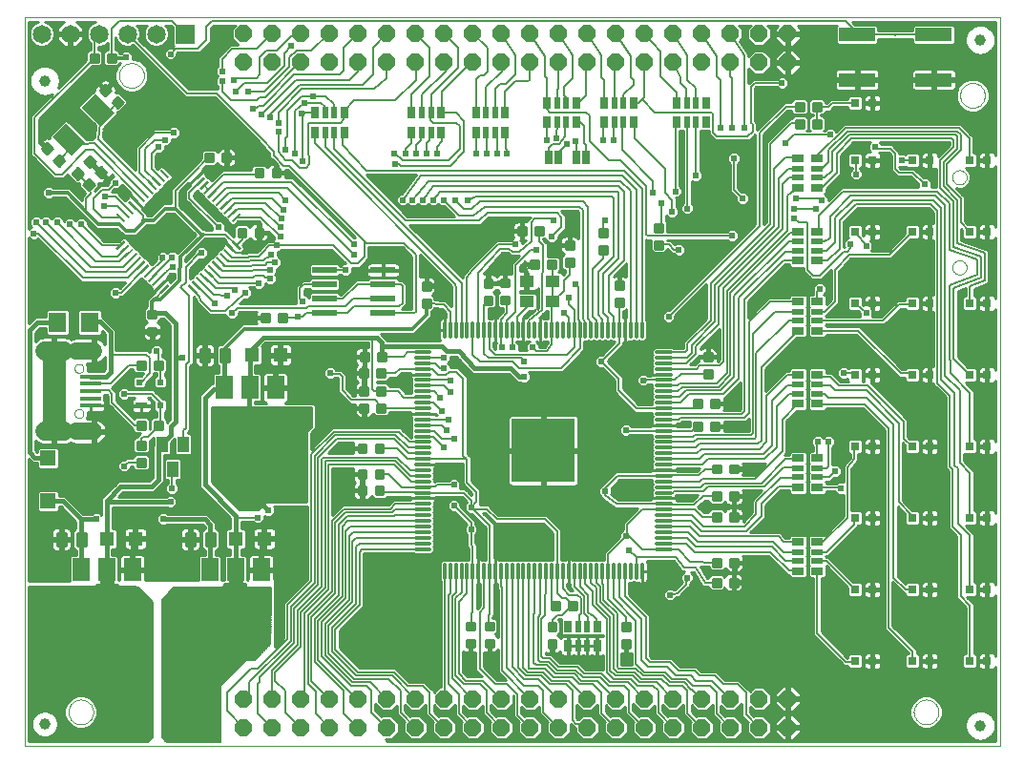
<source format=gtl>
G75*
%MOIN*%
%OFA0B0*%
%FSLAX24Y24*%
%IPPOS*%
%LPD*%
%AMOC8*
5,1,8,0,0,1.08239X$1,22.5*
%
%ADD10C,0.0000*%
%ADD11C,0.0118*%
%ADD12R,0.2185X0.2185*%
%ADD13C,0.0088*%
%ADD14R,0.0276X0.0394*%
%ADD15R,0.0197X0.0394*%
%ADD16R,0.0512X0.0413*%
%ADD17R,0.0079X0.0394*%
%ADD18R,0.0394X0.0079*%
%ADD19R,0.0669X0.0945*%
%ADD20R,0.0650X0.0650*%
%ADD21C,0.0650*%
%ADD22R,0.0728X0.0157*%
%ADD23C,0.0650*%
%ADD24C,0.0594*%
%ADD25R,0.0787X0.2362*%
%ADD26R,0.0394X0.0236*%
%ADD27R,0.0236X0.0236*%
%ADD28R,0.0394X0.0551*%
%ADD29R,0.0590X0.0790*%
%ADD30R,0.1500X0.0790*%
%ADD31R,0.0551X0.0551*%
%ADD32R,0.0500X0.0500*%
%ADD33C,0.0100*%
%ADD34R,0.0630X0.0710*%
%ADD35R,0.0315X0.0315*%
%ADD36R,0.0394X0.0276*%
%ADD37R,0.0394X0.0197*%
%ADD38OC8,0.0600*%
%ADD39C,0.0394*%
%ADD40R,0.0866X0.0236*%
%ADD41R,0.1260X0.0472*%
%ADD42R,0.0250X0.0500*%
%ADD43C,0.0080*%
%ADD44C,0.0160*%
%ADD45C,0.0240*%
%ADD46C,0.0060*%
%ADD47C,0.0120*%
%ADD48C,0.0500*%
D10*
X004935Y000100D02*
X004935Y025550D01*
X039007Y025550D01*
X039007Y000100D01*
X004935Y000100D01*
X006471Y001281D02*
X006473Y001322D01*
X006479Y001363D01*
X006489Y001403D01*
X006502Y001442D01*
X006519Y001479D01*
X006540Y001515D01*
X006564Y001549D01*
X006591Y001580D01*
X006620Y001608D01*
X006653Y001634D01*
X006687Y001656D01*
X006724Y001675D01*
X006762Y001690D01*
X006802Y001702D01*
X006842Y001710D01*
X006883Y001714D01*
X006925Y001714D01*
X006966Y001710D01*
X007006Y001702D01*
X007046Y001690D01*
X007084Y001675D01*
X007120Y001656D01*
X007155Y001634D01*
X007188Y001608D01*
X007217Y001580D01*
X007244Y001549D01*
X007268Y001515D01*
X007289Y001479D01*
X007306Y001442D01*
X007319Y001403D01*
X007329Y001363D01*
X007335Y001322D01*
X007337Y001281D01*
X007335Y001240D01*
X007329Y001199D01*
X007319Y001159D01*
X007306Y001120D01*
X007289Y001083D01*
X007268Y001047D01*
X007244Y001013D01*
X007217Y000982D01*
X007188Y000954D01*
X007155Y000928D01*
X007121Y000906D01*
X007084Y000887D01*
X007046Y000872D01*
X007006Y000860D01*
X006966Y000852D01*
X006925Y000848D01*
X006883Y000848D01*
X006842Y000852D01*
X006802Y000860D01*
X006762Y000872D01*
X006724Y000887D01*
X006688Y000906D01*
X006653Y000928D01*
X006620Y000954D01*
X006591Y000982D01*
X006564Y001013D01*
X006540Y001047D01*
X006519Y001083D01*
X006502Y001120D01*
X006489Y001159D01*
X006479Y001199D01*
X006473Y001240D01*
X006471Y001281D01*
X006685Y011713D02*
X006687Y011738D01*
X006693Y011762D01*
X006702Y011784D01*
X006715Y011805D01*
X006731Y011824D01*
X006750Y011840D01*
X006771Y011853D01*
X006793Y011862D01*
X006817Y011868D01*
X006842Y011870D01*
X006867Y011868D01*
X006891Y011862D01*
X006913Y011853D01*
X006934Y011840D01*
X006953Y011824D01*
X006969Y011805D01*
X006982Y011784D01*
X006991Y011762D01*
X006997Y011738D01*
X006999Y011713D01*
X006997Y011688D01*
X006991Y011664D01*
X006982Y011642D01*
X006969Y011621D01*
X006953Y011602D01*
X006934Y011586D01*
X006913Y011573D01*
X006891Y011564D01*
X006867Y011558D01*
X006842Y011556D01*
X006817Y011558D01*
X006793Y011564D01*
X006771Y011573D01*
X006750Y011586D01*
X006731Y011602D01*
X006715Y011621D01*
X006702Y011642D01*
X006693Y011664D01*
X006687Y011688D01*
X006685Y011713D01*
X006685Y013287D02*
X006687Y013312D01*
X006693Y013336D01*
X006702Y013358D01*
X006715Y013379D01*
X006731Y013398D01*
X006750Y013414D01*
X006771Y013427D01*
X006793Y013436D01*
X006817Y013442D01*
X006842Y013444D01*
X006867Y013442D01*
X006891Y013436D01*
X006913Y013427D01*
X006934Y013414D01*
X006953Y013398D01*
X006969Y013379D01*
X006982Y013358D01*
X006991Y013336D01*
X006997Y013312D01*
X006999Y013287D01*
X006997Y013262D01*
X006991Y013238D01*
X006982Y013216D01*
X006969Y013195D01*
X006953Y013176D01*
X006934Y013160D01*
X006913Y013147D01*
X006891Y013138D01*
X006867Y013132D01*
X006842Y013130D01*
X006817Y013132D01*
X006793Y013138D01*
X006771Y013147D01*
X006750Y013160D01*
X006731Y013176D01*
X006715Y013195D01*
X006702Y013216D01*
X006693Y013238D01*
X006687Y013262D01*
X006685Y013287D01*
X008242Y023525D02*
X008244Y023566D01*
X008250Y023607D01*
X008260Y023647D01*
X008273Y023686D01*
X008290Y023723D01*
X008311Y023759D01*
X008335Y023793D01*
X008362Y023824D01*
X008391Y023852D01*
X008424Y023878D01*
X008458Y023900D01*
X008495Y023919D01*
X008533Y023934D01*
X008573Y023946D01*
X008613Y023954D01*
X008654Y023958D01*
X008696Y023958D01*
X008737Y023954D01*
X008777Y023946D01*
X008817Y023934D01*
X008855Y023919D01*
X008891Y023900D01*
X008926Y023878D01*
X008959Y023852D01*
X008988Y023824D01*
X009015Y023793D01*
X009039Y023759D01*
X009060Y023723D01*
X009077Y023686D01*
X009090Y023647D01*
X009100Y023607D01*
X009106Y023566D01*
X009108Y023525D01*
X009106Y023484D01*
X009100Y023443D01*
X009090Y023403D01*
X009077Y023364D01*
X009060Y023327D01*
X009039Y023291D01*
X009015Y023257D01*
X008988Y023226D01*
X008959Y023198D01*
X008926Y023172D01*
X008892Y023150D01*
X008855Y023131D01*
X008817Y023116D01*
X008777Y023104D01*
X008737Y023096D01*
X008696Y023092D01*
X008654Y023092D01*
X008613Y023096D01*
X008573Y023104D01*
X008533Y023116D01*
X008495Y023131D01*
X008459Y023150D01*
X008424Y023172D01*
X008391Y023198D01*
X008362Y023226D01*
X008335Y023257D01*
X008311Y023291D01*
X008290Y023327D01*
X008273Y023364D01*
X008260Y023403D01*
X008250Y023443D01*
X008244Y023484D01*
X008242Y023525D01*
X037349Y019969D02*
X037351Y020000D01*
X037357Y020030D01*
X037366Y020060D01*
X037379Y020088D01*
X037396Y020114D01*
X037416Y020137D01*
X037438Y020159D01*
X037463Y020177D01*
X037490Y020192D01*
X037519Y020203D01*
X037549Y020211D01*
X037580Y020215D01*
X037610Y020215D01*
X037641Y020211D01*
X037671Y020203D01*
X037700Y020192D01*
X037727Y020177D01*
X037752Y020159D01*
X037774Y020137D01*
X037794Y020114D01*
X037811Y020088D01*
X037824Y020060D01*
X037833Y020030D01*
X037839Y020000D01*
X037841Y019969D01*
X037839Y019938D01*
X037833Y019908D01*
X037824Y019878D01*
X037811Y019850D01*
X037794Y019824D01*
X037774Y019801D01*
X037752Y019779D01*
X037727Y019761D01*
X037700Y019746D01*
X037671Y019735D01*
X037641Y019727D01*
X037610Y019723D01*
X037580Y019723D01*
X037549Y019727D01*
X037519Y019735D01*
X037490Y019746D01*
X037463Y019761D01*
X037438Y019779D01*
X037416Y019801D01*
X037396Y019824D01*
X037379Y019850D01*
X037366Y019878D01*
X037357Y019908D01*
X037351Y019938D01*
X037349Y019969D01*
X037618Y022829D02*
X037620Y022870D01*
X037626Y022911D01*
X037636Y022951D01*
X037649Y022990D01*
X037666Y023027D01*
X037687Y023063D01*
X037711Y023097D01*
X037738Y023128D01*
X037767Y023156D01*
X037800Y023182D01*
X037834Y023204D01*
X037871Y023223D01*
X037909Y023238D01*
X037949Y023250D01*
X037989Y023258D01*
X038030Y023262D01*
X038072Y023262D01*
X038113Y023258D01*
X038153Y023250D01*
X038193Y023238D01*
X038231Y023223D01*
X038267Y023204D01*
X038302Y023182D01*
X038335Y023156D01*
X038364Y023128D01*
X038391Y023097D01*
X038415Y023063D01*
X038436Y023027D01*
X038453Y022990D01*
X038466Y022951D01*
X038476Y022911D01*
X038482Y022870D01*
X038484Y022829D01*
X038482Y022788D01*
X038476Y022747D01*
X038466Y022707D01*
X038453Y022668D01*
X038436Y022631D01*
X038415Y022595D01*
X038391Y022561D01*
X038364Y022530D01*
X038335Y022502D01*
X038302Y022476D01*
X038268Y022454D01*
X038231Y022435D01*
X038193Y022420D01*
X038153Y022408D01*
X038113Y022400D01*
X038072Y022396D01*
X038030Y022396D01*
X037989Y022400D01*
X037949Y022408D01*
X037909Y022420D01*
X037871Y022435D01*
X037835Y022454D01*
X037800Y022476D01*
X037767Y022502D01*
X037738Y022530D01*
X037711Y022561D01*
X037687Y022595D01*
X037666Y022631D01*
X037649Y022668D01*
X037636Y022707D01*
X037626Y022747D01*
X037620Y022788D01*
X037618Y022829D01*
X037349Y016820D02*
X037351Y016851D01*
X037357Y016881D01*
X037366Y016911D01*
X037379Y016939D01*
X037396Y016965D01*
X037416Y016988D01*
X037438Y017010D01*
X037463Y017028D01*
X037490Y017043D01*
X037519Y017054D01*
X037549Y017062D01*
X037580Y017066D01*
X037610Y017066D01*
X037641Y017062D01*
X037671Y017054D01*
X037700Y017043D01*
X037727Y017028D01*
X037752Y017010D01*
X037774Y016988D01*
X037794Y016965D01*
X037811Y016939D01*
X037824Y016911D01*
X037833Y016881D01*
X037839Y016851D01*
X037841Y016820D01*
X037839Y016789D01*
X037833Y016759D01*
X037824Y016729D01*
X037811Y016701D01*
X037794Y016675D01*
X037774Y016652D01*
X037752Y016630D01*
X037727Y016612D01*
X037700Y016597D01*
X037671Y016586D01*
X037641Y016578D01*
X037610Y016574D01*
X037580Y016574D01*
X037549Y016578D01*
X037519Y016586D01*
X037490Y016597D01*
X037463Y016612D01*
X037438Y016630D01*
X037416Y016652D01*
X037396Y016675D01*
X037379Y016701D01*
X037366Y016729D01*
X037357Y016759D01*
X037351Y016789D01*
X037349Y016820D01*
X035998Y001281D02*
X036000Y001322D01*
X036006Y001363D01*
X036016Y001403D01*
X036029Y001442D01*
X036046Y001479D01*
X036067Y001515D01*
X036091Y001549D01*
X036118Y001580D01*
X036147Y001608D01*
X036180Y001634D01*
X036214Y001656D01*
X036251Y001675D01*
X036289Y001690D01*
X036329Y001702D01*
X036369Y001710D01*
X036410Y001714D01*
X036452Y001714D01*
X036493Y001710D01*
X036533Y001702D01*
X036573Y001690D01*
X036611Y001675D01*
X036647Y001656D01*
X036682Y001634D01*
X036715Y001608D01*
X036744Y001580D01*
X036771Y001549D01*
X036795Y001515D01*
X036816Y001479D01*
X036833Y001442D01*
X036846Y001403D01*
X036856Y001363D01*
X036862Y001322D01*
X036864Y001281D01*
X036862Y001240D01*
X036856Y001199D01*
X036846Y001159D01*
X036833Y001120D01*
X036816Y001083D01*
X036795Y001047D01*
X036771Y001013D01*
X036744Y000982D01*
X036715Y000954D01*
X036682Y000928D01*
X036648Y000906D01*
X036611Y000887D01*
X036573Y000872D01*
X036533Y000860D01*
X036493Y000852D01*
X036452Y000848D01*
X036410Y000848D01*
X036369Y000852D01*
X036329Y000860D01*
X036289Y000872D01*
X036251Y000887D01*
X036215Y000906D01*
X036180Y000928D01*
X036147Y000954D01*
X036118Y000982D01*
X036091Y001013D01*
X036067Y001047D01*
X036046Y001083D01*
X036029Y001120D01*
X036016Y001159D01*
X036006Y001199D01*
X036000Y001240D01*
X035998Y001281D01*
D11*
X027504Y006975D02*
X027032Y006975D01*
X027032Y007172D02*
X027504Y007172D01*
X027504Y007369D02*
X027032Y007369D01*
X027032Y007566D02*
X027504Y007566D01*
X027504Y007763D02*
X027032Y007763D01*
X027032Y007959D02*
X027504Y007959D01*
X027504Y008156D02*
X027032Y008156D01*
X027032Y008353D02*
X027504Y008353D01*
X027504Y008550D02*
X027032Y008550D01*
X027032Y008747D02*
X027504Y008747D01*
X027504Y008944D02*
X027032Y008944D01*
X027032Y009140D02*
X027504Y009140D01*
X027504Y009337D02*
X027032Y009337D01*
X027032Y009534D02*
X027504Y009534D01*
X027504Y009731D02*
X027032Y009731D01*
X027032Y009928D02*
X027504Y009928D01*
X027504Y010125D02*
X027032Y010125D01*
X027032Y010322D02*
X027504Y010322D01*
X027504Y010518D02*
X027032Y010518D01*
X027032Y010715D02*
X027504Y010715D01*
X027504Y010912D02*
X027032Y010912D01*
X027032Y011109D02*
X027504Y011109D01*
X027504Y011306D02*
X027032Y011306D01*
X027032Y011503D02*
X027504Y011503D01*
X027504Y011700D02*
X027032Y011700D01*
X027032Y011896D02*
X027504Y011896D01*
X027504Y012093D02*
X027032Y012093D01*
X027032Y012290D02*
X027504Y012290D01*
X027504Y012487D02*
X027032Y012487D01*
X027032Y012684D02*
X027504Y012684D01*
X027504Y012881D02*
X027032Y012881D01*
X027032Y013077D02*
X027504Y013077D01*
X027504Y013274D02*
X027032Y013274D01*
X027032Y013471D02*
X027504Y013471D01*
X027504Y013668D02*
X027032Y013668D01*
X027032Y013865D02*
X027504Y013865D01*
X026500Y014397D02*
X026500Y014869D01*
X026303Y014869D02*
X026303Y014397D01*
X026106Y014397D02*
X026106Y014869D01*
X025910Y014869D02*
X025910Y014397D01*
X025713Y014397D02*
X025713Y014869D01*
X025516Y014869D02*
X025516Y014397D01*
X025319Y014397D02*
X025319Y014869D01*
X025122Y014869D02*
X025122Y014397D01*
X024925Y014397D02*
X024925Y014869D01*
X024728Y014869D02*
X024728Y014397D01*
X024532Y014397D02*
X024532Y014869D01*
X024335Y014869D02*
X024335Y014397D01*
X024138Y014397D02*
X024138Y014869D01*
X023941Y014869D02*
X023941Y014397D01*
X023744Y014397D02*
X023744Y014869D01*
X023547Y014869D02*
X023547Y014397D01*
X023351Y014397D02*
X023351Y014869D01*
X023154Y014869D02*
X023154Y014397D01*
X022957Y014397D02*
X022957Y014869D01*
X022760Y014869D02*
X022760Y014397D01*
X022563Y014397D02*
X022563Y014869D01*
X022366Y014869D02*
X022366Y014397D01*
X022169Y014397D02*
X022169Y014869D01*
X021973Y014869D02*
X021973Y014397D01*
X021776Y014397D02*
X021776Y014869D01*
X021579Y014869D02*
X021579Y014397D01*
X021382Y014397D02*
X021382Y014869D01*
X021185Y014869D02*
X021185Y014397D01*
X020988Y014397D02*
X020988Y014869D01*
X020791Y014869D02*
X020791Y014397D01*
X020595Y014397D02*
X020595Y014869D01*
X020398Y014869D02*
X020398Y014397D01*
X020201Y014397D02*
X020201Y014869D01*
X020004Y014869D02*
X020004Y014397D01*
X019807Y014397D02*
X019807Y014869D01*
X019610Y014869D02*
X019610Y014397D01*
X019079Y013865D02*
X018607Y013865D01*
X018607Y013668D02*
X019079Y013668D01*
X019079Y013471D02*
X018607Y013471D01*
X018607Y013274D02*
X019079Y013274D01*
X019079Y013077D02*
X018607Y013077D01*
X018607Y012881D02*
X019079Y012881D01*
X019079Y012684D02*
X018607Y012684D01*
X018607Y012487D02*
X019079Y012487D01*
X019079Y012290D02*
X018607Y012290D01*
X018607Y012093D02*
X019079Y012093D01*
X019079Y011896D02*
X018607Y011896D01*
X018607Y011700D02*
X019079Y011700D01*
X019079Y011503D02*
X018607Y011503D01*
X018607Y011306D02*
X019079Y011306D01*
X019079Y011109D02*
X018607Y011109D01*
X018607Y010912D02*
X019079Y010912D01*
X019079Y010715D02*
X018607Y010715D01*
X018607Y010518D02*
X019079Y010518D01*
X019079Y010322D02*
X018607Y010322D01*
X018607Y010125D02*
X019079Y010125D01*
X019079Y009928D02*
X018607Y009928D01*
X018607Y009731D02*
X019079Y009731D01*
X019079Y009534D02*
X018607Y009534D01*
X018607Y009337D02*
X019079Y009337D01*
X019079Y009140D02*
X018607Y009140D01*
X018607Y008944D02*
X019079Y008944D01*
X019079Y008747D02*
X018607Y008747D01*
X018607Y008550D02*
X019079Y008550D01*
X019079Y008353D02*
X018607Y008353D01*
X018607Y008156D02*
X019079Y008156D01*
X019079Y007959D02*
X018607Y007959D01*
X018607Y007763D02*
X019079Y007763D01*
X019079Y007566D02*
X018607Y007566D01*
X018607Y007369D02*
X019079Y007369D01*
X019079Y007172D02*
X018607Y007172D01*
X018607Y006975D02*
X019079Y006975D01*
X019610Y006443D02*
X019610Y005971D01*
X019807Y005971D02*
X019807Y006443D01*
X020004Y006443D02*
X020004Y005971D01*
X020201Y005971D02*
X020201Y006443D01*
X020398Y006443D02*
X020398Y005971D01*
X020595Y005971D02*
X020595Y006443D01*
X020791Y006443D02*
X020791Y005971D01*
X020988Y005971D02*
X020988Y006443D01*
X021185Y006443D02*
X021185Y005971D01*
X021382Y005971D02*
X021382Y006443D01*
X021579Y006443D02*
X021579Y005971D01*
X021776Y005971D02*
X021776Y006443D01*
X021973Y006443D02*
X021973Y005971D01*
X022169Y005971D02*
X022169Y006443D01*
X022366Y006443D02*
X022366Y005971D01*
X022563Y005971D02*
X022563Y006443D01*
X022760Y006443D02*
X022760Y005971D01*
X022957Y005971D02*
X022957Y006443D01*
X023154Y006443D02*
X023154Y005971D01*
X023351Y005971D02*
X023351Y006443D01*
X023547Y006443D02*
X023547Y005971D01*
X023744Y005971D02*
X023744Y006443D01*
X023941Y006443D02*
X023941Y005971D01*
X024138Y005971D02*
X024138Y006443D01*
X024335Y006443D02*
X024335Y005971D01*
X024532Y005971D02*
X024532Y006443D01*
X024728Y006443D02*
X024728Y005971D01*
X024925Y005971D02*
X024925Y006443D01*
X025122Y006443D02*
X025122Y005971D01*
X025319Y005971D02*
X025319Y006443D01*
X025516Y006443D02*
X025516Y005971D01*
X025713Y005971D02*
X025713Y006443D01*
X025910Y006443D02*
X025910Y005971D01*
X026106Y005971D02*
X026106Y006443D01*
X026303Y006443D02*
X026303Y005971D01*
X026500Y005971D02*
X026500Y006443D01*
D12*
X023055Y010420D03*
D13*
X028324Y011143D02*
X028586Y011143D01*
X028324Y011143D02*
X028324Y011405D01*
X028586Y011405D01*
X028586Y011143D01*
X028586Y011230D02*
X028324Y011230D01*
X028324Y011317D02*
X028586Y011317D01*
X028586Y011404D02*
X028324Y011404D01*
X028324Y011930D02*
X028586Y011930D01*
X028324Y011930D02*
X028324Y012192D01*
X028586Y012192D01*
X028586Y011930D01*
X028586Y012017D02*
X028324Y012017D01*
X028324Y012104D02*
X028586Y012104D01*
X028586Y012191D02*
X028324Y012191D01*
X028924Y011930D02*
X029186Y011930D01*
X028924Y011930D02*
X028924Y012192D01*
X029186Y012192D01*
X029186Y011930D01*
X029186Y012017D02*
X028924Y012017D01*
X028924Y012104D02*
X029186Y012104D01*
X029186Y012191D02*
X028924Y012191D01*
X028940Y012959D02*
X028940Y013221D01*
X028940Y012959D02*
X028678Y012959D01*
X028678Y013221D01*
X028940Y013221D01*
X028940Y013046D02*
X028678Y013046D01*
X028678Y013133D02*
X028940Y013133D01*
X028940Y013220D02*
X028678Y013220D01*
X028940Y013559D02*
X028940Y013821D01*
X028940Y013559D02*
X028678Y013559D01*
X028678Y013821D01*
X028940Y013821D01*
X028940Y013646D02*
X028678Y013646D01*
X028678Y013733D02*
X028940Y013733D01*
X028940Y013820D02*
X028678Y013820D01*
X025840Y015465D02*
X025840Y015727D01*
X025840Y015465D02*
X025578Y015465D01*
X025578Y015727D01*
X025840Y015727D01*
X025840Y015552D02*
X025578Y015552D01*
X025578Y015639D02*
X025840Y015639D01*
X025840Y015726D02*
X025578Y015726D01*
X025840Y016065D02*
X025840Y016327D01*
X025840Y016065D02*
X025578Y016065D01*
X025578Y016327D01*
X025840Y016327D01*
X025840Y016152D02*
X025578Y016152D01*
X025578Y016239D02*
X025840Y016239D01*
X025840Y016326D02*
X025578Y016326D01*
X024108Y016870D02*
X024108Y017132D01*
X024108Y016870D02*
X023846Y016870D01*
X023846Y017132D01*
X024108Y017132D01*
X024108Y016957D02*
X023846Y016957D01*
X023846Y017044D02*
X024108Y017044D01*
X024108Y017131D02*
X023846Y017131D01*
X024108Y017470D02*
X024108Y017732D01*
X024108Y017470D02*
X023846Y017470D01*
X023846Y017732D01*
X024108Y017732D01*
X024108Y017557D02*
X023846Y017557D01*
X023846Y017644D02*
X024108Y017644D01*
X024108Y017731D02*
X023846Y017731D01*
X023046Y017969D02*
X022784Y017969D01*
X022784Y018231D01*
X023046Y018231D01*
X023046Y017969D01*
X023046Y018056D02*
X022784Y018056D01*
X022784Y018143D02*
X023046Y018143D01*
X023046Y018230D02*
X022784Y018230D01*
X022446Y017969D02*
X022184Y017969D01*
X022184Y018231D01*
X022446Y018231D01*
X022446Y017969D01*
X022446Y018056D02*
X022184Y018056D01*
X022184Y018143D02*
X022446Y018143D01*
X022446Y018230D02*
X022184Y018230D01*
X022624Y016789D02*
X022886Y016789D01*
X022624Y016789D02*
X022624Y017051D01*
X022886Y017051D01*
X022886Y016789D01*
X022886Y016876D02*
X022624Y016876D01*
X022624Y016963D02*
X022886Y016963D01*
X022886Y017050D02*
X022624Y017050D01*
X023224Y016789D02*
X023486Y016789D01*
X023224Y016789D02*
X023224Y017051D01*
X023486Y017051D01*
X023486Y016789D01*
X023486Y016876D02*
X023224Y016876D01*
X023224Y016963D02*
X023486Y016963D01*
X023486Y017050D02*
X023224Y017050D01*
X021852Y016411D02*
X021852Y016149D01*
X021590Y016149D01*
X021590Y016411D01*
X021852Y016411D01*
X021852Y016236D02*
X021590Y016236D01*
X021590Y016323D02*
X021852Y016323D01*
X021852Y016410D02*
X021590Y016410D01*
X021266Y016398D02*
X021266Y016136D01*
X021004Y016136D01*
X021004Y016398D01*
X021266Y016398D01*
X021266Y016223D02*
X021004Y016223D01*
X021004Y016310D02*
X021266Y016310D01*
X021266Y016397D02*
X021004Y016397D01*
X021266Y015798D02*
X021266Y015536D01*
X021004Y015536D01*
X021004Y015798D01*
X021266Y015798D01*
X021266Y015623D02*
X021004Y015623D01*
X021004Y015710D02*
X021266Y015710D01*
X021266Y015797D02*
X021004Y015797D01*
X021852Y015811D02*
X021852Y015549D01*
X021590Y015549D01*
X021590Y015811D01*
X021852Y015811D01*
X021852Y015636D02*
X021590Y015636D01*
X021590Y015723D02*
X021852Y015723D01*
X021852Y015810D02*
X021590Y015810D01*
X019104Y015708D02*
X019104Y015446D01*
X018842Y015446D01*
X018842Y015708D01*
X019104Y015708D01*
X019104Y015533D02*
X018842Y015533D01*
X018842Y015620D02*
X019104Y015620D01*
X019104Y015707D02*
X018842Y015707D01*
X019104Y016046D02*
X019104Y016308D01*
X019104Y016046D02*
X018842Y016046D01*
X018842Y016308D01*
X019104Y016308D01*
X019104Y016133D02*
X018842Y016133D01*
X018842Y016220D02*
X019104Y016220D01*
X019104Y016307D02*
X018842Y016307D01*
X017536Y013831D02*
X017274Y013831D01*
X017536Y013831D02*
X017536Y013569D01*
X017274Y013569D01*
X017274Y013831D01*
X017274Y013656D02*
X017536Y013656D01*
X017536Y013743D02*
X017274Y013743D01*
X017274Y013830D02*
X017536Y013830D01*
X016936Y013831D02*
X016674Y013831D01*
X016936Y013831D02*
X016936Y013569D01*
X016674Y013569D01*
X016674Y013831D01*
X016674Y013656D02*
X016936Y013656D01*
X016936Y013743D02*
X016674Y013743D01*
X016674Y013830D02*
X016936Y013830D01*
X016926Y013251D02*
X016664Y013251D01*
X016926Y013251D02*
X016926Y012989D01*
X016664Y012989D01*
X016664Y013251D01*
X016664Y013076D02*
X016926Y013076D01*
X016926Y013163D02*
X016664Y013163D01*
X016664Y013250D02*
X016926Y013250D01*
X017264Y013251D02*
X017526Y013251D01*
X017526Y012989D01*
X017264Y012989D01*
X017264Y013251D01*
X017264Y013076D02*
X017526Y013076D01*
X017526Y013163D02*
X017264Y013163D01*
X017264Y013250D02*
X017526Y013250D01*
X017526Y012632D02*
X017264Y012632D01*
X017526Y012632D02*
X017526Y012370D01*
X017264Y012370D01*
X017264Y012632D01*
X017264Y012457D02*
X017526Y012457D01*
X017526Y012544D02*
X017264Y012544D01*
X017264Y012631D02*
X017526Y012631D01*
X017526Y012032D02*
X017264Y012032D01*
X017526Y012032D02*
X017526Y011770D01*
X017264Y011770D01*
X017264Y012032D01*
X017264Y011857D02*
X017526Y011857D01*
X017526Y011944D02*
X017264Y011944D01*
X017264Y012031D02*
X017526Y012031D01*
X016926Y012032D02*
X016664Y012032D01*
X016926Y012032D02*
X016926Y011770D01*
X016664Y011770D01*
X016664Y012032D01*
X016664Y011857D02*
X016926Y011857D01*
X016926Y011944D02*
X016664Y011944D01*
X016664Y012031D02*
X016926Y012031D01*
X016926Y012632D02*
X016664Y012632D01*
X016926Y012632D02*
X016926Y012370D01*
X016664Y012370D01*
X016664Y012632D01*
X016664Y012457D02*
X016926Y012457D01*
X016926Y012544D02*
X016664Y012544D01*
X016664Y012631D02*
X016926Y012631D01*
X016866Y010621D02*
X016604Y010621D01*
X016866Y010621D02*
X016866Y010359D01*
X016604Y010359D01*
X016604Y010621D01*
X016604Y010446D02*
X016866Y010446D01*
X016866Y010533D02*
X016604Y010533D01*
X016604Y010620D02*
X016866Y010620D01*
X017204Y010621D02*
X017466Y010621D01*
X017466Y010359D01*
X017204Y010359D01*
X017204Y010621D01*
X017204Y010446D02*
X017466Y010446D01*
X017466Y010533D02*
X017204Y010533D01*
X017204Y010620D02*
X017466Y010620D01*
X017466Y009721D02*
X017204Y009721D01*
X017466Y009721D02*
X017466Y009459D01*
X017204Y009459D01*
X017204Y009721D01*
X017204Y009546D02*
X017466Y009546D01*
X017466Y009633D02*
X017204Y009633D01*
X017204Y009720D02*
X017466Y009720D01*
X017466Y009151D02*
X017204Y009151D01*
X017466Y009151D02*
X017466Y008889D01*
X017204Y008889D01*
X017204Y009151D01*
X017204Y008976D02*
X017466Y008976D01*
X017466Y009063D02*
X017204Y009063D01*
X017204Y009150D02*
X017466Y009150D01*
X016866Y009151D02*
X016604Y009151D01*
X016866Y009151D02*
X016866Y008889D01*
X016604Y008889D01*
X016604Y009151D01*
X016604Y008976D02*
X016866Y008976D01*
X016866Y009063D02*
X016604Y009063D01*
X016604Y009150D02*
X016866Y009150D01*
X016866Y009721D02*
X016604Y009721D01*
X016866Y009721D02*
X016866Y009459D01*
X016604Y009459D01*
X016604Y009721D01*
X016604Y009546D02*
X016866Y009546D01*
X016866Y009633D02*
X016604Y009633D01*
X016604Y009720D02*
X016866Y009720D01*
X023354Y005141D02*
X023616Y005141D01*
X023616Y004879D01*
X023354Y004879D01*
X023354Y005141D01*
X023354Y004966D02*
X023616Y004966D01*
X023616Y005053D02*
X023354Y005053D01*
X023354Y005140D02*
X023616Y005140D01*
X023954Y005141D02*
X024216Y005141D01*
X024216Y004879D01*
X023954Y004879D01*
X023954Y005141D01*
X023954Y004966D02*
X024216Y004966D01*
X024216Y005053D02*
X023954Y005053D01*
X023954Y005140D02*
X024216Y005140D01*
X023234Y004381D02*
X023234Y004119D01*
X023234Y004381D02*
X023496Y004381D01*
X023496Y004119D01*
X023234Y004119D01*
X023234Y004206D02*
X023496Y004206D01*
X023496Y004293D02*
X023234Y004293D01*
X023234Y004380D02*
X023496Y004380D01*
X023234Y003781D02*
X023234Y003519D01*
X023234Y003781D02*
X023496Y003781D01*
X023496Y003519D01*
X023234Y003519D01*
X023234Y003606D02*
X023496Y003606D01*
X023496Y003693D02*
X023234Y003693D01*
X023234Y003780D02*
X023496Y003780D01*
X021044Y003811D02*
X021044Y003549D01*
X021044Y003811D02*
X021306Y003811D01*
X021306Y003549D01*
X021044Y003549D01*
X021044Y003636D02*
X021306Y003636D01*
X021306Y003723D02*
X021044Y003723D01*
X021044Y003810D02*
X021306Y003810D01*
X021044Y004149D02*
X021044Y004411D01*
X021306Y004411D01*
X021306Y004149D01*
X021044Y004149D01*
X021044Y004236D02*
X021306Y004236D01*
X021306Y004323D02*
X021044Y004323D01*
X021044Y004410D02*
X021306Y004410D01*
X020384Y004411D02*
X020384Y004149D01*
X020384Y004411D02*
X020646Y004411D01*
X020646Y004149D01*
X020384Y004149D01*
X020384Y004236D02*
X020646Y004236D01*
X020646Y004323D02*
X020384Y004323D01*
X020384Y004410D02*
X020646Y004410D01*
X020384Y003811D02*
X020384Y003549D01*
X020384Y003811D02*
X020646Y003811D01*
X020646Y003549D01*
X020384Y003549D01*
X020384Y003636D02*
X020646Y003636D01*
X020646Y003723D02*
X020384Y003723D01*
X020384Y003810D02*
X020646Y003810D01*
X025824Y003781D02*
X025824Y003519D01*
X025824Y003781D02*
X026086Y003781D01*
X026086Y003519D01*
X025824Y003519D01*
X025824Y003606D02*
X026086Y003606D01*
X026086Y003693D02*
X025824Y003693D01*
X025824Y003780D02*
X026086Y003780D01*
X025824Y004119D02*
X025824Y004381D01*
X026086Y004381D01*
X026086Y004119D01*
X025824Y004119D01*
X025824Y004206D02*
X026086Y004206D01*
X026086Y004293D02*
X025824Y004293D01*
X025824Y004380D02*
X026086Y004380D01*
X028974Y005679D02*
X029236Y005679D01*
X028974Y005679D02*
X028974Y005941D01*
X029236Y005941D01*
X029236Y005679D01*
X029236Y005766D02*
X028974Y005766D01*
X028974Y005853D02*
X029236Y005853D01*
X029236Y005940D02*
X028974Y005940D01*
X028998Y006373D02*
X029260Y006373D01*
X028998Y006373D02*
X028998Y006635D01*
X029260Y006635D01*
X029260Y006373D01*
X029260Y006460D02*
X028998Y006460D01*
X028998Y006547D02*
X029260Y006547D01*
X029260Y006634D02*
X028998Y006634D01*
X029598Y006373D02*
X029860Y006373D01*
X029598Y006373D02*
X029598Y006635D01*
X029860Y006635D01*
X029860Y006373D01*
X029860Y006460D02*
X029598Y006460D01*
X029598Y006547D02*
X029860Y006547D01*
X029860Y006634D02*
X029598Y006634D01*
X029574Y005679D02*
X029836Y005679D01*
X029574Y005679D02*
X029574Y005941D01*
X029836Y005941D01*
X029836Y005679D01*
X029836Y005766D02*
X029574Y005766D01*
X029574Y005853D02*
X029836Y005853D01*
X029836Y005940D02*
X029574Y005940D01*
X029584Y007969D02*
X029846Y007969D01*
X029584Y007969D02*
X029584Y008231D01*
X029846Y008231D01*
X029846Y007969D01*
X029846Y008056D02*
X029584Y008056D01*
X029584Y008143D02*
X029846Y008143D01*
X029846Y008230D02*
X029584Y008230D01*
X029246Y007969D02*
X028984Y007969D01*
X028984Y008231D01*
X029246Y008231D01*
X029246Y007969D01*
X029246Y008056D02*
X028984Y008056D01*
X028984Y008143D02*
X029246Y008143D01*
X029246Y008230D02*
X028984Y008230D01*
X028984Y008698D02*
X029246Y008698D01*
X028984Y008698D02*
X028984Y008960D01*
X029246Y008960D01*
X029246Y008698D01*
X029246Y008785D02*
X028984Y008785D01*
X028984Y008872D02*
X029246Y008872D01*
X029246Y008959D02*
X028984Y008959D01*
X029584Y008698D02*
X029846Y008698D01*
X029584Y008698D02*
X029584Y008960D01*
X029846Y008960D01*
X029846Y008698D01*
X029846Y008785D02*
X029584Y008785D01*
X029584Y008872D02*
X029846Y008872D01*
X029846Y008959D02*
X029584Y008959D01*
X029584Y009647D02*
X029846Y009647D01*
X029584Y009647D02*
X029584Y009909D01*
X029846Y009909D01*
X029846Y009647D01*
X029846Y009734D02*
X029584Y009734D01*
X029584Y009821D02*
X029846Y009821D01*
X029846Y009908D02*
X029584Y009908D01*
X029246Y009647D02*
X028984Y009647D01*
X028984Y009909D01*
X029246Y009909D01*
X029246Y009647D01*
X029246Y009734D02*
X028984Y009734D01*
X028984Y009821D02*
X029246Y009821D01*
X029246Y009908D02*
X028984Y009908D01*
X028924Y011143D02*
X029186Y011143D01*
X028924Y011143D02*
X028924Y011405D01*
X029186Y011405D01*
X029186Y011143D01*
X029186Y011230D02*
X028924Y011230D01*
X028924Y011317D02*
X029186Y011317D01*
X029186Y011404D02*
X028924Y011404D01*
X027226Y017479D02*
X027226Y017741D01*
X027226Y017479D02*
X026964Y017479D01*
X026964Y017741D01*
X027226Y017741D01*
X027226Y017566D02*
X026964Y017566D01*
X026964Y017653D02*
X027226Y017653D01*
X027226Y017740D02*
X026964Y017740D01*
X027226Y018079D02*
X027226Y018341D01*
X027226Y018079D02*
X026964Y018079D01*
X026964Y018341D01*
X027226Y018341D01*
X027226Y018166D02*
X026964Y018166D01*
X026964Y018253D02*
X027226Y018253D01*
X027226Y018340D02*
X026964Y018340D01*
X025024Y018161D02*
X025024Y017899D01*
X025024Y018161D02*
X025286Y018161D01*
X025286Y017899D01*
X025024Y017899D01*
X025024Y017986D02*
X025286Y017986D01*
X025286Y018073D02*
X025024Y018073D01*
X025024Y018160D02*
X025286Y018160D01*
X025024Y017561D02*
X025024Y017299D01*
X025024Y017561D02*
X025286Y017561D01*
X025286Y017299D01*
X025024Y017299D01*
X025024Y017386D02*
X025286Y017386D01*
X025286Y017473D02*
X025024Y017473D01*
X025024Y017560D02*
X025286Y017560D01*
X031884Y021971D02*
X032146Y021971D01*
X032146Y021709D01*
X031884Y021709D01*
X031884Y021971D01*
X031884Y021796D02*
X032146Y021796D01*
X032146Y021883D02*
X031884Y021883D01*
X031884Y021970D02*
X032146Y021970D01*
X032484Y021971D02*
X032746Y021971D01*
X032746Y021709D01*
X032484Y021709D01*
X032484Y021971D01*
X032484Y021796D02*
X032746Y021796D01*
X032746Y021883D02*
X032484Y021883D01*
X032484Y021970D02*
X032746Y021970D01*
X032746Y022571D02*
X032484Y022571D01*
X032746Y022571D02*
X032746Y022309D01*
X032484Y022309D01*
X032484Y022571D01*
X032484Y022396D02*
X032746Y022396D01*
X032746Y022483D02*
X032484Y022483D01*
X032484Y022570D02*
X032746Y022570D01*
X032146Y022571D02*
X031884Y022571D01*
X032146Y022571D02*
X032146Y022309D01*
X031884Y022309D01*
X031884Y022571D01*
X031884Y022396D02*
X032146Y022396D01*
X032146Y022483D02*
X031884Y022483D01*
X031884Y022570D02*
X032146Y022570D01*
X014088Y014930D02*
X013826Y014930D01*
X013826Y015192D01*
X014088Y015192D01*
X014088Y014930D01*
X014088Y015017D02*
X013826Y015017D01*
X013826Y015104D02*
X014088Y015104D01*
X014088Y015191D02*
X013826Y015191D01*
X013488Y014930D02*
X013226Y014930D01*
X013226Y015192D01*
X013488Y015192D01*
X013488Y014930D01*
X013488Y015017D02*
X013226Y015017D01*
X013226Y015104D02*
X013488Y015104D01*
X013488Y015191D02*
X013226Y015191D01*
X009746Y013269D02*
X009484Y013269D01*
X009484Y013531D01*
X009746Y013531D01*
X009746Y013269D01*
X009746Y013356D02*
X009484Y013356D01*
X009484Y013443D02*
X009746Y013443D01*
X009746Y013530D02*
X009484Y013530D01*
X009146Y013269D02*
X008884Y013269D01*
X008884Y013531D01*
X009146Y013531D01*
X009146Y013269D01*
X009146Y013356D02*
X008884Y013356D01*
X008884Y013443D02*
X009146Y013443D01*
X009146Y013530D02*
X008884Y013530D01*
X009264Y014449D02*
X009264Y014711D01*
X009526Y014711D01*
X009526Y014449D01*
X009264Y014449D01*
X009264Y014536D02*
X009526Y014536D01*
X009526Y014623D02*
X009264Y014623D01*
X009264Y014710D02*
X009526Y014710D01*
X009264Y015049D02*
X009264Y015311D01*
X009526Y015311D01*
X009526Y015049D01*
X009264Y015049D01*
X009264Y015136D02*
X009526Y015136D01*
X009526Y015223D02*
X009264Y015223D01*
X009264Y015310D02*
X009526Y015310D01*
X012404Y017909D02*
X012666Y017909D01*
X012404Y017909D02*
X012404Y018171D01*
X012666Y018171D01*
X012666Y017909D01*
X012666Y017996D02*
X012404Y017996D01*
X012404Y018083D02*
X012666Y018083D01*
X012666Y018170D02*
X012404Y018170D01*
X013004Y017909D02*
X013266Y017909D01*
X013004Y017909D02*
X013004Y018171D01*
X013266Y018171D01*
X013266Y017909D01*
X013266Y017996D02*
X013004Y017996D01*
X013004Y018083D02*
X013266Y018083D01*
X013266Y018170D02*
X013004Y018170D01*
X013004Y020251D02*
X013266Y020251D01*
X013266Y019989D01*
X013004Y019989D01*
X013004Y020251D01*
X013004Y020076D02*
X013266Y020076D01*
X013266Y020163D02*
X013004Y020163D01*
X013004Y020250D02*
X013266Y020250D01*
X013604Y020251D02*
X013866Y020251D01*
X013866Y019989D01*
X013604Y019989D01*
X013604Y020251D01*
X013604Y020076D02*
X013866Y020076D01*
X013866Y020163D02*
X013604Y020163D01*
X013604Y020250D02*
X013866Y020250D01*
X012126Y020529D02*
X011864Y020529D01*
X011864Y020791D01*
X012126Y020791D01*
X012126Y020529D01*
X012126Y020616D02*
X011864Y020616D01*
X011864Y020703D02*
X012126Y020703D01*
X012126Y020790D02*
X011864Y020790D01*
X011526Y020529D02*
X011264Y020529D01*
X011264Y020791D01*
X011526Y020791D01*
X011526Y020529D01*
X011526Y020616D02*
X011264Y020616D01*
X011264Y020703D02*
X011526Y020703D01*
X011526Y020790D02*
X011264Y020790D01*
X008187Y022403D02*
X008002Y022588D01*
X008187Y022773D01*
X008372Y022588D01*
X008187Y022403D01*
X008274Y022490D02*
X008100Y022490D01*
X008013Y022577D02*
X008361Y022577D01*
X008296Y022664D02*
X008078Y022664D01*
X008165Y022751D02*
X008209Y022751D01*
X007763Y022827D02*
X007578Y023012D01*
X007763Y023197D01*
X007948Y023012D01*
X007763Y022827D01*
X007850Y022914D02*
X007676Y022914D01*
X007589Y023001D02*
X007937Y023001D01*
X007872Y023088D02*
X007654Y023088D01*
X007741Y023175D02*
X007785Y023175D01*
X007844Y024009D02*
X008106Y024009D01*
X007844Y024009D02*
X007844Y024271D01*
X008106Y024271D01*
X008106Y024009D01*
X008106Y024096D02*
X007844Y024096D01*
X007844Y024183D02*
X008106Y024183D01*
X008106Y024270D02*
X007844Y024270D01*
X007506Y024009D02*
X007244Y024009D01*
X007244Y024271D01*
X007506Y024271D01*
X007506Y024009D01*
X007506Y024096D02*
X007244Y024096D01*
X007244Y024183D02*
X007506Y024183D01*
X007506Y024270D02*
X007244Y024270D01*
X005538Y020972D02*
X005723Y020787D01*
X005538Y020972D02*
X005723Y021157D01*
X005908Y020972D01*
X005723Y020787D01*
X005810Y020874D02*
X005636Y020874D01*
X005549Y020961D02*
X005897Y020961D01*
X005832Y021048D02*
X005614Y021048D01*
X005701Y021135D02*
X005745Y021135D01*
X005962Y020548D02*
X006147Y020363D01*
X005962Y020548D02*
X006147Y020733D01*
X006332Y020548D01*
X006147Y020363D01*
X006234Y020450D02*
X006060Y020450D01*
X005973Y020537D02*
X006321Y020537D01*
X006256Y020624D02*
X006038Y020624D01*
X006125Y020711D02*
X006169Y020711D01*
X006608Y020098D02*
X006793Y020283D01*
X006978Y020098D01*
X006793Y019913D01*
X006608Y020098D01*
X006706Y020000D02*
X006880Y020000D01*
X006967Y020087D02*
X006619Y020087D01*
X006684Y020174D02*
X006902Y020174D01*
X006815Y020261D02*
X006771Y020261D01*
X007032Y020522D02*
X007217Y020707D01*
X007402Y020522D01*
X007217Y020337D01*
X007032Y020522D01*
X007130Y020424D02*
X007304Y020424D01*
X007391Y020511D02*
X007043Y020511D01*
X007108Y020598D02*
X007326Y020598D01*
X007239Y020685D02*
X007195Y020685D01*
X007607Y020317D02*
X007422Y020132D01*
X007607Y020317D02*
X007792Y020132D01*
X007607Y019947D01*
X007422Y020132D01*
X007520Y020034D02*
X007694Y020034D01*
X007781Y020121D02*
X007433Y020121D01*
X007498Y020208D02*
X007716Y020208D01*
X007629Y020295D02*
X007585Y020295D01*
X007183Y019893D02*
X006998Y019708D01*
X007183Y019893D02*
X007368Y019708D01*
X007183Y019523D01*
X006998Y019708D01*
X007096Y019610D02*
X007270Y019610D01*
X007357Y019697D02*
X007009Y019697D01*
X007074Y019784D02*
X007292Y019784D01*
X007205Y019871D02*
X007161Y019871D01*
X008884Y011169D02*
X009146Y011169D01*
X008884Y011169D02*
X008884Y011431D01*
X009146Y011431D01*
X009146Y011169D01*
X009146Y011256D02*
X008884Y011256D01*
X008884Y011343D02*
X009146Y011343D01*
X009146Y011430D02*
X008884Y011430D01*
X009484Y011169D02*
X009746Y011169D01*
X009484Y011169D02*
X009484Y011431D01*
X009746Y011431D01*
X009746Y011169D01*
X009746Y011256D02*
X009484Y011256D01*
X009484Y011343D02*
X009746Y011343D01*
X009746Y011430D02*
X009484Y011430D01*
X009146Y010731D02*
X009146Y010469D01*
X008884Y010469D01*
X008884Y010731D01*
X009146Y010731D01*
X009146Y010556D02*
X008884Y010556D01*
X008884Y010643D02*
X009146Y010643D01*
X009146Y010730D02*
X008884Y010730D01*
X009146Y010131D02*
X009146Y009869D01*
X008884Y009869D01*
X008884Y010131D01*
X009146Y010131D01*
X009146Y009956D02*
X008884Y009956D01*
X008884Y010043D02*
X009146Y010043D01*
X009146Y010130D02*
X008884Y010130D01*
D14*
X023923Y004255D03*
X023923Y003585D03*
X024947Y003585D03*
X024947Y004255D03*
X021727Y021545D03*
X021727Y022215D03*
X020703Y022215D03*
X020703Y021545D03*
X019487Y021545D03*
X019487Y022215D03*
X018463Y022215D03*
X018463Y021545D03*
X016107Y021545D03*
X015083Y021545D03*
X015083Y022215D03*
X016107Y022215D03*
X023183Y021905D03*
X023183Y022575D03*
X024207Y022575D03*
X024207Y021905D03*
X025183Y021905D03*
X025183Y022575D03*
X026207Y022575D03*
X026207Y021905D03*
X027723Y021905D03*
X027723Y022575D03*
X028747Y022575D03*
X028747Y021905D03*
D15*
X028393Y021905D03*
X028078Y021905D03*
X028078Y022575D03*
X028393Y022575D03*
X025853Y022575D03*
X025538Y022575D03*
X025538Y021905D03*
X025853Y021905D03*
X023853Y021905D03*
X023538Y021905D03*
X023538Y022575D03*
X023853Y022575D03*
X021373Y022215D03*
X021058Y022215D03*
X021058Y021545D03*
X021373Y021545D03*
X019133Y021545D03*
X018818Y021545D03*
X018818Y022215D03*
X019133Y022215D03*
X015753Y022215D03*
X015438Y022215D03*
X015438Y021545D03*
X015753Y021545D03*
X024278Y004255D03*
X024593Y004255D03*
X024593Y003585D03*
X024278Y003585D03*
D16*
X023388Y015616D03*
X022482Y015616D03*
X022482Y016344D03*
X023388Y016344D03*
D17*
G36*
X012168Y017704D02*
X012223Y017759D01*
X012500Y017482D01*
X012445Y017427D01*
X012168Y017704D01*
G37*
G36*
X012028Y017565D02*
X012083Y017620D01*
X012360Y017343D01*
X012305Y017288D01*
X012028Y017565D01*
G37*
G36*
X011889Y017425D02*
X011944Y017480D01*
X012221Y017203D01*
X012166Y017148D01*
X011889Y017425D01*
G37*
G36*
X011750Y017286D02*
X011805Y017341D01*
X012082Y017064D01*
X012027Y017009D01*
X011750Y017286D01*
G37*
G36*
X011611Y017147D02*
X011666Y017202D01*
X011943Y016925D01*
X011888Y016870D01*
X011611Y017147D01*
G37*
G36*
X011472Y017008D02*
X011527Y017063D01*
X011804Y016786D01*
X011749Y016731D01*
X011472Y017008D01*
G37*
G36*
X011332Y016869D02*
X011387Y016924D01*
X011664Y016647D01*
X011609Y016592D01*
X011332Y016869D01*
G37*
G36*
X011193Y016729D02*
X011248Y016784D01*
X011525Y016507D01*
X011470Y016452D01*
X011193Y016729D01*
G37*
G36*
X011054Y016590D02*
X011109Y016645D01*
X011386Y016368D01*
X011331Y016313D01*
X011054Y016590D01*
G37*
G36*
X010915Y016451D02*
X010970Y016506D01*
X011247Y016229D01*
X011192Y016174D01*
X010915Y016451D01*
G37*
G36*
X010776Y016312D02*
X010831Y016367D01*
X011108Y016090D01*
X011053Y016035D01*
X010776Y016312D01*
G37*
G36*
X010636Y016173D02*
X010691Y016228D01*
X010968Y015951D01*
X010913Y015896D01*
X010636Y016173D01*
G37*
G36*
X008131Y018678D02*
X008186Y018733D01*
X008463Y018456D01*
X008408Y018401D01*
X008131Y018678D01*
G37*
G36*
X008270Y018817D02*
X008325Y018872D01*
X008602Y018595D01*
X008547Y018540D01*
X008270Y018817D01*
G37*
G36*
X008409Y018957D02*
X008464Y019012D01*
X008741Y018735D01*
X008686Y018680D01*
X008409Y018957D01*
G37*
G36*
X008549Y019096D02*
X008604Y019151D01*
X008881Y018874D01*
X008826Y018819D01*
X008549Y019096D01*
G37*
G36*
X008688Y019235D02*
X008743Y019290D01*
X009020Y019013D01*
X008965Y018958D01*
X008688Y019235D01*
G37*
G36*
X008827Y019374D02*
X008882Y019429D01*
X009159Y019152D01*
X009104Y019097D01*
X008827Y019374D01*
G37*
G36*
X008966Y019513D02*
X009021Y019568D01*
X009298Y019291D01*
X009243Y019236D01*
X008966Y019513D01*
G37*
G36*
X009105Y019653D02*
X009160Y019708D01*
X009437Y019431D01*
X009382Y019376D01*
X009105Y019653D01*
G37*
G36*
X009244Y019792D02*
X009299Y019847D01*
X009576Y019570D01*
X009521Y019515D01*
X009244Y019792D01*
G37*
G36*
X009384Y019931D02*
X009439Y019986D01*
X009716Y019709D01*
X009661Y019654D01*
X009384Y019931D01*
G37*
G36*
X009523Y020070D02*
X009578Y020125D01*
X009855Y019848D01*
X009800Y019793D01*
X009523Y020070D01*
G37*
G36*
X009662Y020209D02*
X009717Y020264D01*
X009994Y019987D01*
X009939Y019932D01*
X009662Y020209D01*
G37*
D18*
G36*
X010636Y019987D02*
X010913Y020264D01*
X010968Y020209D01*
X010691Y019932D01*
X010636Y019987D01*
G37*
G36*
X010776Y019848D02*
X011053Y020125D01*
X011108Y020070D01*
X010831Y019793D01*
X010776Y019848D01*
G37*
G36*
X010915Y019709D02*
X011192Y019986D01*
X011247Y019931D01*
X010970Y019654D01*
X010915Y019709D01*
G37*
G36*
X011054Y019570D02*
X011331Y019847D01*
X011386Y019792D01*
X011109Y019515D01*
X011054Y019570D01*
G37*
G36*
X011193Y019431D02*
X011470Y019708D01*
X011525Y019653D01*
X011248Y019376D01*
X011193Y019431D01*
G37*
G36*
X011332Y019291D02*
X011609Y019568D01*
X011664Y019513D01*
X011387Y019236D01*
X011332Y019291D01*
G37*
G36*
X011472Y019152D02*
X011749Y019429D01*
X011804Y019374D01*
X011527Y019097D01*
X011472Y019152D01*
G37*
G36*
X011611Y019013D02*
X011888Y019290D01*
X011943Y019235D01*
X011666Y018958D01*
X011611Y019013D01*
G37*
G36*
X011750Y018874D02*
X012027Y019151D01*
X012082Y019096D01*
X011805Y018819D01*
X011750Y018874D01*
G37*
G36*
X011889Y018735D02*
X012166Y019012D01*
X012221Y018957D01*
X011944Y018680D01*
X011889Y018735D01*
G37*
G36*
X012028Y018595D02*
X012305Y018872D01*
X012360Y018817D01*
X012083Y018540D01*
X012028Y018595D01*
G37*
G36*
X012168Y018456D02*
X012445Y018733D01*
X012500Y018678D01*
X012223Y018401D01*
X012168Y018456D01*
G37*
G36*
X009105Y016507D02*
X009382Y016784D01*
X009437Y016729D01*
X009160Y016452D01*
X009105Y016507D01*
G37*
G36*
X008966Y016647D02*
X009243Y016924D01*
X009298Y016869D01*
X009021Y016592D01*
X008966Y016647D01*
G37*
G36*
X008827Y016786D02*
X009104Y017063D01*
X009159Y017008D01*
X008882Y016731D01*
X008827Y016786D01*
G37*
G36*
X008688Y016925D02*
X008965Y017202D01*
X009020Y017147D01*
X008743Y016870D01*
X008688Y016925D01*
G37*
G36*
X008549Y017064D02*
X008826Y017341D01*
X008881Y017286D01*
X008604Y017009D01*
X008549Y017064D01*
G37*
G36*
X008409Y017203D02*
X008686Y017480D01*
X008741Y017425D01*
X008464Y017148D01*
X008409Y017203D01*
G37*
G36*
X008270Y017343D02*
X008547Y017620D01*
X008602Y017565D01*
X008325Y017288D01*
X008270Y017343D01*
G37*
G36*
X008131Y017482D02*
X008408Y017759D01*
X008463Y017704D01*
X008186Y017427D01*
X008131Y017482D01*
G37*
G36*
X009244Y016368D02*
X009521Y016645D01*
X009576Y016590D01*
X009299Y016313D01*
X009244Y016368D01*
G37*
G36*
X009384Y016229D02*
X009661Y016506D01*
X009716Y016451D01*
X009439Y016174D01*
X009384Y016229D01*
G37*
G36*
X009523Y016090D02*
X009800Y016367D01*
X009855Y016312D01*
X009578Y016035D01*
X009523Y016090D01*
G37*
G36*
X009662Y015951D02*
X009939Y016228D01*
X009994Y016173D01*
X009717Y015896D01*
X009662Y015951D01*
G37*
D19*
G36*
X005911Y021382D02*
X006383Y021854D01*
X007049Y021188D01*
X006577Y020716D01*
X005911Y021382D01*
G37*
G36*
X006941Y022412D02*
X007413Y022884D01*
X008079Y022218D01*
X007607Y021746D01*
X006941Y022412D01*
G37*
D20*
X010535Y024980D03*
D21*
X009535Y024980D03*
X008535Y024980D03*
X007535Y024980D03*
X006535Y024980D03*
X005535Y024980D03*
D22*
X007246Y013012D03*
X007246Y012756D03*
X007246Y012500D03*
X007246Y012244D03*
X007246Y011988D03*
D23*
X006301Y011093D02*
X005651Y011093D01*
X005651Y013907D02*
X006301Y013907D01*
D24*
X006760Y013907D02*
X007354Y013907D01*
X007354Y011093D02*
X006760Y011093D01*
D25*
X005976Y012500D03*
D26*
X009020Y011987D03*
D27*
X009689Y011987D03*
X009689Y012813D03*
X008941Y012813D03*
D28*
X009741Y010633D03*
X010489Y010633D03*
X010115Y009767D03*
D29*
X011905Y012620D03*
X012805Y012620D03*
X013705Y012620D03*
X013205Y006260D03*
X012305Y006260D03*
X011405Y006260D03*
X008705Y006260D03*
X007805Y006260D03*
X006905Y006260D03*
D30*
X007815Y003780D03*
X012315Y003780D03*
X012815Y010140D03*
D31*
X005755Y010148D03*
X005755Y008652D03*
D32*
X007815Y007340D03*
X008815Y007340D03*
X012315Y007340D03*
X013315Y007340D03*
X012875Y013760D03*
X013875Y013760D03*
D33*
X013825Y013792D02*
X013235Y013792D01*
X013235Y013890D02*
X013475Y013890D01*
X013475Y013810D02*
X013825Y013810D01*
X013825Y013710D01*
X013475Y013710D01*
X013475Y013490D01*
X013485Y013452D01*
X013505Y013418D01*
X013533Y013390D01*
X013567Y013370D01*
X013605Y013360D01*
X013825Y013360D01*
X013825Y013710D01*
X013925Y013710D01*
X013925Y013360D01*
X014145Y013360D01*
X014183Y013370D01*
X014217Y013390D01*
X014245Y013418D01*
X014265Y013452D01*
X014275Y013490D01*
X014275Y013710D01*
X013925Y013710D01*
X013925Y013810D01*
X013825Y013810D01*
X013825Y014160D01*
X013605Y014160D01*
X013567Y014150D01*
X013533Y014130D01*
X013505Y014102D01*
X013485Y014068D01*
X013475Y014030D01*
X013475Y013810D01*
X013475Y013693D02*
X013235Y013693D01*
X013235Y013595D02*
X013475Y013595D01*
X013475Y013496D02*
X013235Y013496D01*
X013235Y013464D02*
X013235Y014056D01*
X013227Y014063D01*
X013354Y014190D01*
X016935Y014190D01*
X016935Y014025D01*
X016843Y014025D01*
X016843Y013738D01*
X016768Y013738D01*
X016768Y014025D01*
X016648Y014025D01*
X016599Y014012D01*
X016555Y013986D01*
X016519Y013950D01*
X016493Y013906D01*
X016480Y013857D01*
X016480Y013738D01*
X016768Y013738D01*
X016768Y013662D01*
X016843Y013662D01*
X016843Y013445D01*
X016833Y013445D01*
X016833Y013158D01*
X016758Y013158D01*
X016758Y013375D01*
X016768Y013375D01*
X016768Y013662D01*
X016480Y013662D01*
X016480Y013543D01*
X016493Y013494D01*
X016519Y013450D01*
X016555Y013414D01*
X016556Y013413D01*
X016545Y013406D01*
X016509Y013370D01*
X016483Y013326D01*
X016470Y013277D01*
X016470Y013158D01*
X016758Y013158D01*
X016758Y013082D01*
X016833Y013082D01*
X016833Y012538D01*
X016758Y012538D01*
X016758Y012795D01*
X016758Y013082D01*
X016470Y013082D01*
X016470Y012963D01*
X016483Y012914D01*
X016509Y012870D01*
X016545Y012834D01*
X016586Y012810D01*
X016545Y012787D01*
X016509Y012751D01*
X016483Y012707D01*
X016470Y012657D01*
X016470Y012538D01*
X016758Y012538D01*
X016758Y012463D01*
X016470Y012463D01*
X016470Y012344D01*
X016471Y012340D01*
X016427Y012340D01*
X016185Y012582D01*
X016185Y013062D01*
X016007Y013240D01*
X015883Y013240D01*
X015873Y013230D01*
X015831Y013230D01*
X015711Y013350D01*
X015520Y013350D01*
X015385Y013215D01*
X015385Y013025D01*
X015520Y012890D01*
X015711Y012890D01*
X015771Y012950D01*
X015873Y012950D01*
X015885Y012938D01*
X015885Y012458D01*
X015973Y012370D01*
X016303Y012040D01*
X016470Y012040D01*
X016470Y011938D01*
X016758Y011938D01*
X016758Y011863D01*
X016833Y011863D01*
X016833Y011576D01*
X016952Y011576D01*
X017001Y011589D01*
X017045Y011614D01*
X017082Y011650D01*
X017107Y011695D01*
X017110Y011707D01*
X017110Y011706D01*
X017200Y011616D01*
X017590Y011616D01*
X017680Y011706D01*
X017680Y011751D01*
X018404Y011751D01*
X018397Y011727D01*
X018397Y011700D01*
X018843Y011700D01*
X019288Y011700D01*
X019288Y011702D01*
X019337Y011653D01*
X019283Y011653D01*
X019288Y011672D01*
X019288Y011700D01*
X018843Y011700D01*
X018843Y011700D01*
X018843Y011700D01*
X018397Y011700D01*
X018397Y011672D01*
X018412Y011619D01*
X018438Y011573D01*
X018437Y011573D01*
X018437Y011433D01*
X018466Y011404D01*
X018437Y011376D01*
X018437Y011236D01*
X018466Y011207D01*
X018437Y011179D01*
X018437Y011039D01*
X018466Y011011D01*
X018437Y010982D01*
X018437Y010856D01*
X018155Y011138D01*
X018073Y011220D01*
X015677Y011220D01*
X014935Y010478D01*
X014935Y011014D01*
X015022Y011100D01*
X015115Y011194D01*
X015115Y011986D01*
X015022Y012080D01*
X014039Y012080D01*
X014058Y012085D01*
X014092Y012105D01*
X014120Y012133D01*
X014140Y012167D01*
X014150Y012205D01*
X014150Y012570D01*
X013755Y012570D01*
X013755Y012670D01*
X013655Y012670D01*
X013655Y012570D01*
X013260Y012570D01*
X013260Y012205D01*
X013270Y012167D01*
X013290Y012133D01*
X013318Y012105D01*
X013352Y012085D01*
X013372Y012080D01*
X012985Y012080D01*
X012985Y012115D01*
X013146Y012115D01*
X013210Y012179D01*
X013210Y013061D01*
X013146Y013125D01*
X012995Y013125D01*
X012995Y013400D01*
X013171Y013400D01*
X013235Y013464D01*
X012995Y013398D02*
X013526Y013398D01*
X013655Y013165D02*
X013390Y013165D01*
X013352Y013155D01*
X013318Y013135D01*
X013290Y013107D01*
X013270Y013073D01*
X013260Y013035D01*
X013260Y012670D01*
X013655Y012670D01*
X013655Y013165D01*
X013655Y013102D02*
X013755Y013102D01*
X013755Y013165D02*
X013755Y012670D01*
X014150Y012670D01*
X014150Y013035D01*
X014140Y013073D01*
X014120Y013107D01*
X014092Y013135D01*
X014058Y013155D01*
X014020Y013165D01*
X013755Y013165D01*
X013755Y013004D02*
X013655Y013004D01*
X013655Y012905D02*
X013755Y012905D01*
X013755Y012807D02*
X013655Y012807D01*
X013655Y012708D02*
X013755Y012708D01*
X013755Y012610D02*
X015885Y012610D01*
X015885Y012708D02*
X014150Y012708D01*
X014150Y012807D02*
X015885Y012807D01*
X015885Y012905D02*
X015726Y012905D01*
X015505Y012905D02*
X014150Y012905D01*
X014150Y013004D02*
X015406Y013004D01*
X015385Y013102D02*
X014123Y013102D01*
X014225Y013398D02*
X016536Y013398D01*
X016493Y013496D02*
X014275Y013496D01*
X014275Y013595D02*
X016480Y013595D01*
X016480Y013792D02*
X013925Y013792D01*
X013925Y013810D02*
X014275Y013810D01*
X014275Y014030D01*
X014265Y014068D01*
X014245Y014102D01*
X014217Y014130D01*
X014183Y014150D01*
X014145Y014160D01*
X013925Y014160D01*
X013925Y013810D01*
X013925Y013890D02*
X013825Y013890D01*
X013825Y013989D02*
X013925Y013989D01*
X013925Y014087D02*
X013825Y014087D01*
X013497Y014087D02*
X013251Y014087D01*
X013235Y013989D02*
X013475Y013989D01*
X013349Y014186D02*
X016935Y014186D01*
X016935Y014087D02*
X014254Y014087D01*
X014275Y013989D02*
X016559Y013989D01*
X016489Y013890D02*
X014275Y013890D01*
X014275Y013693D02*
X016768Y013693D01*
X016768Y013595D02*
X016843Y013595D01*
X016843Y013496D02*
X016768Y013496D01*
X016768Y013398D02*
X016833Y013398D01*
X016833Y013299D02*
X016758Y013299D01*
X016758Y013201D02*
X016833Y013201D01*
X016758Y013102D02*
X016145Y013102D01*
X016185Y013004D02*
X016470Y013004D01*
X016489Y012905D02*
X016185Y012905D01*
X016185Y012807D02*
X016579Y012807D01*
X016484Y012708D02*
X016185Y012708D01*
X016185Y012610D02*
X016470Y012610D01*
X016470Y012413D02*
X016355Y012413D01*
X016256Y012511D02*
X016758Y012511D01*
X016758Y012610D02*
X016833Y012610D01*
X016833Y012708D02*
X016758Y012708D01*
X016758Y012807D02*
X016833Y012807D01*
X016833Y012905D02*
X016758Y012905D01*
X016758Y013004D02*
X016833Y013004D01*
X016470Y013201D02*
X016047Y013201D01*
X015761Y013299D02*
X016476Y013299D01*
X016768Y013792D02*
X016843Y013792D01*
X016843Y013890D02*
X016768Y013890D01*
X016768Y013989D02*
X016843Y013989D01*
X017374Y014510D02*
X018566Y014510D01*
X018665Y014610D01*
X019046Y014990D01*
X019145Y015090D01*
X019145Y015292D01*
X019168Y015292D01*
X019258Y015382D01*
X019258Y015398D01*
X019509Y015374D01*
X019665Y015218D01*
X019665Y015071D01*
X019638Y015078D01*
X019610Y015078D01*
X019583Y015078D01*
X019530Y015064D01*
X019482Y015036D01*
X019443Y014997D01*
X019416Y014950D01*
X019401Y014896D01*
X019401Y014633D01*
X019610Y014633D01*
X019610Y015078D01*
X019610Y014633D01*
X019610Y014633D01*
X019610Y014633D01*
X019401Y014633D01*
X019401Y014369D01*
X019416Y014316D01*
X019442Y014270D01*
X017605Y014270D01*
X017605Y014279D01*
X017494Y014390D01*
X017374Y014510D01*
X017403Y014481D02*
X019401Y014481D01*
X019401Y014383D02*
X017501Y014383D01*
X017600Y014284D02*
X019434Y014284D01*
X019401Y014580D02*
X018635Y014580D01*
X018665Y014610D02*
X018665Y014610D01*
X018734Y014678D02*
X019401Y014678D01*
X019401Y014777D02*
X018832Y014777D01*
X018931Y014875D02*
X019401Y014875D01*
X019429Y014974D02*
X019029Y014974D01*
X019046Y014990D02*
X019046Y014990D01*
X019128Y015072D02*
X019561Y015072D01*
X019610Y015072D02*
X019610Y015072D01*
X019660Y015072D02*
X019665Y015072D01*
X019665Y015171D02*
X019145Y015171D01*
X019145Y015269D02*
X019614Y015269D01*
X019516Y015368D02*
X019244Y015368D01*
X019258Y015700D02*
X019258Y015772D01*
X019168Y015862D01*
X019167Y015862D01*
X019179Y015865D01*
X019224Y015891D01*
X019260Y015927D01*
X019285Y015971D01*
X019298Y016020D01*
X019298Y016139D01*
X019011Y016139D01*
X019011Y016214D01*
X019298Y016214D01*
X019298Y016334D01*
X019285Y016383D01*
X019260Y016427D01*
X019224Y016463D01*
X019179Y016489D01*
X019130Y016502D01*
X019011Y016502D01*
X019011Y016214D01*
X018936Y016214D01*
X018936Y016502D01*
X018817Y016502D01*
X018767Y016489D01*
X018765Y016487D01*
X018765Y017258D01*
X019849Y016174D01*
X019854Y016106D01*
X019854Y015453D01*
X019688Y015619D01*
X019653Y015661D01*
X019645Y015662D01*
X019639Y015668D01*
X019584Y015668D01*
X019258Y015700D01*
X019258Y015762D02*
X019854Y015762D01*
X019854Y015860D02*
X019170Y015860D01*
X019278Y015959D02*
X019854Y015959D01*
X019854Y016057D02*
X019298Y016057D01*
X019298Y016254D02*
X019769Y016254D01*
X019851Y016156D02*
X019011Y016156D01*
X019011Y016254D02*
X018936Y016254D01*
X018936Y016353D02*
X019011Y016353D01*
X019011Y016451D02*
X018936Y016451D01*
X018765Y016550D02*
X019474Y016550D01*
X019375Y016648D02*
X018765Y016648D01*
X018765Y016747D02*
X019277Y016747D01*
X019178Y016845D02*
X018765Y016845D01*
X018765Y016944D02*
X019080Y016944D01*
X018981Y017042D02*
X018765Y017042D01*
X018765Y017141D02*
X018883Y017141D01*
X018784Y017239D02*
X018765Y017239D01*
X018465Y017198D02*
X018133Y017530D01*
X016965Y017530D01*
X016965Y017138D01*
X016877Y017050D01*
X016637Y016810D01*
X016385Y016810D01*
X016385Y016625D01*
X016251Y016490D01*
X016060Y016490D01*
X015980Y016570D01*
X015957Y016570D01*
X015957Y016558D01*
X015893Y016494D01*
X014936Y016494D01*
X014871Y016558D01*
X014871Y016886D01*
X014936Y016950D01*
X015893Y016950D01*
X015957Y016886D01*
X015957Y016870D01*
X015980Y016870D01*
X016060Y016950D01*
X016133Y016950D01*
X015643Y017440D01*
X013931Y017440D01*
X013851Y017360D01*
X013771Y017360D01*
X013775Y017355D01*
X013775Y017220D01*
X013791Y017220D01*
X013925Y017085D01*
X013925Y016895D01*
X013791Y016760D01*
X013745Y016760D01*
X013745Y016625D01*
X013691Y016570D01*
X013745Y016515D01*
X013745Y016325D01*
X013611Y016190D01*
X013420Y016190D01*
X013355Y016255D01*
X013355Y016175D01*
X013221Y016040D01*
X013030Y016040D01*
X012950Y016120D01*
X012791Y016120D01*
X012875Y016035D01*
X012875Y015845D01*
X012741Y015710D01*
X012616Y015710D01*
X012441Y015550D01*
X014425Y015550D01*
X014425Y015658D01*
X014415Y015668D01*
X014415Y016152D01*
X014503Y016240D01*
X014635Y016372D01*
X014871Y016372D01*
X014871Y016386D01*
X014936Y016450D01*
X015893Y016450D01*
X015957Y016386D01*
X015957Y016058D01*
X015893Y015994D01*
X014936Y015994D01*
X014871Y016058D01*
X014871Y016072D01*
X014759Y016072D01*
X014715Y016028D01*
X014715Y015870D01*
X014751Y015870D01*
X014871Y015749D01*
X014871Y015886D01*
X014936Y015950D01*
X015893Y015950D01*
X015957Y015886D01*
X015957Y015872D01*
X015995Y015872D01*
X016425Y016302D01*
X016513Y016390D01*
X016923Y016390D01*
X016983Y016450D01*
X017940Y016450D01*
X018005Y016386D01*
X018005Y016380D01*
X018133Y016380D01*
X018215Y016298D01*
X018275Y016238D01*
X018275Y015522D01*
X018193Y015440D01*
X018125Y015372D01*
X018465Y015372D01*
X018465Y017198D01*
X018465Y017141D02*
X016965Y017141D01*
X016965Y017239D02*
X018424Y017239D01*
X018326Y017338D02*
X016965Y017338D01*
X016965Y017436D02*
X018227Y017436D01*
X018857Y017830D02*
X021980Y017830D01*
X022000Y017850D02*
X021920Y017770D01*
X021433Y017770D01*
X021345Y017682D01*
X020529Y016866D01*
X020523Y016866D01*
X020486Y016823D01*
X020445Y016782D01*
X020445Y016776D01*
X020275Y016582D01*
X020235Y016540D01*
X020235Y016536D01*
X020231Y016532D01*
X020235Y016474D01*
X020236Y016452D01*
X018377Y018310D01*
X020801Y018310D01*
X020859Y018307D01*
X020863Y018310D01*
X020867Y018310D01*
X020909Y018351D01*
X021163Y018580D01*
X022603Y018580D01*
X022573Y018550D01*
X022485Y018462D01*
X022485Y018421D01*
X022472Y018425D01*
X022353Y018425D01*
X022353Y018138D01*
X022278Y018138D01*
X022278Y018425D01*
X022158Y018425D01*
X022109Y018412D01*
X022065Y018386D01*
X022029Y018350D01*
X022003Y018306D01*
X021990Y018257D01*
X021990Y018138D01*
X022278Y018138D01*
X022278Y018062D01*
X022353Y018062D01*
X022353Y017775D01*
X022446Y017775D01*
X022325Y017672D01*
X022325Y017715D01*
X022266Y017775D01*
X022278Y017775D01*
X022278Y018062D01*
X021990Y018062D01*
X021990Y017943D01*
X022003Y017894D01*
X022029Y017850D01*
X022000Y017850D01*
X021994Y017929D02*
X018759Y017929D01*
X018660Y018027D02*
X021990Y018027D01*
X021990Y018224D02*
X018463Y018224D01*
X018562Y018126D02*
X022278Y018126D01*
X022278Y018224D02*
X022353Y018224D01*
X022353Y018323D02*
X022278Y018323D01*
X022278Y018421D02*
X022353Y018421D01*
X022144Y018421D02*
X020986Y018421D01*
X020880Y018323D02*
X022013Y018323D01*
X022278Y018027D02*
X022353Y018027D01*
X022353Y017929D02*
X022278Y017929D01*
X022278Y017830D02*
X022353Y017830D01*
X022395Y017732D02*
X022309Y017732D01*
X022201Y017230D02*
X021986Y017230D01*
X021935Y017223D01*
X021925Y017230D01*
X021913Y017230D01*
X021877Y017266D01*
X021805Y017320D01*
X021622Y017320D01*
X020969Y016589D01*
X020978Y016592D01*
X021098Y016592D01*
X021098Y016304D01*
X021173Y016304D01*
X021460Y016304D01*
X021460Y016318D01*
X021683Y016318D01*
X021683Y016605D01*
X021564Y016605D01*
X021515Y016592D01*
X021471Y016566D01*
X021434Y016530D01*
X021424Y016512D01*
X021422Y016517D01*
X021385Y016553D01*
X021341Y016579D01*
X021292Y016592D01*
X021173Y016592D01*
X021173Y016304D01*
X021173Y016229D01*
X021396Y016229D01*
X021396Y016242D01*
X021683Y016242D01*
X021683Y016318D01*
X021758Y016318D01*
X021758Y016605D01*
X021878Y016605D01*
X021927Y016592D01*
X021945Y016581D01*
X021945Y016898D01*
X021944Y016958D01*
X021945Y016960D01*
X021945Y016962D01*
X021988Y017005D01*
X022201Y017230D01*
X022116Y017141D02*
X021462Y017141D01*
X021550Y017239D02*
X021904Y017239D01*
X022023Y017042D02*
X021374Y017042D01*
X021286Y016944D02*
X021944Y016944D01*
X021945Y016845D02*
X021197Y016845D01*
X021109Y016747D02*
X021945Y016747D01*
X021945Y016648D02*
X021021Y016648D01*
X021098Y016550D02*
X021173Y016550D01*
X021173Y016451D02*
X021098Y016451D01*
X021098Y016353D02*
X021173Y016353D01*
X021173Y016254D02*
X021683Y016254D01*
X021683Y016353D02*
X021758Y016353D01*
X021758Y016451D02*
X021683Y016451D01*
X021683Y016550D02*
X021758Y016550D01*
X021454Y016550D02*
X021389Y016550D01*
X021432Y016034D02*
X021434Y016030D01*
X021471Y015994D01*
X021515Y015968D01*
X021527Y015965D01*
X021526Y015965D01*
X021436Y015875D01*
X021436Y015485D01*
X021526Y015395D01*
X021641Y015395D01*
X021644Y015281D01*
X021434Y015071D01*
X021410Y015078D01*
X021382Y015078D01*
X021354Y015078D01*
X021301Y015064D01*
X021256Y015037D01*
X021255Y015038D01*
X021138Y015038D01*
X021138Y015382D01*
X021330Y015382D01*
X021420Y015472D01*
X021420Y015862D01*
X021330Y015952D01*
X021329Y015952D01*
X021341Y015955D01*
X021385Y015981D01*
X021422Y016017D01*
X021432Y016034D01*
X021347Y015959D02*
X021519Y015959D01*
X021436Y015860D02*
X021420Y015860D01*
X021420Y015762D02*
X021436Y015762D01*
X021436Y015663D02*
X021420Y015663D01*
X021420Y015565D02*
X021436Y015565D01*
X021455Y015466D02*
X021414Y015466D01*
X021642Y015368D02*
X021138Y015368D01*
X021138Y015269D02*
X021632Y015269D01*
X021534Y015171D02*
X021138Y015171D01*
X021138Y015072D02*
X021333Y015072D01*
X021382Y015072D02*
X021382Y015072D01*
X021382Y015078D02*
X021382Y014633D01*
X021382Y015078D01*
X021431Y015072D02*
X021435Y015072D01*
X021382Y014974D02*
X021382Y014974D01*
X021382Y014875D02*
X021382Y014875D01*
X021382Y014777D02*
X021382Y014777D01*
X021382Y014678D02*
X021382Y014678D01*
X021382Y014633D02*
X021382Y014633D01*
X021382Y014187D01*
X021410Y014187D01*
X021429Y014193D01*
X021429Y014159D01*
X021385Y014115D01*
X021385Y013968D01*
X021325Y014028D01*
X021325Y014195D01*
X021354Y014187D01*
X021382Y014187D01*
X021382Y014633D01*
X021382Y014633D01*
X021382Y014580D02*
X021382Y014580D01*
X021382Y014481D02*
X021382Y014481D01*
X021382Y014383D02*
X021382Y014383D01*
X021382Y014284D02*
X021382Y014284D01*
X021429Y014186D02*
X021325Y014186D01*
X021325Y014087D02*
X021385Y014087D01*
X021385Y013989D02*
X021365Y013989D01*
X022123Y014198D02*
X022123Y014227D01*
X022239Y014227D01*
X022240Y014228D01*
X022286Y014202D01*
X022339Y014187D01*
X022366Y014187D01*
X022366Y014633D01*
X022366Y015078D01*
X022345Y015078D01*
X022567Y015299D01*
X022746Y015299D01*
X022520Y015122D01*
X022513Y015122D01*
X022475Y015087D01*
X022445Y015064D01*
X022394Y015078D01*
X022366Y015078D01*
X022366Y014633D01*
X022366Y014633D01*
X022366Y014633D01*
X022366Y014187D01*
X022394Y014187D01*
X022447Y014202D01*
X022493Y014228D01*
X022493Y014227D01*
X022577Y014227D01*
X022465Y014115D01*
X022465Y013925D01*
X022470Y013920D01*
X022201Y013920D01*
X022205Y013925D01*
X022205Y014115D01*
X022123Y014198D01*
X022135Y014186D02*
X022536Y014186D01*
X022465Y014087D02*
X022205Y014087D01*
X022205Y013989D02*
X022465Y013989D01*
X022366Y014284D02*
X022366Y014284D01*
X022366Y014383D02*
X022366Y014383D01*
X022366Y014481D02*
X022366Y014481D01*
X022366Y014580D02*
X022366Y014580D01*
X022366Y014678D02*
X022366Y014678D01*
X022366Y014777D02*
X022366Y014777D01*
X022366Y014875D02*
X022366Y014875D01*
X022366Y014974D02*
X022366Y014974D01*
X022366Y015072D02*
X022366Y015072D01*
X022416Y015072D02*
X022456Y015072D01*
X022438Y015171D02*
X022582Y015171D01*
X022536Y015269D02*
X022707Y015269D01*
X022848Y015379D02*
X022848Y015868D01*
X022784Y015933D01*
X022245Y015933D01*
X022245Y015987D01*
X022432Y015987D01*
X022432Y016294D01*
X022532Y016294D01*
X022532Y015987D01*
X022758Y015987D01*
X022796Y015998D01*
X022830Y016017D01*
X022858Y016045D01*
X022878Y016080D01*
X022885Y016106D01*
X022885Y015408D01*
X022848Y015379D01*
X022848Y015466D02*
X022885Y015466D01*
X022885Y015565D02*
X022848Y015565D01*
X022848Y015663D02*
X022885Y015663D01*
X022885Y015762D02*
X022848Y015762D01*
X022848Y015860D02*
X022885Y015860D01*
X022885Y015959D02*
X022245Y015959D01*
X022432Y016057D02*
X022532Y016057D01*
X022532Y016156D02*
X022432Y016156D01*
X022432Y016254D02*
X022532Y016254D01*
X022532Y016394D02*
X022432Y016394D01*
X022432Y016701D01*
X022245Y016701D01*
X022245Y016840D01*
X022430Y017036D01*
X022430Y016958D01*
X022718Y016958D01*
X022718Y016882D01*
X022430Y016882D01*
X022430Y016763D01*
X022443Y016714D01*
X022469Y016670D01*
X022505Y016634D01*
X022532Y016618D01*
X022532Y016394D01*
X022532Y016451D02*
X022432Y016451D01*
X022432Y016550D02*
X022532Y016550D01*
X022491Y016648D02*
X022432Y016648D01*
X022435Y016747D02*
X022245Y016747D01*
X022250Y016845D02*
X022430Y016845D01*
X022343Y016944D02*
X022718Y016944D01*
X023203Y017205D02*
X023204Y017341D01*
X023205Y017342D01*
X023205Y017399D01*
X023206Y017456D01*
X023205Y017457D01*
X023205Y017547D01*
X023209Y017551D01*
X023205Y017605D01*
X023205Y017658D01*
X023201Y017662D01*
X023201Y017667D01*
X023161Y017702D01*
X023123Y017740D01*
X023118Y017740D01*
X023047Y017802D01*
X023047Y017815D01*
X023110Y017815D01*
X023125Y017830D01*
X023125Y017830D01*
X023125Y017795D01*
X023260Y017660D01*
X023451Y017660D01*
X023585Y017795D01*
X023585Y017908D01*
X023747Y018070D01*
X023747Y018070D01*
X023835Y018158D01*
X023835Y018642D01*
X023747Y018730D01*
X023687Y018790D01*
X024253Y018790D01*
X024285Y018758D01*
X024285Y017814D01*
X024263Y017852D01*
X024227Y017888D01*
X024183Y017913D01*
X024134Y017926D01*
X024015Y017926D01*
X024015Y017639D01*
X023940Y017639D01*
X023940Y017926D01*
X023820Y017926D01*
X023771Y017913D01*
X023727Y017888D01*
X023691Y017852D01*
X023665Y017808D01*
X023652Y017758D01*
X023652Y017639D01*
X023940Y017639D01*
X023940Y017564D01*
X023652Y017564D01*
X023652Y017445D01*
X023665Y017395D01*
X023691Y017351D01*
X023727Y017315D01*
X023771Y017290D01*
X023783Y017286D01*
X023782Y017286D01*
X023692Y017196D01*
X023692Y016807D01*
X023782Y016716D01*
X023827Y016716D01*
X023827Y016624D01*
X023754Y016551D01*
X023754Y016596D01*
X023689Y016661D01*
X023576Y016661D01*
X023640Y016725D01*
X023640Y017115D01*
X023550Y017205D01*
X023203Y017205D01*
X023203Y017239D02*
X023735Y017239D01*
X023705Y017338D02*
X023204Y017338D01*
X023206Y017436D02*
X023654Y017436D01*
X023652Y017535D02*
X023205Y017535D01*
X023205Y017633D02*
X023940Y017633D01*
X023940Y017732D02*
X024015Y017732D01*
X024015Y017830D02*
X023940Y017830D01*
X023678Y017830D02*
X023585Y017830D01*
X023606Y017929D02*
X024285Y017929D01*
X024285Y018027D02*
X023704Y018027D01*
X023803Y018126D02*
X024285Y018126D01*
X024285Y018224D02*
X023835Y018224D01*
X023835Y018323D02*
X024285Y018323D01*
X024285Y018421D02*
X023835Y018421D01*
X023835Y018520D02*
X024285Y018520D01*
X024285Y018618D02*
X023835Y018618D01*
X023761Y018717D02*
X024285Y018717D01*
X024276Y017830D02*
X024285Y017830D01*
X023652Y017732D02*
X023522Y017732D01*
X023188Y017732D02*
X023132Y017732D01*
X023615Y017141D02*
X023692Y017141D01*
X023692Y017042D02*
X023640Y017042D01*
X023640Y016944D02*
X023692Y016944D01*
X023692Y016845D02*
X023640Y016845D01*
X023640Y016747D02*
X023752Y016747D01*
X023702Y016648D02*
X023827Y016648D01*
X022885Y016057D02*
X022865Y016057D01*
X023165Y015299D02*
X023201Y015299D01*
X023201Y015038D01*
X023084Y015038D01*
X023083Y015037D01*
X023038Y015064D01*
X022984Y015078D01*
X022957Y015078D01*
X022957Y014633D01*
X022957Y014633D01*
X022957Y015078D01*
X022929Y015078D01*
X022911Y015073D01*
X023074Y015200D01*
X023083Y015200D01*
X023118Y015235D01*
X023157Y015265D01*
X023158Y015275D01*
X023165Y015282D01*
X023165Y015299D01*
X023158Y015269D02*
X023201Y015269D01*
X023201Y015171D02*
X023036Y015171D01*
X023006Y015072D02*
X023201Y015072D01*
X022957Y015072D02*
X022957Y015072D01*
X022957Y014974D02*
X022957Y014974D01*
X022957Y014875D02*
X022957Y014875D01*
X022957Y014777D02*
X022957Y014777D01*
X022957Y014678D02*
X022957Y014678D01*
X022957Y014633D02*
X022957Y014187D01*
X022984Y014187D01*
X023038Y014202D01*
X023083Y014228D01*
X023084Y014227D01*
X023215Y014227D01*
X023215Y014187D01*
X023105Y014040D01*
X022925Y014040D01*
X022925Y014115D01*
X022813Y014227D01*
X022830Y014227D01*
X022831Y014228D01*
X022876Y014202D01*
X022929Y014187D01*
X022957Y014187D01*
X022957Y014633D01*
X022957Y014633D01*
X022957Y014580D02*
X022957Y014580D01*
X022957Y014481D02*
X022957Y014481D01*
X022957Y014383D02*
X022957Y014383D01*
X022957Y014284D02*
X022957Y014284D01*
X022855Y014186D02*
X023214Y014186D01*
X023141Y014087D02*
X022925Y014087D01*
X023825Y013244D02*
X024445Y013892D01*
X024485Y013932D01*
X024485Y013934D01*
X024486Y013935D01*
X024485Y013992D01*
X024485Y014227D01*
X024602Y014227D01*
X024630Y014256D01*
X024658Y014227D01*
X024798Y014227D01*
X024827Y014256D01*
X024855Y014227D01*
X024995Y014227D01*
X025024Y014256D01*
X025052Y014227D01*
X025192Y014227D01*
X025221Y014256D01*
X025249Y014227D01*
X025389Y014227D01*
X025417Y014256D01*
X025446Y014227D01*
X025563Y014227D01*
X025563Y014220D01*
X025113Y013770D01*
X025000Y013770D01*
X024865Y013635D01*
X024865Y013445D01*
X025000Y013310D01*
X025113Y013310D01*
X025545Y012878D01*
X025545Y012458D01*
X026257Y011746D01*
X026863Y011746D01*
X026863Y011630D01*
X026891Y011601D01*
X026863Y011573D01*
X026863Y011433D01*
X026863Y011432D01*
X026837Y011387D01*
X026823Y011333D01*
X026823Y011306D01*
X027268Y011306D01*
X027713Y011306D01*
X027713Y011333D01*
X027705Y011363D01*
X027856Y011363D01*
X027913Y011420D01*
X028170Y011420D01*
X028170Y011259D01*
X027708Y011259D01*
X027713Y011278D01*
X027713Y011306D01*
X027268Y011306D01*
X027268Y011306D01*
X027268Y011306D01*
X026823Y011306D01*
X026823Y011278D01*
X026828Y011259D01*
X026142Y011259D01*
X026031Y011370D01*
X025840Y011370D01*
X025705Y011235D01*
X025705Y011045D01*
X025840Y010910D01*
X026031Y010910D01*
X026079Y010959D01*
X026863Y010959D01*
X026863Y010842D01*
X026891Y010814D01*
X026863Y010785D01*
X026863Y010645D01*
X026891Y010617D01*
X026863Y010588D01*
X026863Y010448D01*
X026891Y010420D01*
X026863Y010392D01*
X026863Y010252D01*
X026891Y010223D01*
X026863Y010195D01*
X026863Y010055D01*
X026891Y010026D01*
X026863Y009998D01*
X026863Y009858D01*
X026863Y009857D01*
X026837Y009812D01*
X026823Y009759D01*
X026823Y009731D01*
X026823Y009704D01*
X026828Y009684D01*
X025587Y009684D01*
X025499Y009596D01*
X025153Y009250D01*
X025143Y009240D01*
X025120Y009240D01*
X024985Y009105D01*
X024985Y008915D01*
X025065Y008835D01*
X025065Y008798D01*
X025073Y008790D01*
X025075Y008779D01*
X025116Y008747D01*
X025153Y008710D01*
X025164Y008710D01*
X025477Y008469D01*
X025482Y008454D01*
X025525Y008433D01*
X025549Y008414D01*
X025563Y008400D01*
X025589Y008400D01*
X025613Y008388D01*
X025649Y008400D01*
X026343Y008400D01*
X025933Y007990D01*
X025845Y007902D01*
X025845Y007650D01*
X025840Y007650D01*
X025705Y007515D01*
X025705Y007402D01*
X025169Y006866D01*
X025169Y006613D01*
X025052Y006613D01*
X025024Y006584D01*
X024995Y006613D01*
X024855Y006613D01*
X024827Y006584D01*
X024798Y006613D01*
X024658Y006613D01*
X024630Y006584D01*
X024602Y006613D01*
X024462Y006613D01*
X024433Y006584D01*
X024405Y006613D01*
X024265Y006613D01*
X024236Y006584D01*
X024208Y006613D01*
X024068Y006613D01*
X024067Y006612D01*
X024022Y006638D01*
X023969Y006653D01*
X023941Y006653D01*
X023914Y006653D01*
X023860Y006638D01*
X023815Y006612D01*
X023814Y006613D01*
X023697Y006613D01*
X023697Y007650D01*
X023265Y008082D01*
X023177Y008170D01*
X021497Y008170D01*
X021225Y008442D01*
X021137Y008530D01*
X020837Y008530D01*
X020865Y008558D01*
X020865Y009042D01*
X020777Y009130D01*
X020535Y009372D01*
X020535Y010187D01*
X020447Y010275D01*
X020415Y010307D01*
X020415Y013002D01*
X020327Y013090D01*
X020087Y013330D01*
X019805Y013330D01*
X019805Y013395D01*
X019721Y013480D01*
X019805Y013565D01*
X019805Y013710D01*
X020031Y013710D01*
X020465Y013227D01*
X020465Y013221D01*
X020517Y013169D01*
X020567Y013114D01*
X020572Y013114D01*
X020577Y013110D01*
X020650Y013110D01*
X020724Y013106D01*
X020728Y013110D01*
X021837Y013110D01*
X022025Y012921D01*
X022137Y012810D01*
X022260Y012810D01*
X022300Y012770D01*
X022491Y012770D01*
X022625Y012905D01*
X025518Y012905D01*
X025545Y012807D02*
X022527Y012807D01*
X022625Y012905D02*
X022625Y013095D01*
X022561Y013160D01*
X023629Y013160D01*
X023630Y013159D01*
X023687Y013160D01*
X023743Y013160D01*
X023745Y013161D01*
X023746Y013161D01*
X023785Y013202D01*
X023825Y013242D01*
X023825Y013244D01*
X023784Y013201D02*
X025223Y013201D01*
X025124Y013299D02*
X023878Y013299D01*
X023972Y013398D02*
X024912Y013398D01*
X024865Y013496D02*
X024066Y013496D01*
X024161Y013595D02*
X024865Y013595D01*
X024923Y013693D02*
X024255Y013693D01*
X024349Y013792D02*
X025135Y013792D01*
X025233Y013890D02*
X024443Y013890D01*
X024485Y013989D02*
X025332Y013989D01*
X025430Y014087D02*
X024485Y014087D01*
X024485Y014186D02*
X025529Y014186D01*
X025756Y013989D02*
X026916Y013989D01*
X026962Y014034D02*
X026863Y013935D01*
X026863Y013795D01*
X026891Y013766D01*
X026863Y013738D01*
X026863Y013598D01*
X026891Y013570D01*
X026863Y013541D01*
X026863Y013401D01*
X026891Y013373D01*
X026863Y013344D01*
X026863Y013204D01*
X026837Y013158D01*
X026823Y013105D01*
X026823Y013077D01*
X026823Y013050D01*
X026828Y013031D01*
X026710Y013031D01*
X026631Y013110D01*
X026440Y013110D01*
X026305Y012975D01*
X026305Y012785D01*
X026440Y012650D01*
X026631Y012650D01*
X026711Y012730D01*
X026717Y012730D01*
X026718Y012731D01*
X026863Y012731D01*
X026863Y012614D01*
X026891Y012585D01*
X026863Y012557D01*
X026863Y012417D01*
X026891Y012389D01*
X026863Y012360D01*
X026863Y012220D01*
X026891Y012192D01*
X026863Y012163D01*
X026863Y012046D01*
X026381Y012046D01*
X025845Y012582D01*
X025845Y013002D01*
X025325Y013522D01*
X025325Y013558D01*
X025863Y014095D01*
X025863Y014193D01*
X025882Y014187D01*
X025910Y014187D01*
X025937Y014187D01*
X025990Y014202D01*
X026036Y014228D01*
X026036Y014227D01*
X026176Y014227D01*
X026205Y014256D01*
X026233Y014227D01*
X026373Y014227D01*
X026402Y014256D01*
X026430Y014227D01*
X026570Y014227D01*
X026669Y014326D01*
X026669Y014939D01*
X026650Y014958D01*
X026650Y017787D01*
X026657Y017780D01*
X026810Y017780D01*
X026810Y017415D01*
X026900Y017325D01*
X027290Y017325D01*
X027380Y017415D01*
X027380Y017463D01*
X027553Y017290D01*
X027620Y017290D01*
X027700Y017210D01*
X027891Y017210D01*
X028025Y017345D01*
X028025Y017535D01*
X027891Y017670D01*
X027700Y017670D01*
X027649Y017619D01*
X027585Y017682D01*
X027497Y017770D01*
X027380Y017770D01*
X027380Y017780D01*
X029470Y017780D01*
X029560Y017690D01*
X029751Y017690D01*
X029885Y017825D01*
X029885Y018015D01*
X029751Y018150D01*
X029560Y018150D01*
X029470Y018060D01*
X027380Y018060D01*
X027380Y018405D01*
X027345Y018440D01*
X027345Y018645D01*
X027460Y018530D01*
X027651Y018530D01*
X027785Y018665D01*
X027785Y018855D01*
X027705Y018935D01*
X027705Y019242D01*
X027697Y019250D01*
X027771Y019250D01*
X027905Y019385D01*
X027905Y019575D01*
X027825Y019655D01*
X027825Y021599D01*
X027907Y021599D01*
X027920Y021612D01*
X027934Y021599D01*
X027945Y021599D01*
X027945Y019055D01*
X027865Y018975D01*
X027865Y018785D01*
X028000Y018650D01*
X028191Y018650D01*
X028325Y018785D01*
X028325Y018975D01*
X028245Y019055D01*
X028245Y019845D01*
X028300Y019790D01*
X028491Y019790D01*
X028625Y019925D01*
X028625Y020115D01*
X028545Y020195D01*
X028545Y021607D01*
X028550Y021612D01*
X028564Y021599D01*
X028855Y021599D01*
X028855Y021462D01*
X028937Y021380D01*
X029057Y021260D01*
X030253Y021260D01*
X030335Y021342D01*
X030465Y021472D01*
X030465Y018342D01*
X027453Y015330D01*
X027340Y015330D01*
X027205Y015195D01*
X027205Y015005D01*
X027340Y014870D01*
X027531Y014870D01*
X027665Y015005D01*
X027665Y015118D01*
X028765Y016218D01*
X028765Y016212D01*
X028765Y015038D01*
X027955Y014228D01*
X027955Y014005D01*
X027603Y014005D01*
X027574Y014034D01*
X026962Y014034D01*
X026863Y013890D02*
X025657Y013890D01*
X025559Y013792D02*
X026866Y013792D01*
X026863Y013693D02*
X025460Y013693D01*
X025362Y013595D02*
X026866Y013595D01*
X026863Y013496D02*
X025351Y013496D01*
X025450Y013398D02*
X026866Y013398D01*
X026863Y013299D02*
X025548Y013299D01*
X025647Y013201D02*
X026861Y013201D01*
X026863Y013204D02*
X026863Y013204D01*
X026823Y013102D02*
X026638Y013102D01*
X026823Y013077D02*
X027268Y013077D01*
X026823Y013077D01*
X026863Y012708D02*
X026689Y012708D01*
X026867Y012610D02*
X025845Y012610D01*
X025845Y012708D02*
X026382Y012708D01*
X026305Y012807D02*
X025845Y012807D01*
X025845Y012905D02*
X026305Y012905D01*
X026334Y013004D02*
X025844Y013004D01*
X025745Y013102D02*
X026432Y013102D01*
X026863Y012511D02*
X025916Y012511D01*
X026015Y012413D02*
X026867Y012413D01*
X026863Y012314D02*
X026113Y012314D01*
X026212Y012216D02*
X026867Y012216D01*
X026863Y012117D02*
X026310Y012117D01*
X026083Y011920D02*
X020415Y011920D01*
X020415Y011822D02*
X026182Y011822D01*
X025985Y012019D02*
X020415Y012019D01*
X020415Y012117D02*
X025886Y012117D01*
X025788Y012216D02*
X020415Y012216D01*
X020415Y012314D02*
X025689Y012314D01*
X025591Y012413D02*
X020415Y012413D01*
X020415Y012511D02*
X025545Y012511D01*
X025545Y012610D02*
X020415Y012610D01*
X020415Y012708D02*
X025545Y012708D01*
X025420Y013004D02*
X022625Y013004D01*
X022618Y013102D02*
X025321Y013102D01*
X025854Y014087D02*
X027955Y014087D01*
X027955Y014186D02*
X025863Y014186D01*
X025910Y014187D02*
X025910Y014633D01*
X025910Y014633D01*
X025910Y015078D01*
X025937Y015078D01*
X025956Y015073D01*
X025956Y015364D01*
X025904Y015311D01*
X025863Y015311D01*
X025863Y015073D01*
X025882Y015078D01*
X025910Y015078D01*
X025910Y014633D01*
X025910Y014187D01*
X025910Y014284D02*
X025910Y014284D01*
X025910Y014383D02*
X025910Y014383D01*
X025910Y014481D02*
X025910Y014481D01*
X025910Y014580D02*
X025910Y014580D01*
X025910Y014633D02*
X025910Y014633D01*
X025910Y014678D02*
X025910Y014678D01*
X025910Y014777D02*
X025910Y014777D01*
X025910Y014875D02*
X025910Y014875D01*
X025910Y014974D02*
X025910Y014974D01*
X025910Y015072D02*
X025910Y015072D01*
X025863Y015171D02*
X025956Y015171D01*
X025956Y015269D02*
X025863Y015269D01*
X026650Y015269D02*
X027279Y015269D01*
X027205Y015171D02*
X026650Y015171D01*
X026650Y015072D02*
X027205Y015072D01*
X027236Y014974D02*
X026650Y014974D01*
X026669Y014875D02*
X027335Y014875D01*
X027536Y014875D02*
X028602Y014875D01*
X028504Y014777D02*
X026669Y014777D01*
X026669Y014678D02*
X028405Y014678D01*
X028307Y014580D02*
X026669Y014580D01*
X026669Y014481D02*
X028208Y014481D01*
X028110Y014383D02*
X026669Y014383D01*
X026627Y014284D02*
X028011Y014284D01*
X028535Y013992D02*
X029215Y014672D01*
X029215Y013598D01*
X029147Y013530D01*
X029133Y013530D01*
X029134Y013533D01*
X029134Y013652D01*
X028846Y013652D01*
X028846Y013728D01*
X028771Y013728D01*
X028771Y014015D01*
X028652Y014015D01*
X028603Y014002D01*
X028558Y013976D01*
X028535Y013953D01*
X028535Y013992D01*
X028535Y013989D02*
X028580Y013989D01*
X028630Y014087D02*
X029215Y014087D01*
X029215Y013989D02*
X029038Y013989D01*
X029059Y013976D02*
X029015Y014002D01*
X028965Y014015D01*
X028846Y014015D01*
X028846Y013728D01*
X029134Y013728D01*
X029134Y013847D01*
X029121Y013896D01*
X029095Y013940D01*
X029059Y013976D01*
X029122Y013890D02*
X029215Y013890D01*
X029215Y013792D02*
X029134Y013792D01*
X029215Y013693D02*
X028846Y013693D01*
X028771Y013693D02*
X028476Y013693D01*
X028484Y013652D02*
X028484Y013533D01*
X028485Y013530D01*
X028457Y013530D01*
X028375Y013448D01*
X028342Y013414D01*
X028198Y013414D01*
X028511Y013728D01*
X028771Y013728D01*
X028771Y013652D01*
X028484Y013652D01*
X028484Y013595D02*
X028378Y013595D01*
X028423Y013496D02*
X028279Y013496D01*
X028771Y013792D02*
X028846Y013792D01*
X028846Y013890D02*
X028771Y013890D01*
X028771Y013989D02*
X028846Y013989D01*
X028729Y014186D02*
X029215Y014186D01*
X029215Y014284D02*
X028827Y014284D01*
X028926Y014383D02*
X029215Y014383D01*
X029215Y014481D02*
X029024Y014481D01*
X029123Y014580D02*
X029215Y014580D01*
X028701Y014974D02*
X027634Y014974D01*
X027665Y015072D02*
X028765Y015072D01*
X028765Y015171D02*
X027718Y015171D01*
X027816Y015269D02*
X028765Y015269D01*
X028765Y015368D02*
X027915Y015368D01*
X028013Y015466D02*
X028765Y015466D01*
X028765Y015565D02*
X028112Y015565D01*
X028210Y015663D02*
X028765Y015663D01*
X028765Y015762D02*
X028309Y015762D01*
X028407Y015860D02*
X028765Y015860D01*
X028765Y015959D02*
X028506Y015959D01*
X028604Y016057D02*
X028765Y016057D01*
X028765Y016156D02*
X028703Y016156D01*
X028476Y016353D02*
X026650Y016353D01*
X026650Y016451D02*
X028574Y016451D01*
X028673Y016550D02*
X026650Y016550D01*
X026650Y016648D02*
X028771Y016648D01*
X028870Y016747D02*
X026650Y016747D01*
X026650Y016845D02*
X028968Y016845D01*
X029067Y016944D02*
X026650Y016944D01*
X026650Y017042D02*
X029165Y017042D01*
X029264Y017141D02*
X026650Y017141D01*
X026650Y017239D02*
X027671Y017239D01*
X027506Y017338D02*
X027303Y017338D01*
X027380Y017436D02*
X027407Y017436D01*
X027634Y017633D02*
X027663Y017633D01*
X027536Y017732D02*
X029518Y017732D01*
X029658Y017535D02*
X028025Y017535D01*
X028025Y017436D02*
X029559Y017436D01*
X029461Y017338D02*
X028018Y017338D01*
X027920Y017239D02*
X029362Y017239D01*
X029756Y017633D02*
X027927Y017633D01*
X027380Y018126D02*
X029536Y018126D01*
X029775Y018126D02*
X030249Y018126D01*
X030347Y018224D02*
X027380Y018224D01*
X027380Y018323D02*
X030446Y018323D01*
X030465Y018421D02*
X027364Y018421D01*
X027345Y018520D02*
X030465Y018520D01*
X030465Y018618D02*
X027739Y018618D01*
X027785Y018717D02*
X027933Y018717D01*
X027865Y018815D02*
X027785Y018815D01*
X027727Y018914D02*
X027865Y018914D01*
X027902Y019012D02*
X027705Y019012D01*
X027705Y019111D02*
X027945Y019111D01*
X027945Y019209D02*
X027705Y019209D01*
X027828Y019308D02*
X027945Y019308D01*
X027945Y019406D02*
X027905Y019406D01*
X027905Y019505D02*
X027945Y019505D01*
X027945Y019603D02*
X027877Y019603D01*
X027825Y019702D02*
X027945Y019702D01*
X027945Y019800D02*
X027825Y019800D01*
X027825Y019899D02*
X027945Y019899D01*
X027945Y019997D02*
X027825Y019997D01*
X027825Y020096D02*
X027945Y020096D01*
X027945Y020194D02*
X027825Y020194D01*
X027825Y020293D02*
X027945Y020293D01*
X027945Y020391D02*
X027825Y020391D01*
X027825Y020490D02*
X027945Y020490D01*
X027945Y020588D02*
X027825Y020588D01*
X027825Y020687D02*
X027945Y020687D01*
X027945Y020785D02*
X027825Y020785D01*
X027825Y020884D02*
X027945Y020884D01*
X027945Y020982D02*
X027825Y020982D01*
X027825Y021081D02*
X027945Y021081D01*
X027945Y021179D02*
X027825Y021179D01*
X027825Y021278D02*
X027945Y021278D01*
X027945Y021376D02*
X027825Y021376D01*
X027825Y021475D02*
X027945Y021475D01*
X027945Y021573D02*
X027825Y021573D01*
X028545Y021573D02*
X028855Y021573D01*
X028855Y021475D02*
X028545Y021475D01*
X028545Y021376D02*
X028941Y021376D01*
X029040Y021278D02*
X028545Y021278D01*
X028545Y021179D02*
X030465Y021179D01*
X030465Y021081D02*
X028545Y021081D01*
X028545Y020982D02*
X030465Y020982D01*
X030465Y020884D02*
X028545Y020884D01*
X028545Y020785D02*
X029555Y020785D01*
X029620Y020850D02*
X029485Y020715D01*
X029485Y020525D01*
X029575Y020435D01*
X029575Y019482D01*
X029785Y019272D01*
X029785Y019145D01*
X029920Y019010D01*
X030111Y019010D01*
X030245Y019145D01*
X030245Y019335D01*
X030111Y019470D01*
X029983Y019470D01*
X029855Y019598D01*
X029855Y020435D01*
X029945Y020525D01*
X029945Y020715D01*
X029811Y020850D01*
X029620Y020850D01*
X029485Y020687D02*
X028545Y020687D01*
X028545Y020588D02*
X029485Y020588D01*
X029520Y020490D02*
X028545Y020490D01*
X028545Y020391D02*
X029575Y020391D01*
X029575Y020293D02*
X028545Y020293D01*
X028546Y020194D02*
X029575Y020194D01*
X029575Y020096D02*
X028625Y020096D01*
X028625Y019997D02*
X029575Y019997D01*
X029575Y019899D02*
X028599Y019899D01*
X028501Y019800D02*
X029575Y019800D01*
X029575Y019702D02*
X028245Y019702D01*
X028245Y019800D02*
X028290Y019800D01*
X028245Y019603D02*
X029575Y019603D01*
X029575Y019505D02*
X028245Y019505D01*
X028245Y019406D02*
X029651Y019406D01*
X029750Y019308D02*
X028245Y019308D01*
X028245Y019209D02*
X029785Y019209D01*
X029819Y019111D02*
X028245Y019111D01*
X028288Y019012D02*
X029918Y019012D01*
X030113Y019012D02*
X030465Y019012D01*
X030465Y018914D02*
X028325Y018914D01*
X028325Y018815D02*
X030465Y018815D01*
X030465Y018717D02*
X028257Y018717D01*
X027372Y018618D02*
X027345Y018618D01*
X026810Y017732D02*
X026650Y017732D01*
X026650Y017633D02*
X026810Y017633D01*
X026810Y017535D02*
X026650Y017535D01*
X026650Y017436D02*
X026810Y017436D01*
X026888Y017338D02*
X026650Y017338D01*
X025956Y016949D02*
X025956Y016484D01*
X025915Y016508D01*
X025866Y016521D01*
X025747Y016521D01*
X025747Y016234D01*
X025672Y016234D01*
X025672Y016521D01*
X025552Y016521D01*
X025520Y016513D01*
X025937Y016930D01*
X025956Y016949D01*
X025956Y016944D02*
X025951Y016944D01*
X025956Y016845D02*
X025852Y016845D01*
X025754Y016747D02*
X025956Y016747D01*
X025956Y016648D02*
X025655Y016648D01*
X025557Y016550D02*
X025956Y016550D01*
X025747Y016451D02*
X025672Y016451D01*
X025672Y016353D02*
X025747Y016353D01*
X025747Y016254D02*
X025672Y016254D01*
X026650Y016254D02*
X028377Y016254D01*
X028279Y016156D02*
X026650Y016156D01*
X026650Y016057D02*
X028180Y016057D01*
X028082Y015959D02*
X026650Y015959D01*
X026650Y015860D02*
X027983Y015860D01*
X027885Y015762D02*
X026650Y015762D01*
X026650Y015663D02*
X027786Y015663D01*
X027688Y015565D02*
X026650Y015565D01*
X026650Y015466D02*
X027589Y015466D01*
X027491Y015368D02*
X026650Y015368D01*
X029134Y013595D02*
X029212Y013595D01*
X029935Y012782D02*
X029935Y011858D01*
X029917Y011840D01*
X029358Y011840D01*
X029367Y011855D01*
X029380Y011904D01*
X029380Y012023D01*
X029093Y012023D01*
X029093Y012098D01*
X029380Y012098D01*
X029380Y012217D01*
X029369Y012260D01*
X029413Y012260D01*
X029935Y012782D01*
X029935Y012708D02*
X029861Y012708D01*
X029935Y012610D02*
X029763Y012610D01*
X029664Y012511D02*
X029935Y012511D01*
X029935Y012413D02*
X029566Y012413D01*
X029467Y012314D02*
X029935Y012314D01*
X029935Y012216D02*
X029380Y012216D01*
X029380Y012117D02*
X029935Y012117D01*
X029935Y012019D02*
X029380Y012019D01*
X029380Y011920D02*
X029935Y011920D01*
X030235Y011522D02*
X030235Y011100D01*
X029376Y011100D01*
X029380Y011118D01*
X029380Y011237D01*
X029093Y011237D01*
X029093Y011312D01*
X029380Y011312D01*
X029380Y011420D01*
X030133Y011420D01*
X030235Y011522D01*
X030235Y011428D02*
X030141Y011428D01*
X030235Y011329D02*
X029380Y011329D01*
X029380Y011231D02*
X030235Y011231D01*
X030235Y011132D02*
X029380Y011132D01*
X028170Y011329D02*
X027713Y011329D01*
X026860Y011428D02*
X024298Y011428D01*
X024298Y011526D02*
X026863Y011526D01*
X026868Y011625D02*
X024248Y011625D01*
X024240Y011633D02*
X024206Y011652D01*
X024168Y011663D01*
X023105Y011663D01*
X023105Y010470D01*
X023005Y010470D01*
X023005Y010370D01*
X021813Y010370D01*
X021813Y009308D01*
X021823Y009270D01*
X021843Y009235D01*
X021871Y009207D01*
X021905Y009188D01*
X021943Y009177D01*
X023005Y009177D01*
X023005Y010370D01*
X023105Y010370D01*
X023105Y009177D01*
X024168Y009177D01*
X024206Y009188D01*
X024240Y009207D01*
X024268Y009235D01*
X024288Y009270D01*
X024298Y009308D01*
X024298Y010370D01*
X023105Y010370D01*
X023105Y010470D01*
X024298Y010470D01*
X024298Y011532D01*
X024288Y011570D01*
X024268Y011605D01*
X024240Y011633D01*
X024298Y011329D02*
X025799Y011329D01*
X025705Y011231D02*
X024298Y011231D01*
X024298Y011132D02*
X025705Y011132D01*
X025716Y011034D02*
X024298Y011034D01*
X024298Y010935D02*
X025815Y010935D01*
X026056Y010935D02*
X026863Y010935D01*
X026868Y010837D02*
X024298Y010837D01*
X024298Y010738D02*
X026863Y010738D01*
X026868Y010640D02*
X024298Y010640D01*
X024298Y010541D02*
X026863Y010541D01*
X026868Y010443D02*
X023105Y010443D01*
X023105Y010541D02*
X023005Y010541D01*
X023005Y010470D02*
X023005Y011663D01*
X021943Y011663D01*
X021905Y011652D01*
X021871Y011633D01*
X021843Y011605D01*
X021823Y011570D01*
X021813Y011532D01*
X021813Y010470D01*
X023005Y010470D01*
X023005Y010443D02*
X020415Y010443D01*
X020415Y010541D02*
X021813Y010541D01*
X021813Y010640D02*
X020415Y010640D01*
X020415Y010738D02*
X021813Y010738D01*
X021813Y010837D02*
X020415Y010837D01*
X020415Y010935D02*
X021813Y010935D01*
X021813Y011034D02*
X020415Y011034D01*
X020415Y011132D02*
X021813Y011132D01*
X021813Y011231D02*
X020415Y011231D01*
X020415Y011329D02*
X021813Y011329D01*
X021813Y011428D02*
X020415Y011428D01*
X020415Y011526D02*
X021813Y011526D01*
X021863Y011625D02*
X020415Y011625D01*
X020415Y011723D02*
X026863Y011723D01*
X026823Y011329D02*
X026071Y011329D01*
X026863Y010344D02*
X024298Y010344D01*
X024298Y010246D02*
X026869Y010246D01*
X026863Y010147D02*
X024298Y010147D01*
X024298Y010049D02*
X026869Y010049D01*
X026863Y009950D02*
X024298Y009950D01*
X024298Y009852D02*
X026860Y009852D01*
X026823Y009753D02*
X024298Y009753D01*
X024298Y009655D02*
X025558Y009655D01*
X025499Y009596D02*
X025499Y009596D01*
X025459Y009556D02*
X024298Y009556D01*
X024298Y009458D02*
X025361Y009458D01*
X025262Y009359D02*
X024298Y009359D01*
X024282Y009261D02*
X025164Y009261D01*
X025153Y009250D02*
X025153Y009250D01*
X025042Y009162D02*
X020745Y009162D01*
X020647Y009261D02*
X021828Y009261D01*
X021813Y009359D02*
X020548Y009359D01*
X020535Y009458D02*
X021813Y009458D01*
X021813Y009556D02*
X020535Y009556D01*
X020535Y009655D02*
X021813Y009655D01*
X021813Y009753D02*
X020535Y009753D01*
X020535Y009852D02*
X021813Y009852D01*
X021813Y009950D02*
X020535Y009950D01*
X020535Y010049D02*
X021813Y010049D01*
X021813Y010147D02*
X020535Y010147D01*
X020477Y010246D02*
X021813Y010246D01*
X021813Y010344D02*
X020415Y010344D01*
X020235Y009975D02*
X020235Y009248D01*
X020565Y008918D01*
X020565Y008862D01*
X020424Y009004D01*
X020413Y009032D01*
X020381Y009046D01*
X020357Y009070D01*
X020327Y009070D01*
X020304Y009094D01*
X020273Y009094D01*
X020245Y009106D01*
X020214Y009094D01*
X020134Y009094D01*
X020165Y009125D01*
X020165Y009315D01*
X020031Y009450D01*
X019840Y009450D01*
X019760Y009370D01*
X019273Y009370D01*
X019248Y009345D01*
X019248Y009407D01*
X019220Y009436D01*
X019248Y009464D01*
X019248Y009604D01*
X019220Y009633D01*
X019248Y009661D01*
X019248Y009801D01*
X019247Y009802D01*
X019274Y009847D01*
X019288Y009900D01*
X019288Y009928D01*
X019288Y009955D01*
X019283Y009975D01*
X020235Y009975D01*
X020235Y009950D02*
X019288Y009950D01*
X019288Y009928D02*
X018843Y009928D01*
X018843Y009928D01*
X019288Y009928D01*
X019275Y009852D02*
X020235Y009852D01*
X020235Y009753D02*
X019248Y009753D01*
X019241Y009655D02*
X020235Y009655D01*
X020235Y009556D02*
X019248Y009556D01*
X019241Y009458D02*
X020235Y009458D01*
X020235Y009359D02*
X020121Y009359D01*
X020165Y009261D02*
X020235Y009261D01*
X020165Y009162D02*
X020321Y009162D01*
X020364Y009064D02*
X020420Y009064D01*
X020462Y008965D02*
X020518Y008965D01*
X020561Y008867D02*
X020565Y008867D01*
X020865Y008867D02*
X025033Y008867D01*
X024985Y008965D02*
X020865Y008965D01*
X020844Y009064D02*
X024985Y009064D01*
X025089Y008768D02*
X020865Y008768D01*
X020865Y008670D02*
X025217Y008670D01*
X025345Y008571D02*
X020865Y008571D01*
X021195Y008473D02*
X025473Y008473D01*
X025669Y008700D02*
X025421Y008891D01*
X025445Y008915D01*
X025445Y009105D01*
X025439Y009112D01*
X025712Y009384D01*
X026863Y009384D01*
X026863Y009267D01*
X026891Y009239D01*
X026863Y009210D01*
X026863Y009070D01*
X026891Y009042D01*
X026863Y009014D01*
X026863Y008874D01*
X026863Y008873D01*
X026837Y008827D01*
X026823Y008774D01*
X026823Y008747D01*
X027268Y008747D01*
X027713Y008747D01*
X027713Y008774D01*
X027699Y008827D01*
X027686Y008850D01*
X028459Y008853D01*
X028251Y008680D01*
X027703Y008680D01*
X027713Y008719D01*
X027713Y008747D01*
X027268Y008747D01*
X027268Y008747D01*
X027268Y008747D01*
X026823Y008747D01*
X026823Y008719D01*
X026828Y008700D01*
X025669Y008700D01*
X025581Y008768D02*
X026823Y008768D01*
X026859Y008867D02*
X025453Y008867D01*
X025445Y008965D02*
X026863Y008965D01*
X026869Y009064D02*
X025445Y009064D01*
X025489Y009162D02*
X026863Y009162D01*
X026869Y009261D02*
X025588Y009261D01*
X025686Y009359D02*
X026863Y009359D01*
X026823Y009731D02*
X027268Y009731D01*
X027268Y009731D01*
X027713Y009731D01*
X027713Y009704D01*
X027712Y009700D01*
X028423Y009700D01*
X028511Y009788D01*
X027705Y009788D01*
X027713Y009759D01*
X027713Y009731D01*
X027268Y009731D01*
X027268Y009731D01*
X026823Y009731D01*
X027713Y009753D02*
X028476Y009753D01*
X029753Y009753D02*
X030590Y009753D01*
X030492Y009655D02*
X030040Y009655D01*
X030040Y009621D02*
X030040Y009741D01*
X029753Y009741D01*
X029753Y009816D01*
X030040Y009816D01*
X030040Y009935D01*
X030028Y009980D01*
X030817Y009980D01*
X030407Y009570D01*
X030026Y009570D01*
X030027Y009572D01*
X030040Y009621D01*
X030040Y009852D02*
X030689Y009852D01*
X030787Y009950D02*
X030036Y009950D01*
X030031Y009020D02*
X030697Y009020D01*
X030355Y008678D01*
X030355Y008258D01*
X030040Y007943D01*
X030040Y008062D01*
X029753Y008062D01*
X029753Y008137D01*
X030040Y008137D01*
X030040Y008256D01*
X030027Y008306D01*
X030002Y008350D01*
X029965Y008386D01*
X029921Y008411D01*
X029872Y008425D01*
X029753Y008425D01*
X029753Y008137D01*
X029678Y008137D01*
X029678Y008425D01*
X029558Y008425D01*
X029509Y008411D01*
X029465Y008386D01*
X029429Y008350D01*
X029403Y008306D01*
X029400Y008294D01*
X029400Y008295D01*
X029310Y008385D01*
X028920Y008385D01*
X028830Y008295D01*
X028830Y008250D01*
X028678Y008250D01*
X028515Y008412D01*
X028462Y008465D01*
X028719Y008679D01*
X028830Y008679D01*
X028830Y008634D01*
X028920Y008544D01*
X029310Y008544D01*
X029400Y008634D01*
X029400Y008635D01*
X029403Y008623D01*
X029429Y008579D01*
X029465Y008543D01*
X029509Y008517D01*
X029558Y008504D01*
X029678Y008504D01*
X029678Y008791D01*
X029753Y008791D01*
X029753Y008504D01*
X029872Y008504D01*
X029921Y008517D01*
X029965Y008543D01*
X030002Y008579D01*
X030027Y008623D01*
X030040Y008672D01*
X030040Y008791D01*
X029753Y008791D01*
X029753Y008866D01*
X030040Y008866D01*
X030040Y008986D01*
X030031Y009020D01*
X030040Y008965D02*
X030642Y008965D01*
X030544Y008867D02*
X030040Y008867D01*
X030040Y008768D02*
X030445Y008768D01*
X030355Y008670D02*
X030040Y008670D01*
X029994Y008571D02*
X030355Y008571D01*
X030355Y008473D02*
X028471Y008473D01*
X028553Y008374D02*
X028910Y008374D01*
X028830Y008276D02*
X028652Y008276D01*
X028589Y008571D02*
X028893Y008571D01*
X028830Y008670D02*
X028707Y008670D01*
X028357Y008768D02*
X027713Y008768D01*
X026317Y008374D02*
X021293Y008374D01*
X021392Y008276D02*
X026219Y008276D01*
X026120Y008177D02*
X021490Y008177D01*
X021263Y007980D02*
X021207Y007980D01*
X021165Y008079D02*
X021109Y008079D01*
X021066Y008177D02*
X021010Y008177D01*
X021013Y008230D02*
X021373Y007870D01*
X023053Y007870D01*
X023397Y007526D01*
X023397Y006613D01*
X023280Y006613D01*
X023252Y006584D01*
X023224Y006613D01*
X023084Y006613D01*
X023055Y006584D01*
X023027Y006613D01*
X022887Y006613D01*
X022858Y006584D01*
X022830Y006613D01*
X022690Y006613D01*
X022662Y006584D01*
X022633Y006613D01*
X022493Y006613D01*
X022465Y006584D01*
X022436Y006613D01*
X022296Y006613D01*
X022268Y006584D01*
X022239Y006613D01*
X022099Y006613D01*
X022071Y006584D01*
X022043Y006613D01*
X021903Y006613D01*
X021874Y006584D01*
X021846Y006613D01*
X021706Y006613D01*
X021677Y006584D01*
X021649Y006613D01*
X021509Y006613D01*
X021508Y006612D01*
X021463Y006638D01*
X021410Y006653D01*
X021382Y006653D01*
X021354Y006653D01*
X021335Y006647D01*
X021335Y007852D01*
X020957Y008230D01*
X021013Y008230D01*
X020783Y007980D02*
X020667Y007980D01*
X020685Y007962D02*
X020165Y008482D01*
X020165Y008595D01*
X020031Y008730D01*
X019840Y008730D01*
X019705Y008595D01*
X019705Y008405D01*
X019840Y008270D01*
X019953Y008270D01*
X020385Y007838D01*
X020385Y007835D01*
X020305Y007755D01*
X020305Y007565D01*
X020385Y007485D01*
X020385Y007058D01*
X020445Y006998D01*
X020445Y006613D01*
X020328Y006613D01*
X020299Y006584D01*
X020271Y006613D01*
X020131Y006613D01*
X020102Y006584D01*
X020074Y006613D01*
X019934Y006613D01*
X019906Y006584D01*
X019877Y006613D01*
X019737Y006613D01*
X019709Y006584D01*
X019680Y006613D01*
X019540Y006613D01*
X019441Y006514D01*
X019441Y005901D01*
X019470Y005872D01*
X019470Y002150D01*
X019425Y002150D01*
X019235Y001960D01*
X019235Y002018D01*
X019153Y002100D01*
X018913Y002340D01*
X018373Y002340D01*
X017893Y002820D01*
X016633Y002820D01*
X015935Y003518D01*
X015935Y004122D01*
X016693Y004880D01*
X016693Y004880D01*
X016775Y004962D01*
X016775Y006822D01*
X016788Y006835D01*
X018507Y006835D01*
X018536Y006806D01*
X019149Y006806D01*
X019248Y006905D01*
X019248Y007045D01*
X019220Y007074D01*
X019248Y007102D01*
X019248Y007242D01*
X019220Y007270D01*
X019248Y007299D01*
X019248Y007439D01*
X019220Y007467D01*
X019248Y007496D01*
X019248Y007636D01*
X019220Y007664D01*
X019248Y007692D01*
X019248Y007833D01*
X019220Y007861D01*
X019248Y007889D01*
X019248Y008029D01*
X019220Y008058D01*
X019248Y008086D01*
X019248Y008226D01*
X019220Y008255D01*
X019248Y008283D01*
X019248Y008423D01*
X019220Y008451D01*
X019248Y008480D01*
X019248Y008620D01*
X019247Y008621D01*
X019274Y008666D01*
X019288Y008719D01*
X019288Y008747D01*
X019288Y008774D01*
X019283Y008794D01*
X020209Y008794D01*
X020385Y008618D01*
X020385Y008615D01*
X020305Y008535D01*
X020305Y008345D01*
X020440Y008210D01*
X020553Y008210D01*
X021035Y007728D01*
X021035Y006613D01*
X020918Y006613D01*
X020918Y006612D01*
X020872Y006638D01*
X020819Y006653D01*
X020791Y006653D01*
X020764Y006653D01*
X020745Y006647D01*
X020745Y006997D01*
X020745Y006998D01*
X020745Y007122D01*
X020685Y007182D01*
X020685Y007485D01*
X020765Y007565D01*
X020765Y007755D01*
X020685Y007835D01*
X020685Y007962D01*
X020685Y007882D02*
X020882Y007882D01*
X020980Y007783D02*
X020737Y007783D01*
X020765Y007685D02*
X021035Y007685D01*
X021035Y007586D02*
X020765Y007586D01*
X020688Y007488D02*
X021035Y007488D01*
X021035Y007389D02*
X020685Y007389D01*
X020685Y007291D02*
X021035Y007291D01*
X021035Y007192D02*
X020685Y007192D01*
X020745Y007094D02*
X021035Y007094D01*
X021035Y006995D02*
X020745Y006995D01*
X020745Y006897D02*
X021035Y006897D01*
X021035Y006798D02*
X020745Y006798D01*
X020745Y006700D02*
X021035Y006700D01*
X020791Y006653D02*
X020791Y006207D01*
X020791Y006207D01*
X020791Y006207D01*
X020791Y005762D01*
X020764Y005762D01*
X020745Y005767D01*
X020745Y004887D01*
X020777Y004920D01*
X020777Y004920D01*
X020848Y004991D01*
X020848Y005770D01*
X020819Y005762D01*
X020791Y005762D01*
X020791Y006207D01*
X020791Y006653D01*
X020791Y006601D02*
X020791Y006601D01*
X020791Y006503D02*
X020791Y006503D01*
X020791Y006404D02*
X020791Y006404D01*
X020791Y006306D02*
X020791Y006306D01*
X020791Y006207D02*
X020791Y006207D01*
X020791Y006109D02*
X020791Y006109D01*
X020791Y006010D02*
X020791Y006010D01*
X020791Y005912D02*
X020791Y005912D01*
X020791Y005813D02*
X020791Y005813D01*
X020745Y005715D02*
X020848Y005715D01*
X020848Y005616D02*
X020745Y005616D01*
X020745Y005518D02*
X020848Y005518D01*
X020848Y005419D02*
X020745Y005419D01*
X020745Y005321D02*
X020848Y005321D01*
X020848Y005222D02*
X020745Y005222D01*
X020745Y005124D02*
X020848Y005124D01*
X020848Y005025D02*
X020745Y005025D01*
X020745Y004927D02*
X020784Y004927D01*
X021335Y004927D02*
X021475Y004927D01*
X021475Y005025D02*
X021335Y005025D01*
X021335Y005124D02*
X021475Y005124D01*
X021475Y005222D02*
X021335Y005222D01*
X021335Y005321D02*
X021475Y005321D01*
X021475Y005419D02*
X021335Y005419D01*
X021335Y005518D02*
X021475Y005518D01*
X021475Y005562D02*
X021475Y003906D01*
X021462Y003930D01*
X021425Y003966D01*
X021381Y003992D01*
X021369Y003995D01*
X021370Y003995D01*
X021460Y004085D01*
X021460Y004475D01*
X021370Y004565D01*
X021285Y004565D01*
X021285Y004598D01*
X021335Y004648D01*
X021335Y005767D01*
X021354Y005762D01*
X021382Y005762D01*
X021410Y005762D01*
X021439Y005770D01*
X021439Y005598D01*
X021475Y005562D01*
X021439Y005616D02*
X021335Y005616D01*
X021335Y005715D02*
X021439Y005715D01*
X021382Y005762D02*
X021382Y006207D01*
X021382Y006207D01*
X021382Y006207D01*
X021382Y005762D01*
X021382Y005813D02*
X021382Y005813D01*
X021382Y005912D02*
X021382Y005912D01*
X021382Y006010D02*
X021382Y006010D01*
X021382Y006109D02*
X021382Y006109D01*
X021382Y006207D02*
X021382Y006653D01*
X021382Y006207D01*
X021382Y006207D01*
X021382Y006306D02*
X021382Y006306D01*
X021382Y006404D02*
X021382Y006404D01*
X021382Y006503D02*
X021382Y006503D01*
X021382Y006601D02*
X021382Y006601D01*
X021335Y006700D02*
X023397Y006700D01*
X023397Y006798D02*
X021335Y006798D01*
X021335Y006897D02*
X023397Y006897D01*
X023397Y006995D02*
X021335Y006995D01*
X021335Y007094D02*
X023397Y007094D01*
X023397Y007192D02*
X021335Y007192D01*
X021335Y007291D02*
X023397Y007291D01*
X023397Y007389D02*
X021335Y007389D01*
X021335Y007488D02*
X023397Y007488D01*
X023337Y007586D02*
X021335Y007586D01*
X021335Y007685D02*
X023239Y007685D01*
X023140Y007783D02*
X021335Y007783D01*
X021362Y007882D02*
X021306Y007882D01*
X020685Y008079D02*
X020569Y008079D01*
X020586Y008177D02*
X020470Y008177D01*
X020374Y008276D02*
X020372Y008276D01*
X020305Y008374D02*
X020273Y008374D01*
X020305Y008473D02*
X020175Y008473D01*
X020165Y008571D02*
X020341Y008571D01*
X020334Y008670D02*
X020091Y008670D01*
X020235Y008768D02*
X019288Y008768D01*
X019288Y008747D02*
X018843Y008747D01*
X018843Y008747D01*
X019288Y008747D01*
X019275Y008670D02*
X019779Y008670D01*
X019705Y008571D02*
X019248Y008571D01*
X019241Y008473D02*
X019705Y008473D01*
X019736Y008374D02*
X019248Y008374D01*
X019240Y008276D02*
X019834Y008276D01*
X020046Y008177D02*
X019248Y008177D01*
X019240Y008079D02*
X020145Y008079D01*
X020243Y007980D02*
X019248Y007980D01*
X019240Y007882D02*
X020342Y007882D01*
X020333Y007783D02*
X019248Y007783D01*
X019240Y007685D02*
X020305Y007685D01*
X020305Y007586D02*
X019248Y007586D01*
X019240Y007488D02*
X020382Y007488D01*
X020385Y007389D02*
X019248Y007389D01*
X019240Y007291D02*
X020385Y007291D01*
X020385Y007192D02*
X019248Y007192D01*
X019239Y007094D02*
X020385Y007094D01*
X020445Y006995D02*
X019248Y006995D01*
X019239Y006897D02*
X020445Y006897D01*
X020445Y006798D02*
X016775Y006798D01*
X016775Y006700D02*
X020445Y006700D01*
X020316Y006601D02*
X020283Y006601D01*
X020119Y006601D02*
X020086Y006601D01*
X019922Y006601D02*
X019889Y006601D01*
X019726Y006601D02*
X019692Y006601D01*
X019529Y006601D02*
X016775Y006601D01*
X016775Y006503D02*
X019441Y006503D01*
X019441Y006404D02*
X016775Y006404D01*
X016775Y006306D02*
X019441Y006306D01*
X019441Y006207D02*
X016775Y006207D01*
X016775Y006109D02*
X019441Y006109D01*
X019441Y006010D02*
X016775Y006010D01*
X016775Y005912D02*
X019441Y005912D01*
X019470Y005813D02*
X016775Y005813D01*
X016775Y005715D02*
X019470Y005715D01*
X019470Y005616D02*
X016775Y005616D01*
X016775Y005518D02*
X019470Y005518D01*
X019470Y005419D02*
X016775Y005419D01*
X016775Y005321D02*
X019470Y005321D01*
X019470Y005222D02*
X016775Y005222D01*
X016775Y005124D02*
X019470Y005124D01*
X019470Y005025D02*
X016775Y005025D01*
X016740Y004927D02*
X019470Y004927D01*
X019470Y004828D02*
X016641Y004828D01*
X016543Y004730D02*
X019470Y004730D01*
X019470Y004631D02*
X016444Y004631D01*
X016346Y004533D02*
X019470Y004533D01*
X019470Y004434D02*
X016247Y004434D01*
X016149Y004336D02*
X019470Y004336D01*
X019470Y004237D02*
X016050Y004237D01*
X015952Y004139D02*
X019470Y004139D01*
X019470Y004040D02*
X015935Y004040D01*
X015935Y003942D02*
X019470Y003942D01*
X019470Y003843D02*
X015935Y003843D01*
X015935Y003745D02*
X019470Y003745D01*
X019470Y003646D02*
X015935Y003646D01*
X015935Y003548D02*
X019470Y003548D01*
X019470Y003449D02*
X016004Y003449D01*
X016103Y003351D02*
X019470Y003351D01*
X019470Y003252D02*
X016201Y003252D01*
X016300Y003154D02*
X019470Y003154D01*
X019470Y003055D02*
X016398Y003055D01*
X016497Y002957D02*
X019470Y002957D01*
X019470Y002858D02*
X016595Y002858D01*
X017954Y002760D02*
X019470Y002760D01*
X019470Y002661D02*
X018052Y002661D01*
X018151Y002563D02*
X019470Y002563D01*
X019470Y002464D02*
X018249Y002464D01*
X018348Y002366D02*
X019470Y002366D01*
X019470Y002267D02*
X018986Y002267D01*
X019085Y002169D02*
X019470Y002169D01*
X019345Y002070D02*
X019183Y002070D01*
X019235Y001972D02*
X019247Y001972D01*
X019235Y001520D02*
X019425Y001330D01*
X019765Y001330D01*
X019975Y001540D01*
X019975Y001162D01*
X020206Y000931D01*
X020185Y000910D01*
X020185Y000570D01*
X020425Y000330D01*
X020765Y000330D01*
X021005Y000570D01*
X021005Y000910D01*
X020765Y001150D01*
X020425Y001150D01*
X020404Y001129D01*
X020255Y001278D01*
X020255Y001500D01*
X020425Y001330D01*
X020765Y001330D01*
X020935Y001500D01*
X020935Y001202D01*
X021206Y000931D01*
X021185Y000910D01*
X021185Y000570D01*
X021425Y000330D01*
X021765Y000330D01*
X022005Y000570D01*
X022005Y000910D01*
X021765Y001150D01*
X021425Y001150D01*
X021404Y001129D01*
X021215Y001318D01*
X021215Y001540D01*
X021425Y001330D01*
X021765Y001330D01*
X022005Y001570D01*
X022005Y001852D01*
X022015Y001842D01*
X022015Y001122D01*
X022206Y000931D01*
X022185Y000910D01*
X022185Y000570D01*
X022425Y000330D01*
X022765Y000330D01*
X023005Y000570D01*
X023005Y000910D01*
X022765Y001150D01*
X022425Y001150D01*
X022404Y001129D01*
X022295Y001238D01*
X022295Y001460D01*
X022425Y001330D01*
X022765Y001330D01*
X022915Y001480D01*
X022915Y001222D01*
X023206Y000931D01*
X023185Y000910D01*
X023185Y000570D01*
X023425Y000330D01*
X023765Y000330D01*
X024005Y000570D01*
X024005Y000872D01*
X024055Y000822D01*
X024137Y000740D01*
X024185Y000740D01*
X024185Y000570D01*
X024425Y000330D01*
X024765Y000330D01*
X025005Y000570D01*
X025005Y000910D01*
X024765Y001150D01*
X024425Y001150D01*
X024295Y001020D01*
X024253Y001020D01*
X024215Y001058D01*
X024215Y001540D01*
X024425Y001330D01*
X024765Y001330D01*
X024955Y001520D01*
X024955Y001182D01*
X025206Y000931D01*
X025185Y000910D01*
X025185Y000570D01*
X025425Y000330D01*
X025765Y000330D01*
X026005Y000570D01*
X026005Y000910D01*
X025765Y001150D01*
X025425Y001150D01*
X025404Y001129D01*
X025235Y001298D01*
X025235Y001520D01*
X025425Y001330D01*
X025765Y001330D01*
X025915Y001480D01*
X025915Y001222D01*
X026206Y000931D01*
X026185Y000910D01*
X026185Y000570D01*
X026425Y000330D01*
X026765Y000330D01*
X027005Y000570D01*
X027005Y000910D01*
X026765Y001150D01*
X026425Y001150D01*
X026404Y001129D01*
X026195Y001338D01*
X026195Y001560D01*
X026425Y001330D01*
X026765Y001330D01*
X026935Y001500D01*
X026935Y001202D01*
X027206Y000931D01*
X027185Y000910D01*
X027185Y000570D01*
X027425Y000330D01*
X027765Y000330D01*
X028005Y000570D01*
X028005Y000910D01*
X027765Y001150D01*
X027425Y001150D01*
X027404Y001129D01*
X027215Y001318D01*
X027215Y001540D01*
X027425Y001330D01*
X027765Y001330D01*
X027955Y001520D01*
X027955Y001182D01*
X028037Y001100D01*
X028037Y001100D01*
X028206Y000931D01*
X028185Y000910D01*
X028185Y000570D01*
X028425Y000330D01*
X028765Y000330D01*
X029005Y000570D01*
X029005Y000910D01*
X028765Y001150D01*
X028425Y001150D01*
X028404Y001129D01*
X028235Y001298D01*
X028235Y001520D01*
X028425Y001330D01*
X028765Y001330D01*
X028975Y001540D01*
X028975Y001162D01*
X029206Y000931D01*
X029185Y000910D01*
X029185Y000570D01*
X029425Y000330D01*
X029765Y000330D01*
X030005Y000570D01*
X030005Y000910D01*
X029765Y001150D01*
X029425Y001150D01*
X029404Y001129D01*
X029255Y001278D01*
X029255Y001500D01*
X029425Y001330D01*
X029765Y001330D01*
X029995Y001560D01*
X029995Y001142D01*
X030206Y000931D01*
X030185Y000910D01*
X030185Y000570D01*
X030425Y000330D01*
X030765Y000330D01*
X031005Y000570D01*
X031005Y000910D01*
X030765Y001150D01*
X030425Y001150D01*
X030404Y001129D01*
X030275Y001258D01*
X030275Y001480D01*
X030425Y001330D01*
X030765Y001330D01*
X031005Y001570D01*
X031005Y001910D01*
X030765Y002150D01*
X030425Y002150D01*
X030275Y002000D01*
X030275Y002018D01*
X030193Y002100D01*
X029893Y002400D01*
X029413Y002400D01*
X029113Y002700D01*
X028573Y002700D01*
X028393Y002880D01*
X027853Y002880D01*
X027553Y003180D01*
X026833Y003180D01*
X026795Y003218D01*
X026795Y004658D01*
X026713Y004740D01*
X026050Y005404D01*
X026050Y005802D01*
X026176Y005802D01*
X026205Y005831D01*
X026233Y005802D01*
X026373Y005802D01*
X026374Y005803D01*
X026419Y005776D01*
X026473Y005762D01*
X026500Y005762D01*
X026500Y006207D01*
X026500Y006207D01*
X026500Y006207D01*
X026500Y005762D01*
X026528Y005762D01*
X026581Y005776D01*
X026628Y005804D01*
X026667Y005843D01*
X026695Y005890D01*
X026709Y005944D01*
X026709Y006207D01*
X027891Y006207D01*
X027900Y006196D02*
X027903Y006196D01*
X027906Y006193D01*
X027965Y006190D01*
X027979Y006189D01*
X027865Y006075D01*
X027865Y005885D01*
X027906Y005843D01*
X027900Y005817D01*
X027659Y005575D01*
X027632Y005569D01*
X027591Y005610D01*
X027400Y005610D01*
X027265Y005475D01*
X027265Y005285D01*
X027400Y005150D01*
X027591Y005150D01*
X027723Y005282D01*
X027754Y005290D01*
X027797Y005290D01*
X027812Y005305D01*
X027832Y005310D01*
X027854Y005347D01*
X028128Y005621D01*
X028166Y005643D01*
X028171Y005663D01*
X028185Y005678D01*
X028185Y005722D01*
X028193Y005752D01*
X028325Y005885D01*
X028325Y006075D01*
X028223Y006178D01*
X028301Y006174D01*
X028565Y005766D01*
X028565Y005748D01*
X028598Y005715D01*
X028623Y005676D01*
X028640Y005673D01*
X028653Y005660D01*
X028699Y005660D01*
X028745Y005650D01*
X028760Y005660D01*
X028820Y005660D01*
X028820Y005615D01*
X028910Y005525D01*
X029300Y005525D01*
X029390Y005615D01*
X029390Y005616D01*
X029393Y005604D01*
X029419Y005560D01*
X029455Y005524D01*
X029499Y005498D01*
X029548Y005485D01*
X029668Y005485D01*
X029668Y005772D01*
X029743Y005772D01*
X029743Y005485D01*
X029862Y005485D01*
X029911Y005498D01*
X029955Y005524D01*
X029992Y005560D01*
X030017Y005604D01*
X030030Y005653D01*
X030030Y005772D01*
X029743Y005772D01*
X029743Y005848D01*
X029668Y005848D01*
X029668Y006135D01*
X029548Y006135D01*
X029499Y006122D01*
X029455Y006096D01*
X029419Y006060D01*
X029393Y006016D01*
X029390Y006004D01*
X029390Y006005D01*
X029300Y006095D01*
X028910Y006095D01*
X028820Y006005D01*
X028820Y005960D01*
X028797Y005960D01*
X028537Y006361D01*
X028538Y006364D01*
X028844Y006359D01*
X028844Y006309D01*
X028935Y006219D01*
X029324Y006219D01*
X029414Y006309D01*
X029414Y006310D01*
X029418Y006298D01*
X029443Y006253D01*
X029479Y006217D01*
X029523Y006192D01*
X029573Y006179D01*
X029692Y006179D01*
X029692Y006466D01*
X029767Y006466D01*
X029767Y006179D01*
X029886Y006179D01*
X029936Y006192D01*
X029980Y006217D01*
X030016Y006253D01*
X030041Y006298D01*
X030054Y006347D01*
X030054Y006466D01*
X029767Y006466D01*
X029767Y006541D01*
X030054Y006541D01*
X030054Y006660D01*
X030041Y006710D01*
X030024Y006740D01*
X030917Y006740D01*
X031495Y006162D01*
X031577Y006080D01*
X031654Y006080D01*
X031654Y006025D01*
X031718Y005960D01*
X032203Y005960D01*
X032267Y006025D01*
X032267Y006392D01*
X032254Y006405D01*
X032267Y006419D01*
X032267Y006707D01*
X032254Y006720D01*
X032267Y006733D01*
X032267Y007021D01*
X032254Y007035D01*
X032267Y007048D01*
X032267Y007415D01*
X032203Y007480D01*
X031718Y007480D01*
X031654Y007415D01*
X031654Y007380D01*
X031513Y007380D01*
X031415Y007478D01*
X031333Y007560D01*
X030293Y007560D01*
X030733Y008000D01*
X030815Y008082D01*
X030815Y008502D01*
X031333Y009020D01*
X031654Y009020D01*
X031654Y008945D01*
X031718Y008880D01*
X032203Y008880D01*
X032267Y008945D01*
X032267Y009312D01*
X032254Y009325D01*
X032267Y009339D01*
X032267Y009627D01*
X032254Y009640D01*
X032267Y009653D01*
X032267Y009941D01*
X032254Y009955D01*
X032267Y009968D01*
X032267Y010335D01*
X032203Y010400D01*
X031718Y010400D01*
X031654Y010335D01*
X031654Y010260D01*
X031493Y010260D01*
X031565Y010332D01*
X031565Y011455D01*
X031911Y011800D01*
X032203Y011800D01*
X032267Y011865D01*
X032267Y012232D01*
X032254Y012245D01*
X032267Y012259D01*
X032267Y012547D01*
X032254Y012560D01*
X032267Y012573D01*
X032267Y012861D01*
X032254Y012875D01*
X032267Y012888D01*
X032267Y013255D01*
X032203Y013320D01*
X031718Y013320D01*
X031654Y013255D01*
X031654Y013200D01*
X031517Y013200D01*
X031435Y013118D01*
X030815Y012498D01*
X030815Y013265D01*
X031911Y014360D01*
X032203Y014360D01*
X032267Y014425D01*
X032267Y014792D01*
X032254Y014805D01*
X032267Y014819D01*
X032267Y015107D01*
X032254Y015120D01*
X032267Y015133D01*
X032267Y015421D01*
X032254Y015435D01*
X032267Y015448D01*
X032267Y015815D01*
X032203Y015880D01*
X031718Y015880D01*
X031654Y015815D01*
X031654Y015780D01*
X030917Y015780D01*
X030835Y015698D01*
X030215Y015078D01*
X030215Y015642D01*
X031513Y016940D01*
X031654Y016940D01*
X031654Y016865D01*
X031718Y016800D01*
X032155Y016800D01*
X032155Y016662D01*
X032335Y016482D01*
X032417Y016400D01*
X032773Y016400D01*
X033114Y016741D01*
X033115Y016716D01*
X033115Y015698D01*
X032937Y015519D01*
X032937Y015815D01*
X032872Y015880D01*
X032860Y015880D01*
X032945Y015965D01*
X032945Y016155D01*
X032811Y016290D01*
X032620Y016290D01*
X032485Y016155D01*
X032485Y015965D01*
X032490Y015960D01*
X032490Y015880D01*
X032387Y015880D01*
X032323Y015815D01*
X032323Y015448D01*
X032337Y015435D01*
X032323Y015421D01*
X032323Y015133D01*
X032337Y015120D01*
X032323Y015107D01*
X032323Y014819D01*
X032337Y014805D01*
X032323Y014792D01*
X032323Y014425D01*
X032387Y014360D01*
X032872Y014360D01*
X032937Y014425D01*
X032937Y014468D01*
X033989Y014468D01*
X035395Y013062D01*
X035477Y012980D01*
X035692Y012980D01*
X035692Y012857D01*
X035757Y012793D01*
X036163Y012793D01*
X036227Y012857D01*
X036227Y013263D01*
X036163Y013327D01*
X035757Y013327D01*
X035692Y013263D01*
X035692Y013260D01*
X035593Y013260D01*
X034105Y014748D01*
X032937Y014748D01*
X032937Y014792D01*
X032923Y014805D01*
X032937Y014819D01*
X032937Y014823D01*
X034976Y014823D01*
X035533Y015380D01*
X035692Y015380D01*
X035692Y015357D01*
X035757Y015293D01*
X036163Y015293D01*
X036227Y015357D01*
X036227Y015763D01*
X036163Y015827D01*
X035757Y015827D01*
X035692Y015763D01*
X035692Y015660D01*
X035417Y015660D01*
X035335Y015578D01*
X034860Y015103D01*
X034543Y015103D01*
X034565Y015125D01*
X034565Y015315D01*
X034522Y015359D01*
X034522Y015531D01*
X034579Y015531D01*
X034579Y015253D01*
X034728Y015253D01*
X034766Y015263D01*
X034800Y015282D01*
X034828Y015310D01*
X034848Y015345D01*
X034858Y015383D01*
X034858Y015531D01*
X034579Y015531D01*
X034579Y015589D01*
X034522Y015589D01*
X034522Y015867D01*
X034373Y015867D01*
X034335Y015857D01*
X034301Y015838D01*
X034273Y015810D01*
X034253Y015775D01*
X034243Y015737D01*
X034243Y015589D01*
X034522Y015589D01*
X034522Y015531D01*
X034243Y015531D01*
X034243Y015492D01*
X034227Y015506D01*
X034227Y015763D01*
X034163Y015827D01*
X033757Y015827D01*
X033692Y015763D01*
X033692Y015357D01*
X033757Y015293D01*
X034046Y015293D01*
X034105Y015239D01*
X034105Y015125D01*
X034127Y015103D01*
X032937Y015103D01*
X032937Y015107D01*
X032923Y015120D01*
X032937Y015133D01*
X032937Y015137D01*
X032951Y015137D01*
X033313Y015500D01*
X033395Y015582D01*
X033395Y016667D01*
X033798Y017120D01*
X035218Y017120D01*
X035890Y017793D01*
X036163Y017793D01*
X036227Y017857D01*
X036227Y018263D01*
X036163Y018327D01*
X035757Y018327D01*
X035692Y018263D01*
X035692Y017991D01*
X035102Y017400D01*
X034501Y017400D01*
X034565Y017465D01*
X034565Y017655D01*
X034468Y017753D01*
X034522Y017753D01*
X034522Y018031D01*
X034579Y018031D01*
X034579Y017753D01*
X034728Y017753D01*
X034766Y017763D01*
X034800Y017782D01*
X034828Y017810D01*
X034848Y017845D01*
X034858Y017883D01*
X034858Y018031D01*
X034579Y018031D01*
X034579Y018089D01*
X034522Y018089D01*
X034522Y018367D01*
X034373Y018367D01*
X034335Y018357D01*
X034301Y018338D01*
X034273Y018310D01*
X034253Y018275D01*
X034243Y018237D01*
X034243Y018089D01*
X034522Y018089D01*
X034522Y018031D01*
X034243Y018031D01*
X034243Y017919D01*
X034227Y017940D01*
X034227Y018263D01*
X034163Y018327D01*
X033757Y018327D01*
X033692Y018263D01*
X033692Y017857D01*
X033700Y017850D01*
X033565Y017715D01*
X033565Y017525D01*
X033570Y017520D01*
X033545Y017520D01*
X033545Y018402D01*
X034033Y018890D01*
X036527Y018890D01*
X036685Y018732D01*
X036685Y018367D01*
X036579Y018367D01*
X036579Y018089D01*
X036522Y018089D01*
X036522Y018367D01*
X036373Y018367D01*
X036335Y018357D01*
X036301Y018338D01*
X036273Y018310D01*
X036253Y018275D01*
X036243Y018237D01*
X036243Y018089D01*
X036522Y018089D01*
X036522Y018031D01*
X036579Y018031D01*
X036579Y017753D01*
X036685Y017753D01*
X036685Y015867D01*
X036579Y015867D01*
X036579Y015589D01*
X036522Y015589D01*
X036522Y015867D01*
X036373Y015867D01*
X036335Y015857D01*
X036301Y015838D01*
X036273Y015810D01*
X036253Y015775D01*
X036243Y015737D01*
X036243Y015589D01*
X036522Y015589D01*
X036522Y015531D01*
X036579Y015531D01*
X036579Y015253D01*
X036685Y015253D01*
X036685Y013367D01*
X036579Y013367D01*
X036579Y013089D01*
X036522Y013089D01*
X036522Y013367D01*
X036373Y013367D01*
X036335Y013357D01*
X036301Y013338D01*
X036273Y013310D01*
X036253Y013275D01*
X036243Y013237D01*
X036243Y013089D01*
X036522Y013089D01*
X036522Y013031D01*
X036579Y013031D01*
X036579Y012753D01*
X036685Y012753D01*
X036685Y012702D01*
X036767Y012620D01*
X037105Y012282D01*
X037105Y009822D01*
X037187Y009740D01*
X037225Y009702D01*
X037225Y007692D01*
X037307Y007610D01*
X037495Y007422D01*
X037495Y005262D01*
X037577Y005180D01*
X037820Y004937D01*
X037820Y003327D01*
X037757Y003327D01*
X037692Y003263D01*
X037692Y002857D01*
X037757Y002793D01*
X038163Y002793D01*
X038227Y002857D01*
X038227Y003263D01*
X038163Y003327D01*
X038100Y003327D01*
X038100Y005053D01*
X037861Y005293D01*
X038163Y005293D01*
X038227Y005357D01*
X038227Y005763D01*
X038163Y005827D01*
X038100Y005827D01*
X038100Y007513D01*
X037821Y007793D01*
X038163Y007793D01*
X038227Y007857D01*
X038227Y008263D01*
X038163Y008327D01*
X038100Y008327D01*
X038100Y009703D01*
X037745Y010058D01*
X037745Y010304D01*
X037757Y010293D01*
X038163Y010293D01*
X038227Y010357D01*
X038227Y010763D01*
X038163Y010827D01*
X038100Y010827D01*
X038100Y012493D01*
X037801Y012793D01*
X038163Y012793D01*
X038227Y012857D01*
X038227Y013263D01*
X038163Y013327D01*
X037890Y013327D01*
X037535Y013683D01*
X037535Y015993D01*
X037825Y016102D01*
X037825Y016006D01*
X037823Y015827D01*
X037757Y015827D01*
X037692Y015763D01*
X037692Y015357D01*
X037757Y015293D01*
X038163Y015293D01*
X038227Y015357D01*
X038227Y015763D01*
X038163Y015827D01*
X038103Y015827D01*
X038105Y015946D01*
X038105Y015947D01*
X038105Y016004D01*
X038106Y016057D01*
X038503Y016220D01*
X038533Y016220D01*
X038554Y016241D01*
X038582Y016253D01*
X038594Y016281D01*
X038615Y016302D01*
X038615Y016332D01*
X038627Y016360D01*
X038615Y016388D01*
X038615Y017297D01*
X038626Y017329D01*
X038615Y017352D01*
X038615Y017378D01*
X038591Y017402D01*
X038576Y017434D01*
X038551Y017442D01*
X038533Y017460D01*
X038499Y017460D01*
X037655Y017750D01*
X037655Y018167D01*
X037692Y018129D01*
X037692Y017857D01*
X037757Y017793D01*
X038163Y017793D01*
X038227Y017857D01*
X038227Y018263D01*
X038163Y018327D01*
X037890Y018327D01*
X037775Y018443D01*
X037775Y019298D01*
X037693Y019380D01*
X037489Y019584D01*
X037516Y019573D01*
X037674Y019573D01*
X037819Y019633D01*
X037931Y019745D01*
X037991Y019890D01*
X037991Y020048D01*
X037931Y020193D01*
X037831Y020293D01*
X038163Y020293D01*
X038291Y020293D01*
X038301Y020282D02*
X038273Y020310D01*
X038253Y020345D01*
X038243Y020383D01*
X038243Y020531D01*
X038522Y020531D01*
X038579Y020531D01*
X038579Y020253D01*
X038728Y020253D01*
X038766Y020263D01*
X038800Y020282D01*
X038828Y020310D01*
X038848Y020345D01*
X038857Y020380D01*
X038857Y018240D01*
X038848Y018275D01*
X038828Y018310D01*
X038800Y018338D01*
X038766Y018357D01*
X038728Y018367D01*
X038579Y018367D01*
X038579Y018089D01*
X038522Y018089D01*
X038522Y018367D01*
X038373Y018367D01*
X038335Y018357D01*
X038301Y018338D01*
X038273Y018310D01*
X038253Y018275D01*
X038243Y018237D01*
X038243Y018089D01*
X038522Y018089D01*
X038522Y018031D01*
X038579Y018031D01*
X038579Y017753D01*
X038728Y017753D01*
X038766Y017763D01*
X038800Y017782D01*
X038828Y017810D01*
X038848Y017845D01*
X038857Y017880D01*
X038857Y015740D01*
X038848Y015775D01*
X038828Y015810D01*
X038800Y015838D01*
X038766Y015857D01*
X038728Y015867D01*
X038579Y015867D01*
X038579Y015589D01*
X038522Y015589D01*
X038522Y015867D01*
X038373Y015867D01*
X038335Y015857D01*
X038301Y015838D01*
X038273Y015810D01*
X038253Y015775D01*
X038243Y015737D01*
X038243Y015589D01*
X038522Y015589D01*
X038522Y015531D01*
X038579Y015531D01*
X038579Y015253D01*
X038728Y015253D01*
X038766Y015263D01*
X038800Y015282D01*
X038828Y015310D01*
X038848Y015345D01*
X038857Y015380D01*
X038857Y013240D01*
X038848Y013275D01*
X038828Y013310D01*
X038800Y013338D01*
X038766Y013357D01*
X038728Y013367D01*
X038579Y013367D01*
X038579Y013089D01*
X038522Y013089D01*
X038522Y013367D01*
X038373Y013367D01*
X038335Y013357D01*
X038301Y013338D01*
X038273Y013310D01*
X038253Y013275D01*
X038243Y013237D01*
X038243Y013089D01*
X038522Y013089D01*
X038522Y013031D01*
X038579Y013031D01*
X038579Y012753D01*
X038728Y012753D01*
X038766Y012763D01*
X038800Y012782D01*
X038828Y012810D01*
X038848Y012845D01*
X038857Y012880D01*
X038857Y010740D01*
X038848Y010775D01*
X038828Y010810D01*
X038800Y010838D01*
X038766Y010857D01*
X038728Y010867D01*
X038579Y010867D01*
X038579Y010589D01*
X038522Y010589D01*
X038522Y010867D01*
X038373Y010867D01*
X038335Y010857D01*
X038301Y010838D01*
X038273Y010810D01*
X038253Y010775D01*
X038243Y010737D01*
X038243Y010589D01*
X038522Y010589D01*
X038522Y010531D01*
X038579Y010531D01*
X038579Y010253D01*
X038728Y010253D01*
X038766Y010263D01*
X038800Y010282D01*
X038828Y010310D01*
X038848Y010345D01*
X038857Y010380D01*
X038857Y008240D01*
X038848Y008275D01*
X038828Y008310D01*
X038800Y008338D01*
X038766Y008357D01*
X038728Y008367D01*
X038579Y008367D01*
X038579Y008089D01*
X038522Y008089D01*
X038522Y008367D01*
X038373Y008367D01*
X038335Y008357D01*
X038301Y008338D01*
X038273Y008310D01*
X038253Y008275D01*
X038243Y008237D01*
X038243Y008089D01*
X038522Y008089D01*
X038522Y008031D01*
X038579Y008031D01*
X038579Y007753D01*
X038728Y007753D01*
X038766Y007763D01*
X038800Y007782D01*
X038828Y007810D01*
X038848Y007845D01*
X038857Y007880D01*
X038857Y005740D01*
X038848Y005775D01*
X038828Y005810D01*
X038800Y005838D01*
X038766Y005857D01*
X038728Y005867D01*
X038579Y005867D01*
X038579Y005589D01*
X038522Y005589D01*
X038522Y005867D01*
X038373Y005867D01*
X038335Y005857D01*
X038301Y005838D01*
X038273Y005810D01*
X038253Y005775D01*
X038243Y005737D01*
X038243Y005589D01*
X038522Y005589D01*
X038522Y005531D01*
X038579Y005531D01*
X038579Y005253D01*
X038728Y005253D01*
X038766Y005263D01*
X038800Y005282D01*
X038828Y005310D01*
X038848Y005345D01*
X038857Y005380D01*
X038857Y003240D01*
X038848Y003275D01*
X038828Y003310D01*
X038800Y003338D01*
X038766Y003357D01*
X038728Y003367D01*
X038579Y003367D01*
X038579Y003089D01*
X038522Y003089D01*
X038522Y003367D01*
X038373Y003367D01*
X038335Y003357D01*
X038301Y003338D01*
X038273Y003310D01*
X038253Y003275D01*
X038243Y003237D01*
X038243Y003089D01*
X038522Y003089D01*
X038522Y003031D01*
X038579Y003031D01*
X038579Y002753D01*
X038728Y002753D01*
X038766Y002763D01*
X038800Y002782D01*
X038828Y002810D01*
X038848Y002845D01*
X038857Y002880D01*
X038857Y000250D01*
X017625Y000250D01*
X017545Y000330D01*
X017765Y000330D01*
X018005Y000570D01*
X018005Y000910D01*
X017765Y001150D01*
X017425Y001150D01*
X017404Y001129D01*
X017195Y001338D01*
X017195Y001560D01*
X017425Y001330D01*
X017765Y001330D01*
X017935Y001500D01*
X017935Y001202D01*
X018206Y000931D01*
X018185Y000910D01*
X018185Y000570D01*
X018425Y000330D01*
X018765Y000330D01*
X019005Y000570D01*
X019005Y000910D01*
X018765Y001150D01*
X018425Y001150D01*
X018404Y001129D01*
X018215Y001318D01*
X018215Y001540D01*
X018425Y001330D01*
X018765Y001330D01*
X018955Y001520D01*
X018955Y001182D01*
X019206Y000931D01*
X019185Y000910D01*
X019185Y000570D01*
X019425Y000330D01*
X019765Y000330D01*
X020005Y000570D01*
X020005Y000910D01*
X019765Y001150D01*
X019425Y001150D01*
X019404Y001129D01*
X019235Y001298D01*
X019235Y001520D01*
X019235Y001479D02*
X019276Y001479D01*
X019235Y001381D02*
X019375Y001381D01*
X019251Y001282D02*
X019975Y001282D01*
X019975Y001184D02*
X019350Y001184D01*
X019151Y000987D02*
X018929Y000987D01*
X019005Y000888D02*
X019185Y000888D01*
X019185Y000790D02*
X019005Y000790D01*
X019005Y000691D02*
X019185Y000691D01*
X019185Y000593D02*
X019005Y000593D01*
X018929Y000494D02*
X019261Y000494D01*
X019360Y000396D02*
X018831Y000396D01*
X018360Y000396D02*
X017831Y000396D01*
X017929Y000494D02*
X018261Y000494D01*
X018185Y000593D02*
X018005Y000593D01*
X018005Y000691D02*
X018185Y000691D01*
X018185Y000790D02*
X018005Y000790D01*
X018005Y000888D02*
X018185Y000888D01*
X018151Y000987D02*
X017929Y000987D01*
X017830Y001085D02*
X018052Y001085D01*
X017954Y001184D02*
X017350Y001184D01*
X017251Y001282D02*
X017935Y001282D01*
X017935Y001381D02*
X017816Y001381D01*
X017914Y001479D02*
X017935Y001479D01*
X018215Y001479D02*
X018276Y001479D01*
X018215Y001381D02*
X018375Y001381D01*
X018251Y001282D02*
X018955Y001282D01*
X018955Y001184D02*
X018350Y001184D01*
X018830Y001085D02*
X019052Y001085D01*
X018955Y001381D02*
X018816Y001381D01*
X018914Y001479D02*
X018955Y001479D01*
X019816Y001381D02*
X019975Y001381D01*
X019975Y001479D02*
X019914Y001479D01*
X020255Y001479D02*
X020276Y001479D01*
X020255Y001381D02*
X020375Y001381D01*
X020255Y001282D02*
X020935Y001282D01*
X020935Y001381D02*
X020816Y001381D01*
X020914Y001479D02*
X020935Y001479D01*
X021215Y001479D02*
X021276Y001479D01*
X021215Y001381D02*
X021375Y001381D01*
X021251Y001282D02*
X022015Y001282D01*
X022015Y001184D02*
X021350Y001184D01*
X021151Y000987D02*
X020929Y000987D01*
X021005Y000888D02*
X021185Y000888D01*
X021185Y000790D02*
X021005Y000790D01*
X021005Y000691D02*
X021185Y000691D01*
X021185Y000593D02*
X021005Y000593D01*
X020929Y000494D02*
X021261Y000494D01*
X021360Y000396D02*
X020831Y000396D01*
X020360Y000396D02*
X019831Y000396D01*
X019929Y000494D02*
X020261Y000494D01*
X020185Y000593D02*
X020005Y000593D01*
X020005Y000691D02*
X020185Y000691D01*
X020185Y000790D02*
X020005Y000790D01*
X020005Y000888D02*
X020185Y000888D01*
X020151Y000987D02*
X019929Y000987D01*
X019830Y001085D02*
X020052Y001085D01*
X020350Y001184D02*
X020954Y001184D01*
X021052Y001085D02*
X020830Y001085D01*
X021830Y001085D02*
X022052Y001085D01*
X022151Y000987D02*
X021929Y000987D01*
X022005Y000888D02*
X022185Y000888D01*
X022185Y000790D02*
X022005Y000790D01*
X022005Y000691D02*
X022185Y000691D01*
X022185Y000593D02*
X022005Y000593D01*
X021929Y000494D02*
X022261Y000494D01*
X022360Y000396D02*
X021831Y000396D01*
X022831Y000396D02*
X023360Y000396D01*
X023261Y000494D02*
X022929Y000494D01*
X023005Y000593D02*
X023185Y000593D01*
X023185Y000691D02*
X023005Y000691D01*
X023005Y000790D02*
X023185Y000790D01*
X023185Y000888D02*
X023005Y000888D01*
X022929Y000987D02*
X023151Y000987D01*
X023052Y001085D02*
X022830Y001085D01*
X022954Y001184D02*
X022350Y001184D01*
X022295Y001282D02*
X022915Y001282D01*
X022915Y001381D02*
X022816Y001381D01*
X022914Y001479D02*
X022915Y001479D01*
X022375Y001381D02*
X022295Y001381D01*
X022015Y001381D02*
X021816Y001381D01*
X021914Y001479D02*
X022015Y001479D01*
X022005Y001578D02*
X022015Y001578D01*
X022005Y001676D02*
X022015Y001676D01*
X022005Y001775D02*
X022015Y001775D01*
X021737Y002400D02*
X021737Y002400D01*
X021433Y002400D01*
X020975Y002858D01*
X021475Y002858D01*
X021475Y002760D02*
X021074Y002760D01*
X020975Y002858D02*
X020975Y003367D01*
X021018Y003355D01*
X021138Y003355D01*
X021138Y003642D01*
X021213Y003642D01*
X021213Y003355D01*
X021332Y003355D01*
X021381Y003368D01*
X021425Y003394D01*
X021462Y003430D01*
X021475Y003454D01*
X021475Y002662D01*
X021737Y002400D01*
X021673Y002464D02*
X021369Y002464D01*
X021271Y002563D02*
X021575Y002563D01*
X021476Y002661D02*
X021172Y002661D01*
X020917Y002520D02*
X020897Y002520D01*
X020413Y002520D01*
X020255Y002678D01*
X020255Y003403D01*
X020265Y003394D01*
X020309Y003368D01*
X020358Y003355D01*
X020478Y003355D01*
X020478Y003642D01*
X020553Y003642D01*
X020553Y003355D01*
X020672Y003355D01*
X020695Y003361D01*
X020695Y002742D01*
X020917Y002520D01*
X020875Y002563D02*
X020371Y002563D01*
X020272Y002661D02*
X020776Y002661D01*
X020695Y002760D02*
X020255Y002760D01*
X020255Y002858D02*
X020695Y002858D01*
X020695Y002957D02*
X020255Y002957D01*
X020255Y003055D02*
X020695Y003055D01*
X020695Y003154D02*
X020255Y003154D01*
X020255Y003252D02*
X020695Y003252D01*
X020695Y003351D02*
X020255Y003351D01*
X020478Y003449D02*
X020553Y003449D01*
X020553Y003548D02*
X020478Y003548D01*
X020975Y003351D02*
X021475Y003351D01*
X021473Y003449D02*
X021475Y003449D01*
X021475Y003252D02*
X020975Y003252D01*
X020975Y003154D02*
X021475Y003154D01*
X021475Y003055D02*
X020975Y003055D01*
X020975Y002957D02*
X021475Y002957D01*
X021213Y003449D02*
X021138Y003449D01*
X021138Y003548D02*
X021213Y003548D01*
X021450Y003942D02*
X021475Y003942D01*
X021475Y004040D02*
X021415Y004040D01*
X021460Y004139D02*
X021475Y004139D01*
X021475Y004237D02*
X021460Y004237D01*
X021460Y004336D02*
X021475Y004336D01*
X021475Y004434D02*
X021460Y004434D01*
X021475Y004533D02*
X021403Y004533D01*
X021475Y004631D02*
X021318Y004631D01*
X021335Y004730D02*
X021475Y004730D01*
X021475Y004828D02*
X021335Y004828D01*
X023584Y004511D02*
X023593Y004520D01*
X023699Y004520D01*
X023676Y004497D01*
X023676Y004012D01*
X023740Y003948D01*
X024107Y003948D01*
X024120Y003961D01*
X024134Y003948D01*
X024422Y003948D01*
X024435Y003961D01*
X024449Y003948D01*
X024737Y003948D01*
X024750Y003961D01*
X024764Y003948D01*
X025130Y003948D01*
X025135Y003953D01*
X025135Y003924D01*
X025105Y003932D01*
X024966Y003932D01*
X024966Y003604D01*
X024928Y003604D01*
X024928Y003566D01*
X024966Y003566D01*
X024966Y003239D01*
X025105Y003239D01*
X025135Y003247D01*
X025135Y002760D01*
X024553Y002760D01*
X024313Y003000D01*
X023653Y003000D01*
X023353Y003300D01*
X023135Y003300D01*
X023135Y003352D01*
X023159Y003338D01*
X023208Y003325D01*
X023328Y003325D01*
X023328Y003612D01*
X023403Y003612D01*
X023403Y003325D01*
X023522Y003325D01*
X023571Y003338D01*
X023615Y003364D01*
X023636Y003384D01*
X023636Y003369D01*
X023646Y003331D01*
X023666Y003296D01*
X023694Y003268D01*
X023728Y003249D01*
X023766Y003239D01*
X023905Y003239D01*
X023905Y003566D01*
X023942Y003566D01*
X023942Y003239D01*
X024081Y003239D01*
X024119Y003249D01*
X024120Y003249D01*
X024121Y003249D01*
X024160Y003239D01*
X024278Y003239D01*
X024396Y003239D01*
X024434Y003249D01*
X024435Y003249D01*
X024436Y003249D01*
X024475Y003239D01*
X024593Y003239D01*
X024711Y003239D01*
X024749Y003249D01*
X024750Y003249D01*
X024751Y003249D01*
X024790Y003239D01*
X024928Y003239D01*
X024928Y003566D01*
X024841Y003566D01*
X024841Y003585D01*
X024593Y003585D01*
X024593Y003239D01*
X024593Y003585D01*
X024593Y003585D01*
X024593Y003585D01*
X024841Y003585D01*
X024841Y003604D01*
X024928Y003604D01*
X024928Y003932D01*
X024790Y003932D01*
X024751Y003922D01*
X024750Y003921D01*
X024749Y003922D01*
X024711Y003932D01*
X024593Y003932D01*
X024593Y003585D01*
X024344Y003585D01*
X024278Y003585D01*
X024278Y003239D01*
X024278Y003585D01*
X024278Y003585D01*
X024278Y003585D01*
X024593Y003585D01*
X024593Y003585D01*
X024593Y003585D01*
X024593Y003932D01*
X024475Y003932D01*
X024436Y003922D01*
X024435Y003921D01*
X024434Y003922D01*
X024396Y003932D01*
X024278Y003932D01*
X024278Y003585D01*
X024029Y003585D01*
X024029Y003566D01*
X023942Y003566D01*
X023942Y003604D01*
X023905Y003604D01*
X023905Y003932D01*
X023766Y003932D01*
X023728Y003922D01*
X023694Y003902D01*
X023666Y003875D01*
X023652Y003900D01*
X023615Y003936D01*
X023571Y003962D01*
X023559Y003965D01*
X023560Y003965D01*
X023650Y004055D01*
X023650Y004445D01*
X023584Y004511D01*
X023650Y004434D02*
X023676Y004434D01*
X023676Y004336D02*
X023650Y004336D01*
X023650Y004237D02*
X023676Y004237D01*
X023676Y004139D02*
X023650Y004139D01*
X023635Y004040D02*
X023676Y004040D01*
X023606Y003942D02*
X025135Y003942D01*
X024966Y003843D02*
X024928Y003843D01*
X024928Y003745D02*
X024966Y003745D01*
X024966Y003646D02*
X024928Y003646D01*
X024928Y003548D02*
X024966Y003548D01*
X024966Y003449D02*
X024928Y003449D01*
X024928Y003351D02*
X024966Y003351D01*
X024966Y003252D02*
X024928Y003252D01*
X025135Y003154D02*
X023500Y003154D01*
X023401Y003252D02*
X023722Y003252D01*
X023641Y003351D02*
X023593Y003351D01*
X023403Y003351D02*
X023328Y003351D01*
X023328Y003449D02*
X023403Y003449D01*
X023403Y003548D02*
X023328Y003548D01*
X023138Y003351D02*
X023135Y003351D01*
X023598Y003055D02*
X025135Y003055D01*
X025135Y002957D02*
X024357Y002957D01*
X024455Y002858D02*
X025135Y002858D01*
X025775Y002940D02*
X025775Y003331D01*
X025798Y003325D01*
X025918Y003325D01*
X025918Y003612D01*
X025993Y003612D01*
X025993Y003325D01*
X026112Y003325D01*
X026155Y003337D01*
X026155Y002940D01*
X025775Y002940D01*
X025775Y002957D02*
X026155Y002957D01*
X026155Y003055D02*
X025775Y003055D01*
X025775Y003154D02*
X026155Y003154D01*
X026155Y003252D02*
X025775Y003252D01*
X025918Y003351D02*
X025993Y003351D01*
X025993Y003449D02*
X025918Y003449D01*
X025918Y003548D02*
X025993Y003548D01*
X026795Y003548D02*
X032910Y003548D01*
X032811Y003646D02*
X026795Y003646D01*
X026795Y003745D02*
X032713Y003745D01*
X032614Y003843D02*
X026795Y003843D01*
X026795Y003942D02*
X032516Y003942D01*
X032490Y003967D02*
X033475Y002982D01*
X033557Y002900D01*
X033692Y002900D01*
X033692Y002857D01*
X033757Y002793D01*
X034163Y002793D01*
X034227Y002857D01*
X034227Y003263D01*
X034163Y003327D01*
X033757Y003327D01*
X033692Y003263D01*
X033692Y003180D01*
X033673Y003180D01*
X032770Y004083D01*
X032770Y005960D01*
X032872Y005960D01*
X032937Y006025D01*
X032937Y006385D01*
X033692Y005629D01*
X033692Y005357D01*
X033757Y005293D01*
X034163Y005293D01*
X034227Y005357D01*
X034227Y005763D01*
X034163Y005827D01*
X033890Y005827D01*
X033015Y006703D01*
X032937Y006703D01*
X032937Y006707D01*
X032923Y006720D01*
X032937Y006733D01*
X032937Y006737D01*
X033011Y006737D01*
X033973Y007700D01*
X034055Y007782D01*
X034055Y007793D01*
X034163Y007793D01*
X034227Y007857D01*
X034227Y008263D01*
X034163Y008327D01*
X033815Y008327D01*
X033815Y009771D01*
X034020Y010026D01*
X034055Y010062D01*
X034055Y010071D01*
X034061Y010078D01*
X034055Y010128D01*
X034055Y010293D01*
X034163Y010293D01*
X034227Y010357D01*
X034227Y010763D01*
X034163Y010827D01*
X033757Y010827D01*
X033692Y010763D01*
X033692Y010357D01*
X033757Y010293D01*
X033775Y010293D01*
X033775Y010169D01*
X033571Y009914D01*
X033535Y009878D01*
X033535Y009869D01*
X033530Y009862D01*
X033535Y009812D01*
X033535Y009325D01*
X033531Y009330D01*
X033340Y009330D01*
X033278Y009268D01*
X032937Y009268D01*
X032937Y009312D01*
X032923Y009325D01*
X032937Y009339D01*
X032937Y009343D01*
X033096Y009343D01*
X033223Y009470D01*
X033351Y009470D01*
X033485Y009605D01*
X033485Y009795D01*
X033351Y009930D01*
X033160Y009930D01*
X033155Y009925D01*
X033155Y010535D01*
X033245Y010625D01*
X033245Y010815D01*
X033111Y010950D01*
X032920Y010950D01*
X032835Y010865D01*
X032751Y010950D01*
X032560Y010950D01*
X032425Y010815D01*
X032425Y010625D01*
X032490Y010560D01*
X032490Y010400D01*
X032387Y010400D01*
X032323Y010335D01*
X032323Y009968D01*
X032337Y009955D01*
X032323Y009941D01*
X032323Y009653D01*
X032337Y009640D01*
X032323Y009627D01*
X032323Y009339D01*
X032337Y009325D01*
X032323Y009312D01*
X032323Y008945D01*
X032387Y008880D01*
X032872Y008880D01*
X032937Y008945D01*
X032937Y008988D01*
X033222Y008988D01*
X033340Y008870D01*
X033531Y008870D01*
X033535Y008875D01*
X033535Y008138D01*
X032875Y007477D01*
X032872Y007480D01*
X032387Y007480D01*
X032323Y007415D01*
X032323Y007048D01*
X032337Y007035D01*
X032323Y007021D01*
X032323Y006733D01*
X032337Y006720D01*
X032323Y006707D01*
X032323Y006419D01*
X032337Y006405D01*
X032323Y006392D01*
X032323Y006025D01*
X032387Y005960D01*
X032490Y005960D01*
X032490Y003967D01*
X032490Y004040D02*
X026795Y004040D01*
X026795Y004139D02*
X032490Y004139D01*
X032490Y004237D02*
X026795Y004237D01*
X026795Y004336D02*
X032490Y004336D01*
X032490Y004434D02*
X026795Y004434D01*
X026795Y004533D02*
X032490Y004533D01*
X032490Y004631D02*
X026795Y004631D01*
X026724Y004730D02*
X032490Y004730D01*
X032490Y004828D02*
X026625Y004828D01*
X026527Y004927D02*
X032490Y004927D01*
X032490Y005025D02*
X026428Y005025D01*
X026330Y005124D02*
X032490Y005124D01*
X032490Y005222D02*
X027663Y005222D01*
X027838Y005321D02*
X032490Y005321D01*
X032490Y005419D02*
X027926Y005419D01*
X028025Y005518D02*
X029466Y005518D01*
X029668Y005518D02*
X029743Y005518D01*
X029743Y005616D02*
X029668Y005616D01*
X029668Y005715D02*
X029743Y005715D01*
X029743Y005813D02*
X032490Y005813D01*
X032490Y005715D02*
X030030Y005715D01*
X030020Y005616D02*
X032490Y005616D01*
X032490Y005518D02*
X029945Y005518D01*
X030030Y005848D02*
X029743Y005848D01*
X029743Y006135D01*
X029862Y006135D01*
X029911Y006122D01*
X029955Y006096D01*
X029992Y006060D01*
X030017Y006016D01*
X030030Y005967D01*
X030030Y005848D01*
X030030Y005912D02*
X032490Y005912D01*
X032338Y006010D02*
X032253Y006010D01*
X032267Y006109D02*
X032323Y006109D01*
X032323Y006207D02*
X032267Y006207D01*
X032267Y006306D02*
X032323Y006306D01*
X032336Y006404D02*
X032255Y006404D01*
X032267Y006503D02*
X032323Y006503D01*
X032323Y006601D02*
X032267Y006601D01*
X032267Y006700D02*
X032323Y006700D01*
X032323Y006798D02*
X032267Y006798D01*
X032267Y006897D02*
X032323Y006897D01*
X032323Y006995D02*
X032267Y006995D01*
X032267Y007094D02*
X032323Y007094D01*
X032323Y007192D02*
X032267Y007192D01*
X032267Y007291D02*
X032323Y007291D01*
X032323Y007389D02*
X032267Y007389D01*
X031654Y007389D02*
X031504Y007389D01*
X031415Y007478D02*
X031415Y007478D01*
X031406Y007488D02*
X032885Y007488D01*
X032983Y007586D02*
X030319Y007586D01*
X030418Y007685D02*
X033082Y007685D01*
X033180Y007783D02*
X030516Y007783D01*
X030615Y007882D02*
X033279Y007882D01*
X033377Y007980D02*
X030713Y007980D01*
X030812Y008079D02*
X033476Y008079D01*
X033535Y008177D02*
X030815Y008177D01*
X030815Y008276D02*
X033535Y008276D01*
X033535Y008374D02*
X030815Y008374D01*
X030815Y008473D02*
X033535Y008473D01*
X033535Y008571D02*
X030884Y008571D01*
X030983Y008670D02*
X033535Y008670D01*
X033535Y008768D02*
X031081Y008768D01*
X031180Y008867D02*
X033535Y008867D01*
X033815Y008867D02*
X034975Y008867D01*
X034975Y008965D02*
X033815Y008965D01*
X033815Y009064D02*
X034975Y009064D01*
X034975Y009162D02*
X033815Y009162D01*
X033815Y009261D02*
X034975Y009261D01*
X034975Y009359D02*
X033815Y009359D01*
X033815Y009458D02*
X034975Y009458D01*
X034975Y009556D02*
X033815Y009556D01*
X033815Y009655D02*
X034975Y009655D01*
X034975Y009753D02*
X033815Y009753D01*
X033880Y009852D02*
X034975Y009852D01*
X034975Y009950D02*
X033959Y009950D01*
X034042Y010049D02*
X034975Y010049D01*
X034975Y010147D02*
X034055Y010147D01*
X034055Y010246D02*
X034975Y010246D01*
X034975Y010344D02*
X034847Y010344D01*
X034848Y010345D02*
X034858Y010383D01*
X034858Y010531D01*
X034579Y010531D01*
X034579Y010253D01*
X034728Y010253D01*
X034766Y010263D01*
X034800Y010282D01*
X034828Y010310D01*
X034848Y010345D01*
X034858Y010443D02*
X034975Y010443D01*
X034975Y010541D02*
X034579Y010541D01*
X034579Y010531D02*
X034579Y010589D01*
X034522Y010589D01*
X034522Y010867D01*
X034373Y010867D01*
X034335Y010857D01*
X034301Y010838D01*
X034273Y010810D01*
X034253Y010775D01*
X034243Y010737D01*
X034243Y010589D01*
X034522Y010589D01*
X034522Y010531D01*
X034579Y010531D01*
X034522Y010531D02*
X034522Y010253D01*
X034373Y010253D01*
X034335Y010263D01*
X034301Y010282D01*
X034273Y010310D01*
X034253Y010345D01*
X034243Y010383D01*
X034243Y010531D01*
X034522Y010531D01*
X034522Y010541D02*
X034227Y010541D01*
X034227Y010443D02*
X034243Y010443D01*
X034254Y010344D02*
X034215Y010344D01*
X034227Y010640D02*
X034243Y010640D01*
X034243Y010738D02*
X034227Y010738D01*
X034300Y010837D02*
X033224Y010837D01*
X033245Y010738D02*
X033692Y010738D01*
X033692Y010640D02*
X033245Y010640D01*
X033162Y010541D02*
X033692Y010541D01*
X033692Y010443D02*
X033155Y010443D01*
X033155Y010344D02*
X033705Y010344D01*
X033775Y010246D02*
X033155Y010246D01*
X033155Y010147D02*
X033758Y010147D01*
X033679Y010049D02*
X033155Y010049D01*
X033155Y009950D02*
X033600Y009950D01*
X033531Y009852D02*
X033429Y009852D01*
X033485Y009753D02*
X033535Y009753D01*
X033535Y009655D02*
X033485Y009655D01*
X033437Y009556D02*
X033535Y009556D01*
X033535Y009458D02*
X033211Y009458D01*
X033112Y009359D02*
X033535Y009359D01*
X033245Y008965D02*
X032937Y008965D01*
X032323Y008965D02*
X032267Y008965D01*
X032267Y009064D02*
X032323Y009064D01*
X032323Y009162D02*
X032267Y009162D01*
X032267Y009261D02*
X032323Y009261D01*
X032323Y009359D02*
X032267Y009359D01*
X032267Y009458D02*
X032323Y009458D01*
X032323Y009556D02*
X032267Y009556D01*
X032267Y009655D02*
X032323Y009655D01*
X032323Y009753D02*
X032267Y009753D01*
X032267Y009852D02*
X032323Y009852D01*
X032332Y009950D02*
X032259Y009950D01*
X032267Y010049D02*
X032323Y010049D01*
X032323Y010147D02*
X032267Y010147D01*
X032267Y010246D02*
X032323Y010246D01*
X032332Y010344D02*
X032259Y010344D01*
X032490Y010443D02*
X031565Y010443D01*
X031565Y010541D02*
X032490Y010541D01*
X032425Y010640D02*
X031565Y010640D01*
X031565Y010738D02*
X032425Y010738D01*
X032447Y010837D02*
X031565Y010837D01*
X031565Y010935D02*
X032545Y010935D01*
X032765Y010935D02*
X032905Y010935D01*
X033125Y010935D02*
X034975Y010935D01*
X034975Y010837D02*
X034801Y010837D01*
X034800Y010838D02*
X034766Y010857D01*
X034728Y010867D01*
X034579Y010867D01*
X034579Y010589D01*
X034858Y010589D01*
X034858Y010737D01*
X034848Y010775D01*
X034828Y010810D01*
X034800Y010838D01*
X034858Y010738D02*
X034975Y010738D01*
X034975Y010640D02*
X034858Y010640D01*
X034579Y010640D02*
X034522Y010640D01*
X034522Y010738D02*
X034579Y010738D01*
X034579Y010837D02*
X034522Y010837D01*
X034975Y011034D02*
X031565Y011034D01*
X031565Y011132D02*
X034975Y011132D01*
X034975Y011142D02*
X034975Y004182D01*
X035057Y004100D01*
X035820Y003337D01*
X035820Y003327D01*
X035757Y003327D01*
X035692Y003263D01*
X035692Y002857D01*
X035757Y002793D01*
X036163Y002793D01*
X036227Y002857D01*
X036227Y003263D01*
X036163Y003327D01*
X036100Y003327D01*
X036100Y003453D01*
X035255Y004298D01*
X035255Y005822D01*
X035657Y005420D01*
X035692Y005420D01*
X035692Y005357D01*
X035757Y005293D01*
X036163Y005293D01*
X036227Y005357D01*
X036227Y005763D01*
X036163Y005827D01*
X035757Y005827D01*
X035701Y005772D01*
X035435Y006038D01*
X035435Y008462D01*
X035692Y008205D01*
X035692Y007857D01*
X035757Y007793D01*
X036163Y007793D01*
X036227Y007857D01*
X036227Y008263D01*
X036163Y008327D01*
X035966Y008327D01*
X035615Y008678D01*
X035615Y010682D01*
X035692Y010605D01*
X035692Y010357D01*
X035757Y010293D01*
X036163Y010293D01*
X036227Y010357D01*
X036227Y010763D01*
X036163Y010827D01*
X035866Y010827D01*
X035795Y010898D01*
X035795Y011498D01*
X034535Y012758D01*
X034522Y012771D01*
X034522Y013031D01*
X034579Y013031D01*
X034579Y012753D01*
X034728Y012753D01*
X034766Y012763D01*
X034800Y012782D01*
X034828Y012810D01*
X034848Y012845D01*
X034858Y012883D01*
X034858Y013031D01*
X034579Y013031D01*
X034579Y013089D01*
X034522Y013089D01*
X034522Y013367D01*
X034373Y013367D01*
X034335Y013357D01*
X034301Y013338D01*
X034273Y013310D01*
X034253Y013275D01*
X034243Y013237D01*
X034243Y013089D01*
X034522Y013089D01*
X034522Y013031D01*
X034243Y013031D01*
X034243Y012883D01*
X034253Y012845D01*
X034256Y012840D01*
X034210Y012840D01*
X034227Y012857D01*
X034227Y013263D01*
X034163Y013327D01*
X033757Y013327D01*
X033715Y013286D01*
X033651Y013350D01*
X033460Y013350D01*
X033325Y013215D01*
X033325Y013025D01*
X033460Y012890D01*
X033651Y012890D01*
X033692Y012932D01*
X033692Y012857D01*
X033709Y012840D01*
X033433Y012840D01*
X033215Y013058D01*
X033133Y013140D01*
X032937Y013140D01*
X032937Y013255D01*
X032872Y013320D01*
X032387Y013320D01*
X032323Y013255D01*
X032323Y012888D01*
X032337Y012875D01*
X032323Y012861D01*
X032323Y012573D01*
X032337Y012560D01*
X032323Y012547D01*
X032323Y012259D01*
X032337Y012245D01*
X032323Y012232D01*
X032323Y011865D01*
X032387Y011800D01*
X032872Y011800D01*
X032937Y011865D01*
X032937Y011900D01*
X034217Y011900D01*
X034975Y011142D01*
X034887Y011231D02*
X031565Y011231D01*
X031565Y011329D02*
X034788Y011329D01*
X034690Y011428D02*
X031565Y011428D01*
X031636Y011526D02*
X034591Y011526D01*
X034493Y011625D02*
X031735Y011625D01*
X031833Y011723D02*
X034394Y011723D01*
X034296Y011822D02*
X032893Y011822D01*
X032366Y011822D02*
X032224Y011822D01*
X032267Y011920D02*
X032323Y011920D01*
X032323Y012019D02*
X032267Y012019D01*
X032267Y012117D02*
X032323Y012117D01*
X032323Y012216D02*
X032267Y012216D01*
X032267Y012314D02*
X032323Y012314D01*
X032323Y012413D02*
X032267Y012413D01*
X032267Y012511D02*
X032323Y012511D01*
X032323Y012610D02*
X032267Y012610D01*
X032267Y012708D02*
X032323Y012708D01*
X032323Y012807D02*
X032267Y012807D01*
X032267Y012905D02*
X032323Y012905D01*
X032323Y013004D02*
X032267Y013004D01*
X032267Y013102D02*
X032323Y013102D01*
X032323Y013201D02*
X032267Y013201D01*
X032224Y013299D02*
X032367Y013299D01*
X032893Y013299D02*
X033409Y013299D01*
X033325Y013201D02*
X032937Y013201D01*
X033171Y013102D02*
X033325Y013102D01*
X033346Y013004D02*
X033270Y013004D01*
X033368Y012905D02*
X033445Y012905D01*
X033666Y012905D02*
X033692Y012905D01*
X034227Y012905D02*
X034243Y012905D01*
X034243Y013004D02*
X034227Y013004D01*
X034227Y013102D02*
X034243Y013102D01*
X034243Y013201D02*
X034227Y013201D01*
X034191Y013299D02*
X034267Y013299D01*
X034522Y013299D02*
X034579Y013299D01*
X034579Y013367D02*
X034579Y013089D01*
X034858Y013089D01*
X034858Y013237D01*
X034848Y013275D01*
X034828Y013310D01*
X034800Y013338D01*
X034766Y013357D01*
X034728Y013367D01*
X034579Y013367D01*
X034579Y013201D02*
X034522Y013201D01*
X034522Y013102D02*
X034579Y013102D01*
X034579Y013004D02*
X034522Y013004D01*
X034522Y012905D02*
X034579Y012905D01*
X034579Y012807D02*
X034522Y012807D01*
X034535Y012758D02*
X034535Y012758D01*
X034585Y012708D02*
X036685Y012708D01*
X036778Y012610D02*
X034684Y012610D01*
X034782Y012511D02*
X036876Y012511D01*
X036975Y012413D02*
X034881Y012413D01*
X034979Y012314D02*
X037073Y012314D01*
X037105Y012216D02*
X035078Y012216D01*
X035176Y012117D02*
X037105Y012117D01*
X037105Y012019D02*
X035275Y012019D01*
X035373Y011920D02*
X037105Y011920D01*
X037105Y011822D02*
X035472Y011822D01*
X035570Y011723D02*
X037105Y011723D01*
X037105Y011625D02*
X035669Y011625D01*
X035767Y011526D02*
X037105Y011526D01*
X037105Y011428D02*
X035795Y011428D01*
X035795Y011329D02*
X037105Y011329D01*
X037105Y011231D02*
X035795Y011231D01*
X035795Y011132D02*
X037105Y011132D01*
X037105Y011034D02*
X035795Y011034D01*
X035795Y010935D02*
X037105Y010935D01*
X037105Y010837D02*
X036801Y010837D01*
X036800Y010838D02*
X036766Y010857D01*
X036728Y010867D01*
X036579Y010867D01*
X036579Y010589D01*
X036522Y010589D01*
X036522Y010867D01*
X036373Y010867D01*
X036335Y010857D01*
X036301Y010838D01*
X036273Y010810D01*
X036253Y010775D01*
X036243Y010737D01*
X036243Y010589D01*
X036522Y010589D01*
X036522Y010531D01*
X036579Y010531D01*
X036579Y010253D01*
X036728Y010253D01*
X036766Y010263D01*
X036800Y010282D01*
X036828Y010310D01*
X036848Y010345D01*
X036858Y010383D01*
X036858Y010531D01*
X036579Y010531D01*
X036579Y010589D01*
X036858Y010589D01*
X036858Y010737D01*
X036848Y010775D01*
X036828Y010810D01*
X036800Y010838D01*
X036858Y010738D02*
X037105Y010738D01*
X037105Y010640D02*
X036858Y010640D01*
X036858Y010443D02*
X037105Y010443D01*
X037105Y010541D02*
X036579Y010541D01*
X036522Y010541D02*
X036227Y010541D01*
X036243Y010531D02*
X036243Y010383D01*
X036253Y010345D01*
X036273Y010310D01*
X036301Y010282D01*
X036335Y010263D01*
X036373Y010253D01*
X036522Y010253D01*
X036522Y010531D01*
X036243Y010531D01*
X036243Y010443D02*
X036227Y010443D01*
X036215Y010344D02*
X036254Y010344D01*
X036522Y010344D02*
X036579Y010344D01*
X036579Y010443D02*
X036522Y010443D01*
X036522Y010640D02*
X036579Y010640D01*
X036579Y010738D02*
X036522Y010738D01*
X036522Y010837D02*
X036579Y010837D01*
X036300Y010837D02*
X035857Y010837D01*
X035658Y010640D02*
X035615Y010640D01*
X035615Y010541D02*
X035692Y010541D01*
X035692Y010443D02*
X035615Y010443D01*
X035615Y010344D02*
X035705Y010344D01*
X035615Y010246D02*
X037105Y010246D01*
X037105Y010344D02*
X036847Y010344D01*
X037105Y010147D02*
X035615Y010147D01*
X035615Y010049D02*
X037105Y010049D01*
X037105Y009950D02*
X035615Y009950D01*
X035615Y009852D02*
X037105Y009852D01*
X037174Y009753D02*
X035615Y009753D01*
X035615Y009655D02*
X037225Y009655D01*
X037225Y009556D02*
X035615Y009556D01*
X035615Y009458D02*
X037225Y009458D01*
X037225Y009359D02*
X035615Y009359D01*
X035615Y009261D02*
X037225Y009261D01*
X037225Y009162D02*
X035615Y009162D01*
X035615Y009064D02*
X037225Y009064D01*
X037225Y008965D02*
X035615Y008965D01*
X035615Y008867D02*
X037225Y008867D01*
X037225Y008768D02*
X035615Y008768D01*
X035624Y008670D02*
X037225Y008670D01*
X037225Y008571D02*
X035722Y008571D01*
X035821Y008473D02*
X037225Y008473D01*
X037225Y008374D02*
X035919Y008374D01*
X035692Y008177D02*
X035435Y008177D01*
X035435Y008079D02*
X035692Y008079D01*
X035692Y007980D02*
X035435Y007980D01*
X035435Y007882D02*
X035692Y007882D01*
X035435Y007783D02*
X036300Y007783D01*
X036301Y007782D02*
X036335Y007763D01*
X036373Y007753D01*
X036522Y007753D01*
X036522Y008031D01*
X036579Y008031D01*
X036579Y007753D01*
X036728Y007753D01*
X036766Y007763D01*
X036800Y007782D01*
X036828Y007810D01*
X036848Y007845D01*
X036858Y007883D01*
X036858Y008031D01*
X036579Y008031D01*
X036579Y008089D01*
X036522Y008089D01*
X036522Y008367D01*
X036373Y008367D01*
X036335Y008357D01*
X036301Y008338D01*
X036273Y008310D01*
X036253Y008275D01*
X036243Y008237D01*
X036243Y008089D01*
X036522Y008089D01*
X036522Y008031D01*
X036243Y008031D01*
X036243Y007883D01*
X036253Y007845D01*
X036273Y007810D01*
X036301Y007782D01*
X036243Y007882D02*
X036227Y007882D01*
X036227Y007980D02*
X036243Y007980D01*
X036227Y008079D02*
X036522Y008079D01*
X036579Y008079D02*
X037225Y008079D01*
X037225Y008177D02*
X036858Y008177D01*
X036858Y008237D02*
X036848Y008275D01*
X036828Y008310D01*
X036800Y008338D01*
X036766Y008357D01*
X036728Y008367D01*
X036579Y008367D01*
X036579Y008089D01*
X036858Y008089D01*
X036858Y008237D01*
X036848Y008276D02*
X037225Y008276D01*
X037225Y007980D02*
X036858Y007980D01*
X036858Y007882D02*
X037225Y007882D01*
X037225Y007783D02*
X036801Y007783D01*
X036579Y007783D02*
X036522Y007783D01*
X036522Y007882D02*
X036579Y007882D01*
X036579Y007980D02*
X036522Y007980D01*
X036522Y008177D02*
X036579Y008177D01*
X036579Y008276D02*
X036522Y008276D01*
X036253Y008276D02*
X036215Y008276D01*
X036227Y008177D02*
X036243Y008177D01*
X035622Y008276D02*
X035435Y008276D01*
X035435Y008374D02*
X035523Y008374D01*
X034975Y008374D02*
X033815Y008374D01*
X033815Y008473D02*
X034975Y008473D01*
X034975Y008571D02*
X033815Y008571D01*
X033815Y008670D02*
X034975Y008670D01*
X034975Y008768D02*
X033815Y008768D01*
X034215Y008276D02*
X034253Y008276D01*
X034253Y008275D02*
X034243Y008237D01*
X034243Y008089D01*
X034522Y008089D01*
X034522Y008367D01*
X034373Y008367D01*
X034335Y008357D01*
X034301Y008338D01*
X034273Y008310D01*
X034253Y008275D01*
X034243Y008177D02*
X034227Y008177D01*
X034227Y008079D02*
X034522Y008079D01*
X034522Y008089D02*
X034522Y008031D01*
X034579Y008031D01*
X034579Y007753D01*
X034728Y007753D01*
X034766Y007763D01*
X034800Y007782D01*
X034828Y007810D01*
X034848Y007845D01*
X034858Y007883D01*
X034858Y008031D01*
X034579Y008031D01*
X034579Y008089D01*
X034522Y008089D01*
X034579Y008089D02*
X034579Y008367D01*
X034728Y008367D01*
X034766Y008357D01*
X034800Y008338D01*
X034828Y008310D01*
X034848Y008275D01*
X034858Y008237D01*
X034858Y008089D01*
X034579Y008089D01*
X034579Y008079D02*
X034975Y008079D01*
X034975Y008177D02*
X034858Y008177D01*
X034848Y008276D02*
X034975Y008276D01*
X034975Y007980D02*
X034858Y007980D01*
X034858Y007882D02*
X034975Y007882D01*
X034975Y007783D02*
X034801Y007783D01*
X034975Y007685D02*
X033958Y007685D01*
X034055Y007783D02*
X034300Y007783D01*
X034301Y007782D02*
X034335Y007763D01*
X034373Y007753D01*
X034522Y007753D01*
X034522Y008031D01*
X034243Y008031D01*
X034243Y007883D01*
X034253Y007845D01*
X034273Y007810D01*
X034301Y007782D01*
X034243Y007882D02*
X034227Y007882D01*
X034227Y007980D02*
X034243Y007980D01*
X034522Y007980D02*
X034579Y007980D01*
X034579Y007882D02*
X034522Y007882D01*
X034522Y007783D02*
X034579Y007783D01*
X034975Y007586D02*
X033859Y007586D01*
X033761Y007488D02*
X034975Y007488D01*
X034975Y007389D02*
X033662Y007389D01*
X033564Y007291D02*
X034975Y007291D01*
X034975Y007192D02*
X033465Y007192D01*
X033367Y007094D02*
X034975Y007094D01*
X034975Y006995D02*
X033268Y006995D01*
X033170Y006897D02*
X034975Y006897D01*
X034975Y006798D02*
X033071Y006798D01*
X033018Y006700D02*
X034975Y006700D01*
X034975Y006601D02*
X033117Y006601D01*
X033215Y006503D02*
X034975Y006503D01*
X034975Y006404D02*
X033314Y006404D01*
X033412Y006306D02*
X034975Y006306D01*
X034975Y006207D02*
X033511Y006207D01*
X033609Y006109D02*
X034975Y006109D01*
X034975Y006010D02*
X033708Y006010D01*
X033806Y005912D02*
X034975Y005912D01*
X034975Y005813D02*
X034825Y005813D01*
X034828Y005810D02*
X034800Y005838D01*
X034766Y005857D01*
X034728Y005867D01*
X034579Y005867D01*
X034579Y005589D01*
X034522Y005589D01*
X034522Y005867D01*
X034373Y005867D01*
X034335Y005857D01*
X034301Y005838D01*
X034273Y005810D01*
X034253Y005775D01*
X034243Y005737D01*
X034243Y005589D01*
X034522Y005589D01*
X034522Y005531D01*
X034579Y005531D01*
X034579Y005253D01*
X034728Y005253D01*
X034766Y005263D01*
X034800Y005282D01*
X034828Y005310D01*
X034848Y005345D01*
X034858Y005383D01*
X034858Y005531D01*
X034579Y005531D01*
X034579Y005589D01*
X034858Y005589D01*
X034858Y005737D01*
X034848Y005775D01*
X034828Y005810D01*
X034858Y005715D02*
X034975Y005715D01*
X034975Y005616D02*
X034858Y005616D01*
X034858Y005518D02*
X034975Y005518D01*
X034975Y005419D02*
X034858Y005419D01*
X034834Y005321D02*
X034975Y005321D01*
X034975Y005222D02*
X032770Y005222D01*
X032770Y005124D02*
X034975Y005124D01*
X034975Y005025D02*
X032770Y005025D01*
X032770Y004927D02*
X034975Y004927D01*
X034975Y004828D02*
X032770Y004828D01*
X032770Y004730D02*
X034975Y004730D01*
X034975Y004631D02*
X032770Y004631D01*
X032770Y004533D02*
X034975Y004533D01*
X034975Y004434D02*
X032770Y004434D01*
X032770Y004336D02*
X034975Y004336D01*
X034975Y004237D02*
X032770Y004237D01*
X032770Y004139D02*
X035019Y004139D01*
X035117Y004040D02*
X032813Y004040D01*
X032912Y003942D02*
X035216Y003942D01*
X035314Y003843D02*
X033010Y003843D01*
X033109Y003745D02*
X035413Y003745D01*
X035511Y003646D02*
X033207Y003646D01*
X033306Y003548D02*
X035610Y003548D01*
X035708Y003449D02*
X033404Y003449D01*
X033503Y003351D02*
X034323Y003351D01*
X034335Y003357D02*
X034301Y003338D01*
X034273Y003310D01*
X034253Y003275D01*
X034243Y003237D01*
X034243Y003089D01*
X034522Y003089D01*
X034522Y003367D01*
X034373Y003367D01*
X034335Y003357D01*
X034247Y003252D02*
X034227Y003252D01*
X034227Y003154D02*
X034243Y003154D01*
X034227Y003055D02*
X034522Y003055D01*
X034522Y003031D02*
X034243Y003031D01*
X034243Y002883D01*
X034253Y002845D01*
X034273Y002810D01*
X034301Y002782D01*
X034335Y002763D01*
X034373Y002753D01*
X034522Y002753D01*
X034522Y003031D01*
X034579Y003031D01*
X034579Y002753D01*
X034728Y002753D01*
X034766Y002763D01*
X034800Y002782D01*
X034828Y002810D01*
X034848Y002845D01*
X034858Y002883D01*
X034858Y003031D01*
X034579Y003031D01*
X034579Y003089D01*
X034522Y003089D01*
X034522Y003031D01*
X034579Y003055D02*
X035692Y003055D01*
X035692Y002957D02*
X034858Y002957D01*
X034851Y002858D02*
X035692Y002858D01*
X035692Y003154D02*
X034858Y003154D01*
X034858Y003089D02*
X034858Y003237D01*
X034848Y003275D01*
X034828Y003310D01*
X034800Y003338D01*
X034766Y003357D01*
X034728Y003367D01*
X034579Y003367D01*
X034579Y003089D01*
X034858Y003089D01*
X034854Y003252D02*
X035692Y003252D01*
X035807Y003351D02*
X034778Y003351D01*
X034579Y003351D02*
X034522Y003351D01*
X034522Y003252D02*
X034579Y003252D01*
X034579Y003154D02*
X034522Y003154D01*
X034522Y002957D02*
X034579Y002957D01*
X034579Y002858D02*
X034522Y002858D01*
X034522Y002760D02*
X034579Y002760D01*
X034754Y002760D02*
X036347Y002760D01*
X036335Y002763D02*
X036373Y002753D01*
X036522Y002753D01*
X036522Y003031D01*
X036579Y003031D01*
X036579Y002753D01*
X036728Y002753D01*
X036766Y002763D01*
X036800Y002782D01*
X036828Y002810D01*
X036848Y002845D01*
X036858Y002883D01*
X036858Y003031D01*
X036579Y003031D01*
X036579Y003089D01*
X036522Y003089D01*
X036522Y003367D01*
X036373Y003367D01*
X036335Y003357D01*
X036301Y003338D01*
X036273Y003310D01*
X036253Y003275D01*
X036243Y003237D01*
X036243Y003089D01*
X036522Y003089D01*
X036522Y003031D01*
X036243Y003031D01*
X036243Y002883D01*
X036253Y002845D01*
X036273Y002810D01*
X036301Y002782D01*
X036335Y002763D01*
X036250Y002858D02*
X036227Y002858D01*
X036227Y002957D02*
X036243Y002957D01*
X036227Y003055D02*
X036522Y003055D01*
X036579Y003055D02*
X037692Y003055D01*
X037692Y002957D02*
X036858Y002957D01*
X036851Y002858D02*
X037692Y002858D01*
X037692Y003154D02*
X036858Y003154D01*
X036858Y003089D02*
X036858Y003237D01*
X036848Y003275D01*
X036828Y003310D01*
X036800Y003338D01*
X036766Y003357D01*
X036728Y003367D01*
X036579Y003367D01*
X036579Y003089D01*
X036858Y003089D01*
X036854Y003252D02*
X037692Y003252D01*
X037820Y003351D02*
X036778Y003351D01*
X036579Y003351D02*
X036522Y003351D01*
X036522Y003252D02*
X036579Y003252D01*
X036579Y003154D02*
X036522Y003154D01*
X036522Y002957D02*
X036579Y002957D01*
X036579Y002858D02*
X036522Y002858D01*
X036522Y002760D02*
X036579Y002760D01*
X036754Y002760D02*
X038347Y002760D01*
X038335Y002763D02*
X038373Y002753D01*
X038522Y002753D01*
X038522Y003031D01*
X038243Y003031D01*
X038243Y002883D01*
X038253Y002845D01*
X038273Y002810D01*
X038301Y002782D01*
X038335Y002763D01*
X038250Y002858D02*
X038227Y002858D01*
X038227Y002957D02*
X038243Y002957D01*
X038227Y003055D02*
X038522Y003055D01*
X038522Y002957D02*
X038579Y002957D01*
X038579Y002858D02*
X038522Y002858D01*
X038522Y002760D02*
X038579Y002760D01*
X038754Y002760D02*
X038857Y002760D01*
X038851Y002858D02*
X038857Y002858D01*
X038857Y002661D02*
X029152Y002661D01*
X029251Y002563D02*
X038857Y002563D01*
X038857Y002464D02*
X029349Y002464D01*
X029928Y002366D02*
X038857Y002366D01*
X038857Y002267D02*
X030026Y002267D01*
X030125Y002169D02*
X031387Y002169D01*
X031409Y002190D02*
X031145Y001926D01*
X031145Y001790D01*
X031545Y001790D01*
X031545Y001690D01*
X031145Y001690D01*
X031145Y001554D01*
X031409Y001290D01*
X031545Y001290D01*
X031545Y001690D01*
X031645Y001690D01*
X031645Y001290D01*
X031782Y001290D01*
X032045Y001554D01*
X032045Y001690D01*
X031645Y001690D01*
X031645Y001790D01*
X031545Y001790D01*
X031545Y002190D01*
X031409Y002190D01*
X031545Y002169D02*
X031645Y002169D01*
X031645Y002190D02*
X031782Y002190D01*
X032045Y001926D01*
X032045Y001790D01*
X031645Y001790D01*
X031645Y002190D01*
X031645Y002070D02*
X031545Y002070D01*
X031545Y001972D02*
X031645Y001972D01*
X031645Y001873D02*
X031545Y001873D01*
X031545Y001775D02*
X031005Y001775D01*
X031005Y001873D02*
X031145Y001873D01*
X031190Y001972D02*
X030944Y001972D01*
X030845Y002070D02*
X031289Y002070D01*
X031145Y001676D02*
X031005Y001676D01*
X031005Y001578D02*
X031145Y001578D01*
X031220Y001479D02*
X030914Y001479D01*
X030816Y001381D02*
X031318Y001381D01*
X031409Y001190D02*
X031145Y000926D01*
X031145Y000790D01*
X031545Y000790D01*
X031545Y000690D01*
X031145Y000690D01*
X031145Y000554D01*
X031409Y000290D01*
X031545Y000290D01*
X031545Y000690D01*
X031645Y000690D01*
X031645Y000290D01*
X031782Y000290D01*
X032045Y000554D01*
X032045Y000690D01*
X031645Y000690D01*
X031645Y000790D01*
X031545Y000790D01*
X031545Y001190D01*
X031409Y001190D01*
X031402Y001184D02*
X030350Y001184D01*
X030275Y001282D02*
X035848Y001282D01*
X035848Y001184D02*
X031788Y001184D01*
X031782Y001190D02*
X031645Y001190D01*
X031645Y000790D01*
X032045Y000790D01*
X032045Y000926D01*
X031782Y001190D01*
X031645Y001184D02*
X031545Y001184D01*
X031545Y001085D02*
X031645Y001085D01*
X031645Y000987D02*
X031545Y000987D01*
X031545Y000888D02*
X031645Y000888D01*
X031645Y000790D02*
X036098Y000790D01*
X036101Y000787D02*
X036315Y000698D01*
X036547Y000698D01*
X036762Y000787D01*
X036926Y000951D01*
X037014Y001165D01*
X037014Y001397D01*
X036926Y001611D01*
X036762Y001775D01*
X036547Y001864D01*
X036315Y001864D01*
X036101Y001775D01*
X035937Y001611D01*
X035848Y001397D01*
X035848Y001165D01*
X035937Y000951D01*
X036101Y000787D01*
X036000Y000888D02*
X032045Y000888D01*
X031985Y000987D02*
X035922Y000987D01*
X035881Y001085D02*
X031887Y001085D01*
X031872Y001381D02*
X035848Y001381D01*
X035882Y001479D02*
X031971Y001479D01*
X032045Y001578D02*
X035923Y001578D01*
X036002Y001676D02*
X032045Y001676D01*
X032045Y001873D02*
X038857Y001873D01*
X038857Y001775D02*
X036762Y001775D01*
X036861Y001676D02*
X038857Y001676D01*
X038857Y001578D02*
X036940Y001578D01*
X036980Y001479D02*
X038857Y001479D01*
X038857Y001381D02*
X037014Y001381D01*
X037014Y001282D02*
X038078Y001282D01*
X038092Y001292D02*
X038056Y001267D01*
X038016Y001248D01*
X038015Y001245D01*
X038012Y001245D01*
X037980Y001214D01*
X037944Y001189D01*
X037944Y001185D01*
X037940Y001185D01*
X037915Y001149D01*
X037884Y001117D01*
X037884Y001114D01*
X037881Y001113D01*
X037862Y001073D01*
X037837Y001037D01*
X037837Y001034D01*
X037835Y001032D01*
X037823Y000990D01*
X037805Y000950D01*
X037806Y000946D01*
X037803Y000944D01*
X037799Y000900D01*
X037788Y000858D01*
X037790Y000855D01*
X037787Y000852D01*
X037791Y000809D01*
X037787Y000765D01*
X037790Y000762D01*
X037788Y000759D01*
X037799Y000717D01*
X037803Y000673D01*
X037806Y000671D01*
X037805Y000667D01*
X037823Y000628D01*
X037835Y000585D01*
X037837Y000583D01*
X037837Y000580D01*
X037862Y000544D01*
X037881Y000504D01*
X037884Y000503D01*
X037884Y000500D01*
X037915Y000468D01*
X037940Y000432D01*
X037944Y000432D01*
X037944Y000428D01*
X037980Y000403D01*
X038012Y000372D01*
X038015Y000372D01*
X038016Y000369D01*
X038056Y000350D01*
X038092Y000325D01*
X038095Y000325D01*
X038097Y000323D01*
X038140Y000311D01*
X038179Y000293D01*
X038183Y000294D01*
X038185Y000291D01*
X038229Y000287D01*
X038271Y000276D01*
X038274Y000278D01*
X038277Y000275D01*
X038321Y000279D01*
X038364Y000275D01*
X038367Y000278D01*
X038370Y000276D01*
X038412Y000287D01*
X038456Y000291D01*
X038458Y000294D01*
X038462Y000293D01*
X038502Y000311D01*
X038544Y000323D01*
X038546Y000325D01*
X038549Y000325D01*
X038585Y000350D01*
X038625Y000369D01*
X038626Y000372D01*
X038630Y000372D01*
X038661Y000403D01*
X038697Y000428D01*
X038697Y000432D01*
X038701Y000432D01*
X038726Y000468D01*
X038757Y000500D01*
X038757Y000503D01*
X038760Y000504D01*
X038779Y000544D01*
X038804Y000580D01*
X038804Y000583D01*
X038806Y000585D01*
X038818Y000628D01*
X038836Y000667D01*
X038835Y000671D01*
X038838Y000673D01*
X038842Y000717D01*
X038853Y000759D01*
X038851Y000762D01*
X038854Y000765D01*
X038850Y000809D01*
X038854Y000852D01*
X038851Y000855D01*
X038853Y000858D01*
X038842Y000900D01*
X038838Y000944D01*
X038835Y000946D01*
X038836Y000950D01*
X038818Y000990D01*
X038806Y001032D01*
X038804Y001034D01*
X038804Y001037D01*
X038779Y001073D01*
X038760Y001113D01*
X038757Y001114D01*
X038757Y001117D01*
X038726Y001149D01*
X038701Y001185D01*
X038697Y001185D01*
X038697Y001189D01*
X038661Y001214D01*
X038630Y001245D01*
X038626Y001245D01*
X038625Y001248D01*
X038585Y001267D01*
X038549Y001292D01*
X038546Y001292D01*
X038544Y001294D01*
X038502Y001306D01*
X038462Y001324D01*
X038458Y001323D01*
X038456Y001326D01*
X038412Y001330D01*
X038370Y001341D01*
X038367Y001339D01*
X038364Y001342D01*
X038321Y001338D01*
X038277Y001342D01*
X038274Y001339D01*
X038271Y001341D01*
X038229Y001330D01*
X038185Y001326D01*
X038183Y001323D01*
X038179Y001324D01*
X038140Y001306D01*
X038097Y001294D01*
X038095Y001292D01*
X038092Y001292D01*
X037940Y001184D02*
X037014Y001184D01*
X036981Y001085D02*
X037868Y001085D01*
X037822Y000987D02*
X036940Y000987D01*
X036863Y000888D02*
X037796Y000888D01*
X037790Y000790D02*
X036764Y000790D01*
X037802Y000691D02*
X031645Y000691D01*
X031645Y000593D02*
X031545Y000593D01*
X031545Y000691D02*
X031005Y000691D01*
X031005Y000593D02*
X031145Y000593D01*
X031205Y000494D02*
X030929Y000494D01*
X030831Y000396D02*
X031303Y000396D01*
X031402Y000297D02*
X017578Y000297D01*
X017375Y001381D02*
X017195Y001381D01*
X017195Y001479D02*
X017276Y001479D01*
X013975Y003878D02*
X013667Y003570D01*
X013692Y005920D01*
X013650Y005920D01*
X013650Y006210D01*
X013255Y006210D01*
X013255Y006310D01*
X013155Y006310D01*
X013155Y006210D01*
X012760Y006210D01*
X012760Y005914D01*
X012710Y005913D01*
X012710Y006701D01*
X012646Y006765D01*
X012505Y006765D01*
X012505Y006980D01*
X012611Y006980D01*
X012675Y007044D01*
X012675Y007636D01*
X012611Y007700D01*
X012505Y007700D01*
X012505Y007930D01*
X012920Y007930D01*
X013000Y007850D01*
X013191Y007850D01*
X013325Y007985D01*
X013325Y008125D01*
X013360Y008090D01*
X013551Y008090D01*
X013685Y008225D01*
X013685Y008415D01*
X013641Y008460D01*
X014815Y008460D01*
X014815Y005918D01*
X014057Y005160D01*
X013975Y005078D01*
X013975Y003878D01*
X013940Y003843D02*
X013670Y003843D01*
X013669Y003745D02*
X013842Y003745D01*
X013743Y003646D02*
X013668Y003646D01*
X013671Y003942D02*
X013975Y003942D01*
X013975Y004040D02*
X013672Y004040D01*
X013673Y004139D02*
X013975Y004139D01*
X013975Y004237D02*
X013674Y004237D01*
X013675Y004336D02*
X013975Y004336D01*
X013975Y004434D02*
X013676Y004434D01*
X013677Y004533D02*
X013975Y004533D01*
X013975Y004631D02*
X013678Y004631D01*
X013679Y004730D02*
X013975Y004730D01*
X013975Y004828D02*
X013680Y004828D01*
X013681Y004927D02*
X013975Y004927D01*
X013975Y005025D02*
X013683Y005025D01*
X013684Y005124D02*
X014021Y005124D01*
X014119Y005222D02*
X013685Y005222D01*
X013686Y005321D02*
X014218Y005321D01*
X014316Y005419D02*
X013687Y005419D01*
X013688Y005518D02*
X014415Y005518D01*
X014513Y005616D02*
X013689Y005616D01*
X013690Y005715D02*
X014612Y005715D01*
X014710Y005813D02*
X013691Y005813D01*
X013692Y005912D02*
X014809Y005912D01*
X014815Y006010D02*
X013650Y006010D01*
X013650Y006109D02*
X014815Y006109D01*
X014815Y006207D02*
X013650Y006207D01*
X013650Y006310D02*
X013650Y006675D01*
X013640Y006713D01*
X013620Y006747D01*
X013592Y006775D01*
X013558Y006795D01*
X013520Y006805D01*
X013255Y006805D01*
X013255Y006310D01*
X013650Y006310D01*
X013650Y006404D02*
X014815Y006404D01*
X014815Y006306D02*
X013255Y006306D01*
X013255Y006404D02*
X013155Y006404D01*
X013155Y006310D02*
X013155Y006805D01*
X012890Y006805D01*
X012852Y006795D01*
X012818Y006775D01*
X012790Y006747D01*
X012770Y006713D01*
X012760Y006675D01*
X012760Y006310D01*
X013155Y006310D01*
X013155Y006306D02*
X012710Y006306D01*
X012710Y006404D02*
X012760Y006404D01*
X012760Y006503D02*
X012710Y006503D01*
X012710Y006601D02*
X012760Y006601D01*
X012767Y006700D02*
X012710Y006700D01*
X012864Y006798D02*
X012505Y006798D01*
X012505Y006897D02*
X014815Y006897D01*
X014815Y006995D02*
X013682Y006995D01*
X013685Y006998D02*
X013705Y007032D01*
X013715Y007070D01*
X013715Y007290D01*
X013365Y007290D01*
X013365Y006940D01*
X013585Y006940D01*
X013623Y006950D01*
X013657Y006970D01*
X013685Y006998D01*
X013715Y007094D02*
X014815Y007094D01*
X014815Y007192D02*
X013715Y007192D01*
X013715Y007390D02*
X013365Y007390D01*
X013265Y007390D01*
X013265Y007290D01*
X012915Y007290D01*
X012915Y007070D01*
X012925Y007032D01*
X012945Y006998D01*
X012973Y006970D01*
X013007Y006950D01*
X013045Y006940D01*
X013265Y006940D01*
X013265Y007290D01*
X013365Y007290D01*
X013365Y007390D01*
X013365Y007740D01*
X013585Y007740D01*
X013623Y007730D01*
X013657Y007710D01*
X013685Y007682D01*
X013705Y007648D01*
X013715Y007610D01*
X013715Y007390D01*
X013715Y007488D02*
X014815Y007488D01*
X014815Y007586D02*
X013715Y007586D01*
X013683Y007685D02*
X014815Y007685D01*
X014815Y007783D02*
X012505Y007783D01*
X012505Y007882D02*
X012968Y007882D01*
X013007Y007730D02*
X012973Y007710D01*
X012945Y007682D01*
X012925Y007648D01*
X012915Y007610D01*
X012915Y007390D01*
X013265Y007390D01*
X013265Y007740D01*
X013045Y007740D01*
X013007Y007730D01*
X012948Y007685D02*
X012626Y007685D01*
X012675Y007586D02*
X012915Y007586D01*
X012915Y007488D02*
X012675Y007488D01*
X012675Y007389D02*
X013265Y007389D01*
X013265Y007291D02*
X012675Y007291D01*
X012675Y007192D02*
X012915Y007192D01*
X012915Y007094D02*
X012675Y007094D01*
X012626Y006995D02*
X012948Y006995D01*
X013155Y006798D02*
X013255Y006798D01*
X013255Y006700D02*
X013155Y006700D01*
X013155Y006601D02*
X013255Y006601D01*
X013255Y006503D02*
X013155Y006503D01*
X013546Y006798D02*
X014815Y006798D01*
X014815Y006700D02*
X013644Y006700D01*
X013650Y006601D02*
X014815Y006601D01*
X014815Y006503D02*
X013650Y006503D01*
X013365Y006995D02*
X013265Y006995D01*
X013265Y007094D02*
X013365Y007094D01*
X013365Y007192D02*
X013265Y007192D01*
X013365Y007291D02*
X014815Y007291D01*
X014815Y007389D02*
X013365Y007389D01*
X013365Y007488D02*
X013265Y007488D01*
X013265Y007586D02*
X013365Y007586D01*
X013365Y007685D02*
X013265Y007685D01*
X013222Y007882D02*
X014815Y007882D01*
X014815Y007980D02*
X013321Y007980D01*
X013325Y008079D02*
X014815Y008079D01*
X014815Y008177D02*
X013638Y008177D01*
X013685Y008276D02*
X014815Y008276D01*
X014815Y008374D02*
X013685Y008374D01*
X013335Y008620D02*
X013095Y008380D01*
X012435Y008380D01*
X011475Y009340D01*
X011475Y011920D01*
X014955Y011920D01*
X014955Y011260D01*
X014775Y011080D01*
X014775Y008620D01*
X013335Y008620D01*
X013286Y008571D02*
X012244Y008571D01*
X012146Y008670D02*
X014775Y008670D01*
X014775Y008768D02*
X012047Y008768D01*
X011949Y008867D02*
X014775Y008867D01*
X014775Y008965D02*
X011850Y008965D01*
X011752Y009064D02*
X014775Y009064D01*
X014775Y009162D02*
X011653Y009162D01*
X011555Y009261D02*
X014775Y009261D01*
X014775Y009359D02*
X011475Y009359D01*
X011475Y009458D02*
X014775Y009458D01*
X014775Y009556D02*
X011475Y009556D01*
X011475Y009655D02*
X014775Y009655D01*
X014775Y009753D02*
X011475Y009753D01*
X011475Y009852D02*
X014775Y009852D01*
X014775Y009950D02*
X011475Y009950D01*
X011475Y010049D02*
X014775Y010049D01*
X014775Y010147D02*
X011475Y010147D01*
X011475Y010246D02*
X014775Y010246D01*
X014775Y010344D02*
X011475Y010344D01*
X011475Y010443D02*
X014775Y010443D01*
X014775Y010541D02*
X011475Y010541D01*
X011475Y010640D02*
X014775Y010640D01*
X014775Y010738D02*
X011475Y010738D01*
X011475Y010837D02*
X014775Y010837D01*
X014775Y010935D02*
X011475Y010935D01*
X011475Y011034D02*
X014775Y011034D01*
X014827Y011132D02*
X011475Y011132D01*
X011475Y011231D02*
X014926Y011231D01*
X014955Y011329D02*
X011475Y011329D01*
X011475Y011428D02*
X014955Y011428D01*
X014955Y011526D02*
X011475Y011526D01*
X011475Y011625D02*
X014955Y011625D01*
X014955Y011723D02*
X011475Y011723D01*
X011475Y011822D02*
X014955Y011822D01*
X015115Y011822D02*
X016470Y011822D01*
X016470Y011863D02*
X016470Y011744D01*
X016483Y011695D01*
X016509Y011650D01*
X016545Y011614D01*
X016589Y011589D01*
X016638Y011576D01*
X016758Y011576D01*
X016758Y011863D01*
X016470Y011863D01*
X016476Y011723D02*
X015115Y011723D01*
X015115Y011625D02*
X016535Y011625D01*
X016758Y011625D02*
X016833Y011625D01*
X016833Y011723D02*
X016758Y011723D01*
X016758Y011822D02*
X016833Y011822D01*
X016758Y011920D02*
X015115Y011920D01*
X015083Y012019D02*
X016470Y012019D01*
X016226Y012117D02*
X014104Y012117D01*
X014150Y012216D02*
X016128Y012216D01*
X016029Y012314D02*
X014150Y012314D01*
X014150Y012413D02*
X015931Y012413D01*
X015885Y012511D02*
X014150Y012511D01*
X013655Y012610D02*
X013210Y012610D01*
X013210Y012708D02*
X013260Y012708D01*
X013260Y012807D02*
X013210Y012807D01*
X013210Y012905D02*
X013260Y012905D01*
X013260Y013004D02*
X013210Y013004D01*
X013169Y013102D02*
X013287Y013102D01*
X012995Y013201D02*
X015385Y013201D01*
X015469Y013299D02*
X012995Y013299D01*
X012095Y013515D02*
X011795Y013515D01*
X011795Y013965D01*
X012095Y013965D01*
X012095Y013515D01*
X012095Y013614D02*
X011795Y013614D01*
X011795Y013713D02*
X012095Y013713D01*
X012095Y013812D02*
X011795Y013812D01*
X011795Y013911D02*
X012095Y013911D01*
X011880Y014186D02*
X010845Y014186D01*
X010845Y014284D02*
X011979Y014284D01*
X012077Y014383D02*
X010845Y014383D01*
X010845Y014481D02*
X012176Y014481D01*
X012274Y014580D02*
X010845Y014580D01*
X010845Y014678D02*
X012373Y014678D01*
X012445Y014750D02*
X011820Y014125D01*
X011729Y014125D01*
X011635Y014031D01*
X011635Y013449D01*
X011715Y013369D01*
X011715Y013125D01*
X011565Y013125D01*
X011500Y013061D01*
X011500Y012770D01*
X011457Y012770D01*
X011345Y012659D01*
X011045Y012359D01*
X011045Y009141D01*
X011157Y009030D01*
X012125Y008061D01*
X012125Y007700D01*
X012020Y007700D01*
X011955Y007636D01*
X011955Y007044D01*
X012020Y006980D01*
X012125Y006980D01*
X012125Y006765D01*
X011965Y006765D01*
X011900Y006701D01*
X011900Y005908D01*
X011810Y005907D01*
X011810Y006701D01*
X011746Y006765D01*
X011615Y006765D01*
X011615Y006935D01*
X011642Y006935D01*
X011735Y007029D01*
X011735Y007611D01*
X011642Y007705D01*
X011615Y007705D01*
X011615Y007909D01*
X011425Y008099D01*
X011314Y008210D01*
X009931Y008210D01*
X009891Y008250D01*
X009700Y008250D01*
X009565Y008115D01*
X009565Y007925D01*
X009700Y007790D01*
X009891Y007790D01*
X009931Y007830D01*
X011157Y007830D01*
X011235Y007751D01*
X011235Y007705D01*
X011209Y007705D01*
X011115Y007611D01*
X011115Y007029D01*
X011209Y006935D01*
X011235Y006935D01*
X011235Y006765D01*
X011065Y006765D01*
X011000Y006701D01*
X011000Y005901D01*
X009150Y005888D01*
X009150Y006210D01*
X008755Y006210D01*
X008755Y006310D01*
X008655Y006310D01*
X008655Y006210D01*
X008260Y006210D01*
X008260Y005882D01*
X008210Y005882D01*
X008210Y006701D01*
X008146Y006765D01*
X007995Y006765D01*
X007995Y006980D01*
X008111Y006980D01*
X008175Y007044D01*
X008175Y007636D01*
X008111Y007700D01*
X008005Y007700D01*
X008005Y008430D01*
X009900Y008430D01*
X009940Y008390D01*
X010131Y008390D01*
X010265Y008525D01*
X010265Y008715D01*
X010131Y008850D01*
X009940Y008850D01*
X009900Y008810D01*
X008214Y008810D01*
X008374Y008970D01*
X009454Y008970D01*
X009694Y009210D01*
X009805Y009321D01*
X009805Y010247D01*
X009984Y010247D01*
X010048Y010312D01*
X010048Y010704D01*
X010114Y010770D01*
X010182Y010838D01*
X010182Y010312D01*
X010247Y010247D01*
X010732Y010247D01*
X010796Y010312D01*
X010796Y010954D01*
X010732Y011019D01*
X010639Y011019D01*
X010639Y011052D01*
X010725Y011138D01*
X010725Y013358D01*
X010757Y013390D01*
X010845Y013478D01*
X010845Y015788D01*
X010920Y015713D01*
X010935Y015652D01*
X010935Y015608D01*
X010950Y015593D01*
X010955Y015573D01*
X010992Y015551D01*
X011295Y015248D01*
X011383Y015160D01*
X011952Y015160D01*
X011965Y015159D01*
X011965Y015125D01*
X012100Y014990D01*
X012291Y014990D01*
X012425Y015125D01*
X012425Y015238D01*
X012437Y015250D01*
X013040Y015250D01*
X013032Y015217D01*
X013032Y015098D01*
X013319Y015098D01*
X013319Y015023D01*
X013032Y015023D01*
X013032Y014904D01*
X013045Y014855D01*
X013048Y014850D01*
X012545Y014850D01*
X012445Y014750D01*
X012471Y014777D02*
X010845Y014777D01*
X010845Y014875D02*
X013039Y014875D01*
X013032Y014974D02*
X010845Y014974D01*
X010845Y015072D02*
X012018Y015072D01*
X012373Y015072D02*
X013319Y015072D01*
X013032Y015171D02*
X012425Y015171D01*
X012456Y015565D02*
X014425Y015565D01*
X014420Y015663D02*
X012564Y015663D01*
X012792Y015762D02*
X014415Y015762D01*
X014415Y015860D02*
X012875Y015860D01*
X012875Y015959D02*
X014415Y015959D01*
X014415Y016057D02*
X013238Y016057D01*
X013336Y016156D02*
X014419Y016156D01*
X014517Y016254D02*
X013675Y016254D01*
X013745Y016353D02*
X014616Y016353D01*
X014880Y016550D02*
X013711Y016550D01*
X013745Y016648D02*
X014871Y016648D01*
X014871Y016747D02*
X013745Y016747D01*
X013876Y016845D02*
X014871Y016845D01*
X014929Y016944D02*
X013925Y016944D01*
X013925Y017042D02*
X016041Y017042D01*
X016054Y016944D02*
X015899Y016944D01*
X015943Y017141D02*
X013870Y017141D01*
X013775Y017239D02*
X015844Y017239D01*
X015746Y017338D02*
X013775Y017338D01*
X013927Y017436D02*
X015647Y017436D01*
X016260Y018027D02*
X016316Y018027D01*
X016359Y017929D02*
X016415Y017929D01*
X016437Y017850D02*
X016493Y017850D01*
X014113Y020230D01*
X014060Y020230D01*
X014060Y020158D01*
X013773Y020158D01*
X013698Y020158D01*
X013698Y020445D01*
X013578Y020445D01*
X013529Y020432D01*
X013485Y020406D01*
X013449Y020370D01*
X013423Y020326D01*
X013420Y020314D01*
X013420Y020315D01*
X013330Y020405D01*
X012940Y020405D01*
X012850Y020315D01*
X012850Y020230D01*
X011833Y020230D01*
X011745Y020142D01*
X011469Y019866D01*
X011377Y019958D01*
X011358Y019958D01*
X011358Y019977D01*
X011259Y020076D01*
X011259Y020090D01*
X011248Y020128D01*
X011229Y020163D01*
X011187Y020204D01*
X010942Y019959D01*
X010942Y019959D01*
X011187Y020204D01*
X011154Y020238D01*
X011291Y020375D01*
X011590Y020375D01*
X011680Y020465D01*
X011680Y020466D01*
X011683Y020454D01*
X011709Y020410D01*
X011745Y020374D01*
X011789Y020348D01*
X011838Y020335D01*
X011958Y020335D01*
X011958Y020622D01*
X012033Y020622D01*
X012033Y020335D01*
X012152Y020335D01*
X012201Y020348D01*
X012245Y020374D01*
X012282Y020410D01*
X012307Y020454D01*
X012320Y020503D01*
X012320Y020622D01*
X012033Y020622D01*
X012033Y020698D01*
X011958Y020698D01*
X011958Y020985D01*
X011838Y020985D01*
X011789Y020972D01*
X011745Y020946D01*
X011709Y020910D01*
X011683Y020866D01*
X011680Y020854D01*
X011680Y020855D01*
X011590Y020945D01*
X011200Y020945D01*
X011110Y020855D01*
X011110Y020618D01*
X010652Y020160D01*
X010065Y019573D01*
X010065Y019050D01*
X009785Y019050D01*
X009365Y018630D01*
X009225Y018630D01*
X009225Y018686D01*
X009066Y018846D01*
X009099Y018879D01*
X009141Y018920D01*
X009161Y018955D01*
X009171Y018993D01*
X009171Y019007D01*
X009270Y019106D01*
X009270Y019125D01*
X009289Y019125D01*
X009409Y019245D01*
X009409Y019265D01*
X009428Y019265D01*
X009548Y019385D01*
X009548Y019404D01*
X009567Y019404D01*
X009688Y019524D01*
X009688Y019543D01*
X009707Y019543D01*
X009827Y019663D01*
X009827Y019682D01*
X009846Y019682D01*
X009966Y019802D01*
X009966Y019821D01*
X009985Y019821D01*
X010105Y019941D01*
X010105Y020033D01*
X009762Y020375D01*
X009671Y020375D01*
X009572Y020276D01*
X009525Y020322D01*
X009525Y020738D01*
X009597Y020810D01*
X009711Y020810D01*
X009845Y020945D01*
X009845Y021050D01*
X009951Y021050D01*
X010085Y021185D01*
X010085Y021290D01*
X010251Y021290D01*
X010385Y021425D01*
X010385Y021615D01*
X010251Y021750D01*
X010060Y021750D01*
X009980Y021670D01*
X009433Y021670D01*
X008805Y021042D01*
X008805Y020220D01*
X007667Y021358D01*
X007700Y021682D01*
X008191Y022172D01*
X008191Y022249D01*
X008251Y022249D01*
X008527Y022524D01*
X008527Y022652D01*
X008251Y022927D01*
X008124Y022927D01*
X008123Y022927D01*
X008129Y022937D01*
X008142Y022987D01*
X008142Y023038D01*
X008129Y023087D01*
X008104Y023131D01*
X008019Y023215D01*
X007816Y023012D01*
X007763Y023065D01*
X007710Y023012D01*
X007507Y023215D01*
X007422Y023131D01*
X007397Y023087D01*
X007384Y023038D01*
X007384Y022996D01*
X007367Y022996D01*
X006830Y022458D01*
X006830Y022367D01*
X007410Y021787D01*
X007367Y021371D01*
X007360Y021365D01*
X007360Y021315D01*
X007307Y021315D01*
X007302Y021310D01*
X007100Y021294D01*
X006428Y021966D01*
X006337Y021966D01*
X005800Y021428D01*
X005800Y021337D01*
X005798Y021338D01*
X005749Y021351D01*
X005698Y021351D01*
X005648Y021338D01*
X005604Y021313D01*
X005520Y021228D01*
X005723Y021025D01*
X005670Y020972D01*
X005467Y021175D01*
X005445Y021154D01*
X005445Y021998D01*
X007302Y023855D01*
X007570Y023855D01*
X007660Y023945D01*
X007660Y024335D01*
X007570Y024425D01*
X007515Y024425D01*
X007515Y024545D01*
X007622Y024545D01*
X007782Y024611D01*
X007835Y024665D01*
X007835Y024425D01*
X007780Y024425D01*
X007690Y024335D01*
X007690Y023945D01*
X007780Y023855D01*
X008170Y023855D01*
X008260Y023945D01*
X008260Y023970D01*
X008296Y023970D01*
X008181Y023855D01*
X008092Y023641D01*
X008092Y023409D01*
X008181Y023195D01*
X008345Y023031D01*
X008559Y022942D01*
X008791Y022942D01*
X009006Y023031D01*
X009170Y023195D01*
X009258Y023409D01*
X009258Y023641D01*
X009170Y023855D01*
X009006Y024019D01*
X008791Y024108D01*
X008705Y024108D01*
X008705Y024255D01*
X008571Y024390D01*
X008380Y024390D01*
X008300Y024310D01*
X008260Y024310D01*
X008260Y024335D01*
X008170Y024425D01*
X008115Y024425D01*
X008115Y024857D01*
X008166Y024734D01*
X008289Y024611D01*
X008449Y024545D01*
X008622Y024545D01*
X008718Y024585D01*
X010553Y022750D01*
X011593Y022750D01*
X013106Y021237D01*
X013485Y020804D01*
X013485Y020678D01*
X013573Y020590D01*
X013773Y020390D01*
X013773Y020158D01*
X013773Y020082D01*
X014060Y020082D01*
X014060Y019963D01*
X014059Y019960D01*
X014327Y019960D01*
X016437Y017850D01*
X016218Y018126D02*
X016162Y018126D01*
X016119Y018224D02*
X016063Y018224D01*
X016021Y018323D02*
X015965Y018323D01*
X015922Y018421D02*
X015866Y018421D01*
X015824Y018520D02*
X015768Y018520D01*
X015725Y018618D02*
X015669Y018618D01*
X015627Y018717D02*
X015571Y018717D01*
X015528Y018815D02*
X015472Y018815D01*
X015430Y018914D02*
X015374Y018914D01*
X015331Y019012D02*
X015275Y019012D01*
X015233Y019111D02*
X015177Y019111D01*
X015134Y019209D02*
X015078Y019209D01*
X015036Y019308D02*
X014980Y019308D01*
X014937Y019406D02*
X014881Y019406D01*
X014839Y019505D02*
X014783Y019505D01*
X014740Y019603D02*
X014684Y019603D01*
X014642Y019702D02*
X014586Y019702D01*
X014543Y019800D02*
X014487Y019800D01*
X014445Y019899D02*
X014389Y019899D01*
X014346Y019997D02*
X014060Y019997D01*
X014060Y020194D02*
X014149Y020194D01*
X014248Y020096D02*
X013773Y020096D01*
X013773Y020194D02*
X013698Y020194D01*
X013698Y020293D02*
X013773Y020293D01*
X013772Y020391D02*
X013698Y020391D01*
X013674Y020490D02*
X012317Y020490D01*
X012320Y020588D02*
X013575Y020588D01*
X013485Y020687D02*
X012033Y020687D01*
X012033Y020698D02*
X012320Y020698D01*
X012320Y020817D01*
X012307Y020866D01*
X012282Y020910D01*
X012245Y020946D01*
X012201Y020972D01*
X012152Y020985D01*
X012033Y020985D01*
X012033Y020698D01*
X012033Y020785D02*
X011958Y020785D01*
X011958Y020884D02*
X012033Y020884D01*
X012033Y020982D02*
X011958Y020982D01*
X011827Y020982D02*
X009845Y020982D01*
X009784Y020884D02*
X011139Y020884D01*
X011110Y020785D02*
X009572Y020785D01*
X009525Y020687D02*
X011110Y020687D01*
X011080Y020588D02*
X009525Y020588D01*
X009525Y020490D02*
X010982Y020490D01*
X010883Y020391D02*
X009525Y020391D01*
X009555Y020293D02*
X009588Y020293D01*
X009845Y020293D02*
X010785Y020293D01*
X010686Y020194D02*
X009944Y020194D01*
X010042Y020096D02*
X010588Y020096D01*
X010652Y020160D02*
X010652Y020160D01*
X010489Y019997D02*
X010105Y019997D01*
X010062Y019899D02*
X010391Y019899D01*
X010292Y019800D02*
X009964Y019800D01*
X009865Y019702D02*
X010194Y019702D01*
X010095Y019603D02*
X009767Y019603D01*
X009668Y019505D02*
X010065Y019505D01*
X010065Y019406D02*
X009570Y019406D01*
X009471Y019308D02*
X010065Y019308D01*
X010065Y019209D02*
X009373Y019209D01*
X009270Y019111D02*
X010065Y019111D01*
X010365Y019111D02*
X010613Y019111D01*
X010633Y019090D02*
X011485Y018238D01*
X011485Y018130D01*
X011266Y018130D01*
X011246Y018150D01*
X011186Y018150D01*
X010365Y018970D01*
X010365Y019449D01*
X010663Y019747D01*
X010696Y019714D01*
X010942Y019959D01*
X010696Y019714D01*
X010729Y019681D01*
X010545Y019496D01*
X010545Y019372D01*
X010545Y019178D01*
X010633Y019090D01*
X010711Y019012D02*
X010365Y019012D01*
X010422Y018914D02*
X010810Y018914D01*
X010908Y018815D02*
X010521Y018815D01*
X010619Y018717D02*
X011007Y018717D01*
X011105Y018618D02*
X010718Y018618D01*
X010816Y018520D02*
X011204Y018520D01*
X011302Y018421D02*
X010915Y018421D01*
X011013Y018323D02*
X011401Y018323D01*
X011485Y018224D02*
X011112Y018224D01*
X010905Y017950D02*
X010279Y017324D01*
X010272Y017318D01*
X010191Y017400D01*
X010000Y017400D01*
X009930Y017330D01*
X009861Y017400D01*
X009670Y017400D01*
X009535Y017265D01*
X009535Y017092D01*
X009383Y016940D01*
X009289Y017035D01*
X009270Y017035D01*
X009270Y017054D01*
X009150Y017174D01*
X009131Y017174D01*
X009131Y017193D01*
X009011Y017313D01*
X008992Y017313D01*
X008992Y017332D01*
X008871Y017452D01*
X008852Y017452D01*
X008852Y017471D01*
X008732Y017591D01*
X008713Y017591D01*
X008713Y017611D01*
X008593Y017731D01*
X008574Y017731D01*
X008574Y017750D01*
X008454Y017870D01*
X008363Y017870D01*
X008236Y017743D01*
X007725Y017743D01*
X007145Y018322D01*
X007145Y018435D01*
X007011Y018570D01*
X006820Y018570D01*
X006720Y018470D01*
X006621Y018570D01*
X006430Y018570D01*
X006305Y018445D01*
X006305Y018495D01*
X006171Y018630D01*
X005980Y018630D01*
X005880Y018530D01*
X005781Y018630D01*
X005590Y018630D01*
X005520Y018560D01*
X005451Y018630D01*
X005260Y018630D01*
X005125Y018495D01*
X005125Y018305D01*
X005190Y018240D01*
X005170Y018240D01*
X005085Y018155D01*
X005085Y025400D01*
X005413Y025400D01*
X005289Y025349D01*
X005166Y025226D01*
X005100Y025067D01*
X005100Y024893D01*
X005166Y024734D01*
X005289Y024611D01*
X005449Y024545D01*
X005622Y024545D01*
X005782Y024611D01*
X005904Y024734D01*
X005970Y024893D01*
X005970Y025067D01*
X005904Y025226D01*
X005782Y025349D01*
X005658Y025400D01*
X006313Y025400D01*
X006286Y025386D01*
X006226Y025342D01*
X006173Y025289D01*
X006129Y025229D01*
X006095Y025162D01*
X006072Y025091D01*
X006060Y025018D01*
X006498Y025018D01*
X006498Y024942D01*
X006573Y024942D01*
X006573Y024505D01*
X006646Y024517D01*
X006718Y024540D01*
X006784Y024574D01*
X006845Y024618D01*
X006898Y024671D01*
X006941Y024731D01*
X006975Y024798D01*
X006999Y024869D01*
X007010Y024942D01*
X006573Y024942D01*
X006573Y025018D01*
X007010Y025018D01*
X006999Y025091D01*
X006975Y025162D01*
X006941Y025229D01*
X006898Y025289D01*
X006845Y025342D01*
X006784Y025386D01*
X006757Y025400D01*
X007413Y025400D01*
X007289Y025349D01*
X007166Y025226D01*
X007100Y025067D01*
X007100Y024893D01*
X007166Y024734D01*
X007235Y024665D01*
X007235Y024425D01*
X007180Y024425D01*
X007090Y024335D01*
X007090Y024067D01*
X006106Y023083D01*
X006127Y023113D01*
X006126Y023116D01*
X006129Y023117D01*
X006141Y023160D01*
X006159Y023200D01*
X006158Y023203D01*
X006161Y023205D01*
X006165Y023249D01*
X006176Y023292D01*
X006174Y023295D01*
X006176Y023297D01*
X006173Y023341D01*
X006176Y023385D01*
X006174Y023388D01*
X006176Y023390D01*
X006165Y023433D01*
X006161Y023477D01*
X006158Y023479D01*
X006159Y023482D01*
X006141Y023522D01*
X006129Y023565D01*
X006126Y023566D01*
X006127Y023570D01*
X006102Y023606D01*
X006083Y023646D01*
X006080Y023647D01*
X006080Y023650D01*
X006049Y023681D01*
X006023Y023717D01*
X006020Y023718D01*
X006020Y023721D01*
X005984Y023747D01*
X005952Y023778D01*
X005949Y023778D01*
X005948Y023781D01*
X005908Y023799D01*
X005872Y023825D01*
X005869Y023824D01*
X005867Y023827D01*
X005824Y023838D01*
X005784Y023857D01*
X005781Y023856D01*
X005779Y023858D01*
X005735Y023862D01*
X005693Y023874D01*
X005690Y023872D01*
X005687Y023874D01*
X005643Y023870D01*
X005599Y023874D01*
X005597Y023872D01*
X005594Y023874D01*
X005551Y023862D01*
X005508Y023858D01*
X005505Y023856D01*
X005502Y023857D01*
X005462Y023838D01*
X005420Y023827D01*
X005418Y023824D01*
X005415Y023825D01*
X005379Y023799D01*
X005339Y023781D01*
X005338Y023778D01*
X005334Y023778D01*
X005303Y023747D01*
X005267Y023721D01*
X005266Y023718D01*
X005263Y023717D01*
X005238Y023681D01*
X005207Y023650D01*
X005207Y023647D01*
X005204Y023646D01*
X005185Y023606D01*
X005160Y023570D01*
X005160Y023566D01*
X005157Y023565D01*
X005146Y023522D01*
X005127Y023482D01*
X005129Y023479D01*
X005126Y023477D01*
X005122Y023433D01*
X005111Y023390D01*
X005112Y023388D01*
X005110Y023385D01*
X005114Y023341D01*
X005110Y023297D01*
X005112Y023295D01*
X005111Y023292D01*
X005122Y023249D01*
X005126Y023205D01*
X005129Y023203D01*
X005127Y023200D01*
X005146Y023160D01*
X005157Y023117D01*
X005160Y023116D01*
X005160Y023113D01*
X005185Y023076D01*
X005204Y023037D01*
X005207Y023035D01*
X005207Y023032D01*
X005238Y023001D01*
X005263Y022965D01*
X005266Y022964D01*
X005267Y022961D01*
X005303Y022936D01*
X005334Y022905D01*
X005338Y022905D01*
X005339Y022901D01*
X005379Y022883D01*
X005415Y022857D01*
X005418Y022858D01*
X005420Y022855D01*
X005462Y022844D01*
X005502Y022825D01*
X005505Y022826D01*
X005508Y022824D01*
X005551Y022820D01*
X005594Y022809D01*
X005597Y022810D01*
X005599Y022808D01*
X005643Y022812D01*
X005687Y022808D01*
X005690Y022810D01*
X005693Y022809D01*
X005735Y022820D01*
X005779Y022824D01*
X005781Y022826D01*
X005784Y022825D01*
X005824Y022844D01*
X005867Y022855D01*
X005869Y022858D01*
X005872Y022857D01*
X005901Y022878D01*
X005145Y022122D01*
X005145Y021998D01*
X005145Y020738D01*
X005233Y020650D01*
X005953Y019930D01*
X006317Y019930D01*
X006405Y020018D01*
X006454Y020066D01*
X006454Y020034D01*
X006729Y019759D01*
X006844Y019759D01*
X006844Y019644D01*
X007066Y019422D01*
X007033Y019390D01*
X006945Y019302D01*
X006945Y019150D01*
X006506Y019590D01*
X005931Y019590D01*
X005871Y019650D01*
X005680Y019650D01*
X005545Y019515D01*
X005545Y019325D01*
X005680Y019190D01*
X005871Y019190D01*
X005931Y019250D01*
X006365Y019250D01*
X006925Y018690D01*
X007345Y018270D01*
X007445Y018170D01*
X008165Y018170D01*
X008305Y018030D01*
X008405Y017930D01*
X008846Y017930D01*
X009146Y018230D01*
X009206Y018290D01*
X009506Y018290D01*
X009605Y018390D01*
X009926Y018710D01*
X010145Y018710D01*
X010905Y017950D01*
X010883Y017929D02*
X007539Y017929D01*
X007440Y018027D02*
X008308Y018027D01*
X008209Y018126D02*
X007342Y018126D01*
X007391Y018224D02*
X007243Y018224D01*
X007292Y018323D02*
X007145Y018323D01*
X007145Y018421D02*
X007194Y018421D01*
X007095Y018520D02*
X007061Y018520D01*
X006997Y018618D02*
X006182Y018618D01*
X006281Y018520D02*
X006380Y018520D01*
X006671Y018520D02*
X006770Y018520D01*
X006898Y018717D02*
X005085Y018717D01*
X005085Y018815D02*
X006800Y018815D01*
X006701Y018914D02*
X005085Y018914D01*
X005085Y019012D02*
X006603Y019012D01*
X006504Y019111D02*
X005085Y019111D01*
X005085Y019209D02*
X005661Y019209D01*
X005562Y019308D02*
X005085Y019308D01*
X005085Y019406D02*
X005545Y019406D01*
X005545Y019505D02*
X005085Y019505D01*
X005085Y019603D02*
X005633Y019603D01*
X005917Y019603D02*
X006885Y019603D01*
X006844Y019702D02*
X005085Y019702D01*
X005085Y019800D02*
X006688Y019800D01*
X006589Y019899D02*
X005085Y019899D01*
X005085Y019997D02*
X005886Y019997D01*
X005788Y020096D02*
X005085Y020096D01*
X005085Y020194D02*
X005689Y020194D01*
X005591Y020293D02*
X005085Y020293D01*
X005085Y020391D02*
X005492Y020391D01*
X005394Y020490D02*
X005085Y020490D01*
X005085Y020588D02*
X005295Y020588D01*
X005197Y020687D02*
X005085Y020687D01*
X005085Y020785D02*
X005145Y020785D01*
X005145Y020884D02*
X005085Y020884D01*
X005085Y020982D02*
X005145Y020982D01*
X005145Y021081D02*
X005085Y021081D01*
X005085Y021179D02*
X005145Y021179D01*
X005145Y021278D02*
X005085Y021278D01*
X005085Y021376D02*
X005145Y021376D01*
X005145Y021475D02*
X005085Y021475D01*
X005085Y021573D02*
X005145Y021573D01*
X005145Y021672D02*
X005085Y021672D01*
X005085Y021770D02*
X005145Y021770D01*
X005145Y021869D02*
X005085Y021869D01*
X005085Y021967D02*
X005145Y021967D01*
X005145Y022066D02*
X005085Y022066D01*
X005085Y022164D02*
X005187Y022164D01*
X005286Y022263D02*
X005085Y022263D01*
X005085Y022361D02*
X005384Y022361D01*
X005483Y022460D02*
X005085Y022460D01*
X005085Y022558D02*
X005581Y022558D01*
X005680Y022657D02*
X005085Y022657D01*
X005085Y022755D02*
X005778Y022755D01*
X005861Y022854D02*
X005877Y022854D01*
X006104Y022657D02*
X007028Y022657D01*
X007127Y022755D02*
X006202Y022755D01*
X006301Y022854D02*
X007225Y022854D01*
X007324Y022952D02*
X006399Y022952D01*
X006498Y023051D02*
X007387Y023051D01*
X007440Y023149D02*
X006596Y023149D01*
X006695Y023248D02*
X007581Y023248D01*
X007560Y023268D02*
X007763Y023065D01*
X007966Y023268D01*
X007882Y023353D01*
X007838Y023378D01*
X007789Y023391D01*
X007738Y023391D01*
X007688Y023378D01*
X007644Y023353D01*
X007560Y023268D01*
X007637Y023346D02*
X006793Y023346D01*
X006892Y023445D02*
X008092Y023445D01*
X008092Y023543D02*
X006990Y023543D01*
X007089Y023642D02*
X008092Y023642D01*
X008133Y023740D02*
X007187Y023740D01*
X007286Y023839D02*
X008174Y023839D01*
X008252Y023937D02*
X008263Y023937D01*
X007698Y023937D02*
X007652Y023937D01*
X007660Y024036D02*
X007690Y024036D01*
X007690Y024134D02*
X007660Y024134D01*
X007660Y024233D02*
X007690Y024233D01*
X007690Y024331D02*
X007660Y024331D01*
X007515Y024430D02*
X007835Y024430D01*
X007835Y024528D02*
X007515Y024528D01*
X007235Y024528D02*
X006681Y024528D01*
X006573Y024528D02*
X006498Y024528D01*
X006498Y024505D02*
X006424Y024517D01*
X006353Y024540D01*
X006286Y024574D01*
X006226Y024618D01*
X006173Y024671D01*
X006129Y024731D01*
X006095Y024798D01*
X006072Y024869D01*
X006060Y024942D01*
X006498Y024942D01*
X006498Y024505D01*
X006389Y024528D02*
X005085Y024528D01*
X005085Y024430D02*
X007235Y024430D01*
X007090Y024331D02*
X005085Y024331D01*
X005085Y024233D02*
X007090Y024233D01*
X007090Y024134D02*
X005085Y024134D01*
X005085Y024036D02*
X007059Y024036D01*
X006960Y023937D02*
X005085Y023937D01*
X005085Y023839D02*
X005463Y023839D01*
X005294Y023740D02*
X005085Y023740D01*
X005085Y023642D02*
X005202Y023642D01*
X005152Y023543D02*
X005085Y023543D01*
X005085Y023445D02*
X005123Y023445D01*
X005114Y023346D02*
X005085Y023346D01*
X005085Y023248D02*
X005122Y023248D01*
X005149Y023149D02*
X005085Y023149D01*
X005085Y023051D02*
X005197Y023051D01*
X005280Y022952D02*
X005085Y022952D01*
X005085Y022854D02*
X005426Y022854D01*
X005907Y022460D02*
X006831Y022460D01*
X006835Y022361D02*
X005808Y022361D01*
X005710Y022263D02*
X006934Y022263D01*
X007032Y022164D02*
X005611Y022164D01*
X005513Y022066D02*
X007131Y022066D01*
X007229Y021967D02*
X005445Y021967D01*
X005445Y021869D02*
X006240Y021869D01*
X006142Y021770D02*
X005445Y021770D01*
X005445Y021672D02*
X006043Y021672D01*
X005945Y021573D02*
X005445Y021573D01*
X005445Y021475D02*
X005846Y021475D01*
X005800Y021376D02*
X005445Y021376D01*
X005445Y021278D02*
X005569Y021278D01*
X005569Y021179D02*
X005445Y021179D01*
X005562Y021081D02*
X005668Y021081D01*
X005660Y020982D02*
X005680Y020982D01*
X006525Y021869D02*
X007328Y021869D01*
X007408Y021770D02*
X006624Y021770D01*
X006722Y021672D02*
X007398Y021672D01*
X007388Y021573D02*
X006821Y021573D01*
X006919Y021475D02*
X007377Y021475D01*
X007367Y021376D02*
X007018Y021376D01*
X007669Y021376D02*
X009139Y021376D01*
X009041Y021278D02*
X007747Y021278D01*
X007846Y021179D02*
X008942Y021179D01*
X008844Y021081D02*
X007944Y021081D01*
X008043Y020982D02*
X008805Y020982D01*
X008805Y020884D02*
X008141Y020884D01*
X008240Y020785D02*
X008805Y020785D01*
X008805Y020687D02*
X008338Y020687D01*
X008437Y020588D02*
X008805Y020588D01*
X008805Y020490D02*
X008535Y020490D01*
X008634Y020391D02*
X008805Y020391D01*
X008805Y020293D02*
X008732Y020293D01*
X008033Y020010D02*
X008020Y020010D01*
X007885Y019875D01*
X007885Y019762D01*
X007813Y019690D01*
X007573Y019690D01*
X007485Y019602D01*
X007376Y019493D01*
X007375Y019497D01*
X007522Y019644D01*
X007522Y019772D01*
X007533Y019766D01*
X007582Y019753D01*
X007633Y019753D01*
X007682Y019766D01*
X007726Y019791D01*
X007811Y019876D01*
X007607Y020079D01*
X007660Y020132D01*
X007864Y019929D01*
X007948Y020013D01*
X007974Y020057D01*
X007976Y020067D01*
X008033Y020010D01*
X008007Y019997D02*
X007932Y019997D01*
X007909Y019899D02*
X007788Y019899D01*
X007795Y019997D02*
X007689Y019997D01*
X007697Y020096D02*
X007624Y020096D01*
X007554Y020132D02*
X007394Y020293D01*
X007217Y020469D01*
X007270Y020522D01*
X007447Y020346D01*
X007607Y020185D01*
X007554Y020132D01*
X007598Y020194D02*
X007492Y020194D01*
X007500Y020293D02*
X007394Y020293D01*
X007401Y020391D02*
X007295Y020391D01*
X007303Y020490D02*
X007238Y020490D01*
X007522Y019772D02*
X007522Y019772D01*
X007522Y019702D02*
X007825Y019702D01*
X007885Y019800D02*
X007735Y019800D01*
X007486Y019603D02*
X007481Y019603D01*
X007388Y019505D02*
X007383Y019505D01*
X007049Y019406D02*
X006690Y019406D01*
X006788Y019308D02*
X006951Y019308D01*
X006945Y019209D02*
X006887Y019209D01*
X006406Y019209D02*
X005890Y019209D01*
X005968Y018618D02*
X005792Y018618D01*
X005578Y018618D02*
X005462Y018618D01*
X005248Y018618D02*
X005085Y018618D01*
X005085Y018520D02*
X005150Y018520D01*
X005125Y018421D02*
X005085Y018421D01*
X005085Y018323D02*
X005125Y018323D01*
X005154Y018224D02*
X005085Y018224D01*
X005085Y017865D02*
X005170Y017780D01*
X005361Y017780D01*
X005397Y017816D01*
X006913Y016300D01*
X008462Y016300D01*
X008271Y016109D01*
X008211Y016170D01*
X008020Y016170D01*
X007885Y016035D01*
X007885Y015845D01*
X008020Y015710D01*
X008211Y015710D01*
X008291Y015790D01*
X008377Y015790D01*
X009021Y016435D01*
X009114Y016341D01*
X009133Y016341D01*
X009133Y016322D01*
X009254Y016202D01*
X009273Y016202D01*
X009273Y016183D01*
X009372Y016084D01*
X009372Y016070D01*
X009382Y016032D01*
X009402Y015997D01*
X009444Y015956D01*
X009477Y015922D01*
X009469Y015914D01*
X009440Y015914D01*
X009225Y015699D01*
X009225Y015465D01*
X009200Y015465D01*
X009110Y015375D01*
X009110Y014985D01*
X009200Y014895D01*
X009201Y014895D01*
X009189Y014892D01*
X009145Y014866D01*
X009109Y014830D01*
X009083Y014786D01*
X009070Y014737D01*
X009070Y014618D01*
X009358Y014618D01*
X009358Y014542D01*
X009433Y014542D01*
X009433Y014255D01*
X009552Y014255D01*
X009601Y014268D01*
X009645Y014294D01*
X009682Y014330D01*
X009707Y014374D01*
X009720Y014423D01*
X009720Y014542D01*
X009433Y014542D01*
X009433Y014618D01*
X009720Y014618D01*
X009720Y014737D01*
X009707Y014786D01*
X009682Y014830D01*
X009645Y014866D01*
X009601Y014892D01*
X009589Y014895D01*
X009590Y014895D01*
X009680Y014985D01*
X009680Y015030D01*
X009777Y015030D01*
X010025Y014781D01*
X010025Y011519D01*
X009900Y011394D01*
X009900Y011495D01*
X009839Y011556D01*
X009839Y011759D01*
X009853Y011759D01*
X009917Y011823D01*
X009917Y012150D01*
X009853Y012215D01*
X009773Y012215D01*
X009525Y012462D01*
X009437Y012550D01*
X008591Y012550D01*
X008511Y012630D01*
X008320Y012630D01*
X008185Y012495D01*
X008185Y012305D01*
X008320Y012170D01*
X008511Y012170D01*
X008591Y012250D01*
X008786Y012250D01*
X008765Y012245D01*
X008731Y012225D01*
X008703Y012197D01*
X008683Y012163D01*
X008673Y012124D01*
X008673Y011996D01*
X009011Y011996D01*
X009011Y011978D01*
X008673Y011978D01*
X008673Y011849D01*
X008683Y011811D01*
X008703Y011776D01*
X008731Y011748D01*
X008765Y011729D01*
X008803Y011719D01*
X009011Y011719D01*
X009011Y011978D01*
X009029Y011978D01*
X009029Y011996D01*
X009367Y011996D01*
X009367Y012124D01*
X009357Y012163D01*
X009337Y012197D01*
X009309Y012225D01*
X009275Y012245D01*
X009254Y012250D01*
X009313Y012250D01*
X009461Y012102D01*
X009461Y011823D01*
X009526Y011759D01*
X009539Y011759D01*
X009539Y011585D01*
X009420Y011585D01*
X009330Y011495D01*
X009330Y011187D01*
X009300Y011157D01*
X009300Y011495D01*
X009210Y011585D01*
X008820Y011585D01*
X008771Y011536D01*
X008145Y012162D01*
X008145Y012462D01*
X008025Y012582D01*
X007997Y012610D01*
X007997Y012610D01*
X008085Y012698D01*
X008637Y013250D01*
X008730Y013250D01*
X008730Y013205D01*
X008820Y013115D01*
X009098Y013115D01*
X009025Y013041D01*
X008778Y013041D01*
X008713Y012977D01*
X008713Y012650D01*
X008778Y012585D01*
X009105Y012585D01*
X009169Y012650D01*
X009169Y012762D01*
X009377Y012970D01*
X009377Y012970D01*
X009465Y013058D01*
X009465Y013115D01*
X009539Y013115D01*
X009539Y013041D01*
X009526Y013041D01*
X009461Y012977D01*
X009461Y012650D01*
X009526Y012585D01*
X009853Y012585D01*
X009917Y012650D01*
X009917Y012977D01*
X009853Y013041D01*
X009839Y013041D01*
X009839Y013144D01*
X009900Y013205D01*
X009900Y013595D01*
X009810Y013685D01*
X009765Y013685D01*
X009765Y013785D01*
X009785Y013805D01*
X009785Y013995D01*
X009651Y014130D01*
X009460Y014130D01*
X009325Y013995D01*
X009325Y013862D01*
X009257Y013930D01*
X008125Y013930D01*
X008125Y014639D01*
X007765Y014999D01*
X007654Y015110D01*
X007640Y015110D01*
X007640Y015300D01*
X007576Y015365D01*
X006855Y015365D01*
X006790Y015300D01*
X006790Y014500D01*
X006855Y014435D01*
X007576Y014435D01*
X007640Y014500D01*
X007640Y014586D01*
X007745Y014481D01*
X007622Y014481D01*
X007640Y014580D02*
X007647Y014580D01*
X007745Y014481D02*
X007745Y014124D01*
X007736Y014142D01*
X007695Y014199D01*
X007645Y014248D01*
X007588Y014290D01*
X007525Y014322D01*
X007458Y014343D01*
X007402Y014352D01*
X007402Y013956D01*
X007305Y013956D01*
X007305Y013859D01*
X006315Y013859D01*
X006316Y013857D01*
X006026Y013857D01*
X006026Y013957D01*
X006316Y013957D01*
X006315Y013956D01*
X007305Y013956D01*
X007305Y014354D01*
X006725Y014354D01*
X006655Y014343D01*
X006589Y014322D01*
X006559Y014307D01*
X006550Y014314D01*
X006483Y014347D01*
X006412Y014371D01*
X006338Y014382D01*
X006026Y014382D01*
X006026Y013957D01*
X005926Y013957D01*
X005926Y014382D01*
X005614Y014382D01*
X005540Y014371D01*
X005469Y014347D01*
X005402Y014314D01*
X005342Y014270D01*
X005305Y014233D01*
X005305Y014541D01*
X005474Y014710D01*
X005670Y014710D01*
X005670Y014500D01*
X005735Y014435D01*
X006456Y014435D01*
X006520Y014500D01*
X006520Y015300D01*
X006456Y015365D01*
X005735Y015365D01*
X005670Y015300D01*
X005670Y015090D01*
X005317Y015090D01*
X005085Y014859D01*
X005085Y017865D01*
X005085Y017830D02*
X005120Y017830D01*
X005085Y017732D02*
X005482Y017732D01*
X005580Y017633D02*
X005085Y017633D01*
X005085Y017535D02*
X005679Y017535D01*
X005777Y017436D02*
X005085Y017436D01*
X005085Y017338D02*
X005876Y017338D01*
X005974Y017239D02*
X005085Y017239D01*
X005085Y017141D02*
X006073Y017141D01*
X006171Y017042D02*
X005085Y017042D01*
X005085Y016944D02*
X006270Y016944D01*
X006368Y016845D02*
X005085Y016845D01*
X005085Y016747D02*
X006467Y016747D01*
X006565Y016648D02*
X005085Y016648D01*
X005085Y016550D02*
X006664Y016550D01*
X006762Y016451D02*
X005085Y016451D01*
X005085Y016353D02*
X006861Y016353D01*
X007907Y016057D02*
X005085Y016057D01*
X005085Y015959D02*
X007885Y015959D01*
X007885Y015860D02*
X005085Y015860D01*
X005085Y015762D02*
X007968Y015762D01*
X008262Y015762D02*
X009288Y015762D01*
X009225Y015663D02*
X005085Y015663D01*
X005085Y015565D02*
X009225Y015565D01*
X009225Y015466D02*
X005085Y015466D01*
X005085Y015368D02*
X009110Y015368D01*
X009110Y015269D02*
X007640Y015269D01*
X007640Y015171D02*
X009110Y015171D01*
X009110Y015072D02*
X007692Y015072D01*
X007790Y014974D02*
X009122Y014974D01*
X009160Y014875D02*
X007889Y014875D01*
X007987Y014777D02*
X009081Y014777D01*
X009070Y014678D02*
X008086Y014678D01*
X008125Y014580D02*
X009358Y014580D01*
X009358Y014542D02*
X009070Y014542D01*
X009070Y014423D01*
X009083Y014374D01*
X009109Y014330D01*
X009145Y014294D01*
X009189Y014268D01*
X009238Y014255D01*
X009358Y014255D01*
X009358Y014542D01*
X009358Y014481D02*
X009433Y014481D01*
X009433Y014383D02*
X009358Y014383D01*
X009358Y014284D02*
X009433Y014284D01*
X009629Y014284D02*
X010025Y014284D01*
X010025Y014186D02*
X008125Y014186D01*
X008125Y014284D02*
X009162Y014284D01*
X009081Y014383D02*
X008125Y014383D01*
X008125Y014481D02*
X009070Y014481D01*
X009433Y014580D02*
X010025Y014580D01*
X010025Y014678D02*
X009720Y014678D01*
X009710Y014777D02*
X010025Y014777D01*
X009932Y014875D02*
X009630Y014875D01*
X009669Y014974D02*
X009833Y014974D01*
X009720Y014481D02*
X010025Y014481D01*
X010025Y014383D02*
X009709Y014383D01*
X009693Y014087D02*
X010025Y014087D01*
X010025Y013989D02*
X009785Y013989D01*
X009785Y013890D02*
X010025Y013890D01*
X010025Y013792D02*
X009772Y013792D01*
X009765Y013693D02*
X010025Y013693D01*
X010025Y013595D02*
X009900Y013595D01*
X009900Y013496D02*
X010025Y013496D01*
X010025Y013398D02*
X009900Y013398D01*
X009900Y013299D02*
X010025Y013299D01*
X010025Y013201D02*
X009896Y013201D01*
X009839Y013102D02*
X010025Y013102D01*
X010025Y013004D02*
X009891Y013004D01*
X009917Y012905D02*
X010025Y012905D01*
X010025Y012807D02*
X009917Y012807D01*
X009917Y012708D02*
X010025Y012708D01*
X010025Y012610D02*
X009877Y012610D01*
X010025Y012511D02*
X009476Y012511D01*
X009501Y012610D02*
X009129Y012610D01*
X009169Y012708D02*
X009461Y012708D01*
X009461Y012807D02*
X009214Y012807D01*
X009312Y012905D02*
X009461Y012905D01*
X009488Y013004D02*
X009411Y013004D01*
X009465Y013102D02*
X009539Y013102D01*
X009085Y013102D02*
X008489Y013102D01*
X008391Y013004D02*
X008740Y013004D01*
X008713Y012905D02*
X008292Y012905D01*
X008194Y012807D02*
X008713Y012807D01*
X008713Y012708D02*
X008095Y012708D01*
X007998Y012610D02*
X008300Y012610D01*
X008201Y012511D02*
X008096Y012511D01*
X008145Y012413D02*
X008185Y012413D01*
X008185Y012314D02*
X008145Y012314D01*
X008145Y012216D02*
X008274Y012216D01*
X008190Y012117D02*
X008673Y012117D01*
X008673Y012019D02*
X008289Y012019D01*
X008387Y011920D02*
X008673Y011920D01*
X008680Y011822D02*
X008486Y011822D01*
X008584Y011723D02*
X008786Y011723D01*
X008683Y011625D02*
X009539Y011625D01*
X009539Y011723D02*
X009253Y011723D01*
X009237Y011719D02*
X009275Y011729D01*
X009309Y011748D01*
X009337Y011776D01*
X009357Y011811D01*
X009367Y011849D01*
X009367Y011978D01*
X009029Y011978D01*
X009029Y011719D01*
X009237Y011719D01*
X009360Y011822D02*
X009463Y011822D01*
X009461Y011920D02*
X009367Y011920D01*
X009367Y012019D02*
X009461Y012019D01*
X009446Y012117D02*
X009367Y012117D01*
X009348Y012216D02*
X009318Y012216D01*
X009575Y012413D02*
X010025Y012413D01*
X010025Y012314D02*
X009673Y012314D01*
X009772Y012216D02*
X010025Y012216D01*
X010025Y012117D02*
X009917Y012117D01*
X009917Y012019D02*
X010025Y012019D01*
X010025Y011920D02*
X009917Y011920D01*
X009916Y011822D02*
X010025Y011822D01*
X010025Y011723D02*
X009839Y011723D01*
X009839Y011625D02*
X010025Y011625D01*
X010025Y011526D02*
X009869Y011526D01*
X009900Y011428D02*
X009934Y011428D01*
X009361Y011526D02*
X009269Y011526D01*
X009300Y011428D02*
X009330Y011428D01*
X009330Y011329D02*
X009300Y011329D01*
X009300Y011231D02*
X009330Y011231D01*
X009434Y010867D02*
X009434Y010595D01*
X009425Y010586D01*
X009425Y009479D01*
X009297Y009350D01*
X008217Y009350D01*
X008105Y009239D01*
X007625Y008759D01*
X007625Y008175D01*
X007551Y008250D01*
X007360Y008250D01*
X007320Y008210D01*
X006994Y008210D01*
X006362Y008842D01*
X006141Y008842D01*
X006141Y008973D01*
X006076Y009038D01*
X005434Y009038D01*
X005370Y008973D01*
X005370Y008331D01*
X005434Y008266D01*
X006076Y008266D01*
X006141Y008331D01*
X006141Y008462D01*
X006205Y008462D01*
X006725Y007941D01*
X006725Y007705D01*
X006709Y007705D01*
X006615Y007611D01*
X006615Y007029D01*
X006709Y006935D01*
X006735Y006935D01*
X006735Y006765D01*
X006565Y006765D01*
X006500Y006701D01*
X006500Y005870D01*
X005085Y005860D01*
X005085Y010121D01*
X005105Y010101D01*
X005217Y009990D01*
X005370Y009990D01*
X005370Y009827D01*
X005434Y009762D01*
X006076Y009762D01*
X006141Y009827D01*
X006141Y010469D01*
X006076Y010534D01*
X005434Y010534D01*
X005370Y010469D01*
X005370Y010374D01*
X005305Y010439D01*
X005305Y010767D01*
X005342Y010730D01*
X005402Y010686D01*
X005469Y010653D01*
X005540Y010629D01*
X005614Y010618D01*
X005926Y010618D01*
X005926Y011043D01*
X006026Y011043D01*
X006026Y011143D01*
X006316Y011143D01*
X006315Y011141D01*
X007305Y011141D01*
X007305Y011044D01*
X006315Y011044D01*
X006316Y011043D01*
X006026Y011043D01*
X006026Y010618D01*
X006338Y010618D01*
X006412Y010629D01*
X006483Y010653D01*
X006550Y010686D01*
X006559Y010693D01*
X006589Y010678D01*
X006655Y010657D01*
X006725Y010646D01*
X007305Y010646D01*
X007305Y011044D01*
X007402Y011044D01*
X007402Y010648D01*
X007458Y010657D01*
X007525Y010678D01*
X007588Y010710D01*
X007645Y010752D01*
X007695Y010801D01*
X007736Y010858D01*
X007768Y010921D01*
X007790Y010988D01*
X007799Y011044D01*
X007402Y011044D01*
X007402Y011141D01*
X007305Y011141D01*
X007305Y011539D01*
X007103Y011539D01*
X007149Y011651D01*
X007149Y011759D01*
X007246Y011759D01*
X007629Y011759D01*
X007668Y011770D01*
X007702Y011789D01*
X007730Y011817D01*
X007750Y011852D01*
X007760Y011890D01*
X007760Y011988D01*
X007246Y011988D01*
X007246Y011988D01*
X007246Y011759D01*
X007246Y011988D01*
X007246Y011988D01*
X007760Y011988D01*
X007760Y012087D01*
X007750Y012125D01*
X007730Y012159D01*
X007720Y012169D01*
X007720Y012368D01*
X007718Y012370D01*
X007813Y012370D01*
X007845Y012338D01*
X007845Y012038D01*
X007933Y011950D01*
X008730Y011153D01*
X008730Y011105D01*
X008820Y011015D01*
X008978Y011015D01*
X008953Y010990D01*
X008865Y010902D01*
X008865Y010885D01*
X008820Y010885D01*
X008730Y010795D01*
X008730Y010405D01*
X008820Y010315D01*
X009210Y010315D01*
X009300Y010405D01*
X009300Y010750D01*
X009317Y010750D01*
X009405Y010838D01*
X009434Y010867D01*
X009434Y010837D02*
X009404Y010837D01*
X009405Y010838D02*
X009405Y010838D01*
X009434Y010738D02*
X009300Y010738D01*
X009300Y010640D02*
X009434Y010640D01*
X009425Y010541D02*
X009300Y010541D01*
X009300Y010443D02*
X009425Y010443D01*
X009425Y010344D02*
X0
... [169064 chars truncated]
</source>
